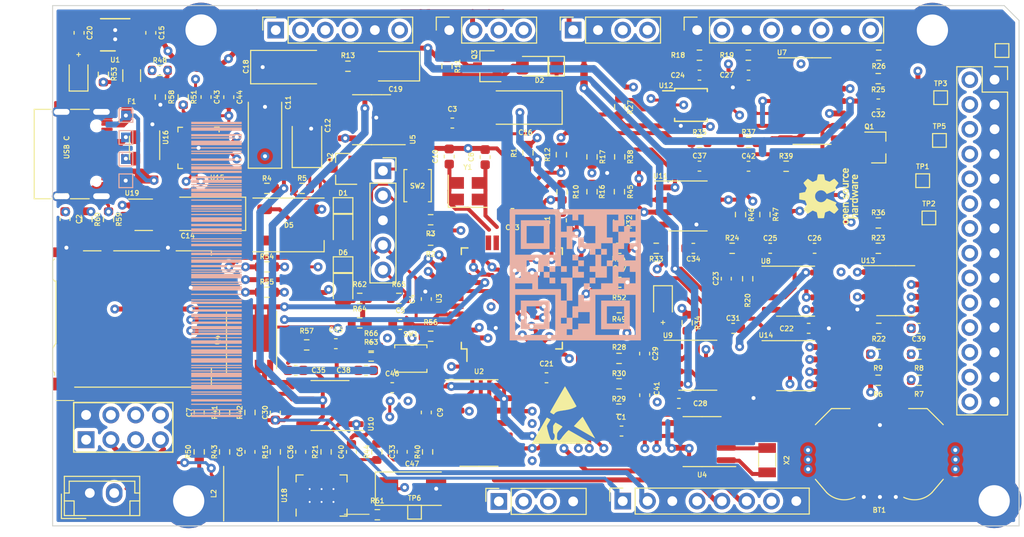
<source format=kicad_pcb>
(kicad_pcb (version 20171130) (host pcbnew 5.1.10-88a1d61d58~88~ubuntu20.04.1)
  (title_block (title PSLab) (date 2019-03-24) (rev v6.1) (company FOSSASIA))
  (layers (0 L1.Front signal) (1 L2.Signal signal) (2 L3.Power signal) (31 L4.Ground signal hide) (34 B.Paste user) (35 F.Paste user) (36 B.SilkS user) (37 F.SilkS user) (38 B.Mask user) (39 F.Mask user) (44 Edge.Cuts user))
  (net 0 "")
  (net 1 GND)
  (net 2 +5V)
  (net 3 "Net-(C14-Pad1)")
  (net 4 AVdd)
  (net 5 "Net-(C16-Pad2)")
  (net 6 SCK)
  (net 7 SCL)
  (net 8 SDA)
  (net 9 SDO)
  (net 10 "Net-(Q1-Pad1)")
  (net 11 PVS2)
  (net 12 PVS1)
  (net 13 PVS3)
  (net 14 "Net-(Q1-Pad2)")
  (net 15 PCS)
  (net 16 /MTxD)
  (net 17 /MRxD)
  (net 18 "Net-(C14-Pad2)")
  (net 19 "Net-(C16-Pad1)")
  (net 20 "Net-(C18-Pad2)")
  (net 21 VR-)
  (net 22 "Net-(C23-Pad1)")
  (net 23 "Net-(C23-Pad2)")
  (net 24 "Net-(C29-Pad1)")
  (net 25 "Net-(C29-Pad2)")
  (net 26 "Net-(R18-Pad2)")
  (net 27 "Net-(R19-Pad2)")
  (net 28 "Net-(R35-Pad2)")
  (net 29 CH1out)
  (net 30 CH2out)
  (net 31 CH3out)
  (net 32 "Net-(R46-Pad1)")
  (net 33 MIC)
  (net 34 MICout)
  (net 35 "Net-(C6-Pad2)")
  (net 36 "Net-(C7-Pad1)")
  (net 37 "Net-(C30-Pad2)")
  (net 38 "Net-(C40-Pad1)")
  (net 39 PGC2)
  (net 40 CH1)
  (net 41 ACH1)
  (net 42 CH2)
  (net 43 CH3)
  (net 44 "Net-(R22-Pad1)")
  (net 45 "Net-(R33-Pad2)")
  (net 46 "Net-(R14-Pad2)")
  (net 47 PGD2)
  (net 48 "Net-(C33-Pad2)")
  (net 49 "Net-(C36-Pad2)")
  (net 50 SINE1)
  (net 51 SINE2)
  (net 52 "Net-(C42-Pad1)")
  (net 53 "Net-(R49-Pad1)")
  (net 54 "Net-(D3-Pad2)")
  (net 55 "Net-(D4-Pad2)")
  (net 56 CH3.GAIN)
  (net 57 MCLR)
  (net 58 SQR4)
  (net 59 SQR3)
  (net 60 SQR2)
  (net 61 SQR1)
  (net 62 SDI)
  (net 63 CS.CH3)
  (net 64 "Net-(BT1-Pad1)")
  (net 65 "Net-(D1-Pad1)")
  (net 66 "Net-(D2-Pad2)")
  (net 67 RGB)
  (net 68 "Net-(R16-Pad2)")
  (net 69 "Net-(R25-Pad1)")
  (net 70 "Net-(R27-Pad2)")
  (net 71 "Net-(R28-Pad1)")
  (net 72 "Net-(D5-Pad1)")
  (net 73 "Net-(U13-Pad3)")
  (net 74 "Net-(U14-Pad3)")
  (net 75 /BATT)
  (net 76 "Net-(R61-Pad1)")
  (net 77 "Net-(R63-Pad2)")
  (net 78 /PFI)
  (net 79 /VUSBIN)
  (net 80 /VINPUT)
  (net 81 /L_SW)
  (net 82 /CC2)
  (net 83 /CC1)
  (net 84 /CLN)
  (net 85 /VBusSense)
  (net 86 /UARTReset)
  (net 87 /D+)
  (net 88 /D-)
  (net 89 /DBL)
  (net 90 /IGATE)
  (net 91 STAT)
  (net 92 /SQR1_)
  (net 93 /SQR2_)
  (net 94 /OSC_IN)
  (net 95 /OSC_OUT)
  (net 96 AVSS)
  (net 97 LA4)
  (net 98 LA3)
  (net 99 LA2)
  (net 100 LA1)
  (net 101 /LA1_)
  (net 102 /LA2_)
  (net 103 /LA3_)
  (net 104 /LA4_)
  (net 105 "Net-(C21-Pad1)")
  (net 106 SPI.CS)
  (net 107 "Net-(U4-Pad1)")
  (net 108 "Net-(U4-Pad2)")
  (net 109 "Net-(R10-Pad1)")
  (net 110 BOOT)
  (net 111 FQy)
  (net 112 "Net-(R19-Pad1)")
  (net 113 "Net-(R25-Pad2)")
  (net 114 /DAC.1)
  (net 115 /DAC.2)
  (net 116 /DAC.4)
  (net 117 CS.CH1)
  (net 118 CS.CH2)
  (net 119 +3V3)
  (net 120 SQR4_)
  (net 121 +10V)
  (net 122 VDDA)
  (net 123 -10V)
  (net 124 -6V)
  (net 125 +6V)
  (net 126 SQR3_)
  (net 127 /VOL)
  (net 128 /RES)
  (net 129 /CAP)
  (net 130 /OSC_REF)
  (net 131 "Net-(R22-Pad2)")
  (net 132 "Net-(R28-Pad2)")
  (net 133 /RxD)
  (net 134 /TxD)
  (net 135 TxD2)
  (net 136 RxD2)
  (module Fiducial:Fiducial_0.5mm_Mask1.5mm (layer L1.Front) (at 94 107.25)
    (fp_text reference FID1 hide)
    (fp_text value Fiducial hide)
    (pad "" smd circle (at 0 0) (size 0.5 0.5) (layers L1.Front F.Mask) (clearance 0.5))
  )
  (module Fiducial:Fiducial_0.5mm_Mask1.5mm (layer L1.Front) (at 188 106)
    (fp_text reference FID2 hide)
    (fp_text value Fiducial hide)
    (pad "" smd circle (at 0 0) (size 0.5 0.5) (layers L1.Front F.Mask) (clearance 0.5))
  )
  (module Fiducial:Fiducial_0.5mm_Mask1.5mm (layer L1.Front) (at 188 62.4)
    (fp_text reference FID3 hide)
    (fp_text value Fiducial hide)
    (pad "" smd circle (at 0 0) (size 0.5 0.5) (layers L1.Front F.Mask) (clearance 0.5))
  )
  (module Package_SO:SOIC-8_3.9x4.9mm_P1.27mm (layer L1.Front) (at 177.33 89.48)
    (fp_text reference U13 (at -2.84 -3.08) (layer F.SilkS) (effects (font (size 0.5 0.5) (thickness 0.1))))
    (fp_text value MCP6S21 hide)
    (pad 8 smd roundrect (at 2.475 -1.905) (size 1.95 0.6) (layers L1.Front F.Paste F.Mask) (net 122 VDDA))
    (pad 7 smd roundrect (at 2.475 -0.635) (size 1.95 0.6) (layers L1.Front F.Paste F.Mask) (net 6 SCK))
    (pad 6 smd roundrect (at 2.475 0.635) (size 1.95 0.6) (layers L1.Front F.Paste F.Mask) (net 9 SDO))
    (pad 5 smd roundrect (at 2.475 1.905) (size 1.95 0.6) (layers L1.Front F.Paste F.Mask) (net 117 CS.CH1))
    (pad 4 smd roundrect (at -2.475 1.905) (size 1.95 0.6) (layers L1.Front F.Paste F.Mask) (net 96 AVSS))
    (pad 3 smd roundrect (at -2.475 0.635) (size 1.95 0.6) (layers L1.Front F.Paste F.Mask) (net 73 "Net-(U13-Pad3)"))
    (pad 2 smd roundrect (at -2.475 -0.635) (size 1.95 0.6) (layers L1.Front F.Paste F.Mask) (net 131 "Net-(R22-Pad2)"))
    (pad 1 smd roundrect (at -2.475 -1.905) (size 1.95 0.6) (layers L1.Front F.Paste F.Mask) (net 29 CH1out))
  )
  (module Package_SO:SOIC-8_3.9x4.9mm_P1.27mm (layer L1.Front) (at 167.07 89.53)
    (fp_text reference U8 (at -3.06 -3.08) (layer F.SilkS) (effects (font (size 0.5 0.5) (thickness 0.1))))
    (fp_text value TL082 hide)
    (pad 8 smd roundrect (at 2.475 -1.905) (size 1.95 0.6) (layers L1.Front F.Paste F.Mask) (net 125 +6V))
    (pad 7 smd roundrect (at 2.475 -0.635) (size 1.95 0.6) (layers L1.Front F.Paste F.Mask) (net 73 "Net-(U13-Pad3)"))
    (pad 6 smd roundrect (at 2.475 0.635) (size 1.95 0.6) (layers L1.Front F.Paste F.Mask) (net 73 "Net-(U13-Pad3)"))
    (pad 5 smd roundrect (at 2.475 1.905) (size 1.95 0.6) (layers L1.Front F.Paste F.Mask) (net 130 /OSC_REF))
    (pad 4 smd roundrect (at -2.475 1.905) (size 1.95 0.6) (layers L1.Front F.Paste F.Mask) (net 124 -6V))
    (pad 3 smd roundrect (at -2.475 0.635) (size 1.95 0.6) (layers L1.Front F.Paste F.Mask) (net 96 AVSS))
    (pad 2 smd roundrect (at -2.475 -0.635) (size 1.95 0.6) (layers L1.Front F.Paste F.Mask) (net 23 "Net-(C23-Pad2)"))
    (pad 1 smd roundrect (at -2.475 -1.905) (size 1.95 0.6) (layers L1.Front F.Paste F.Mask) (net 22 "Net-(C23-Pad1)"))
  )
  (module Package_SO:SOIC-8_3.9x4.9mm_P1.27mm (layer L1.Front) (at 156.06 80.8)
    (fp_text reference U11 (at -2.84 -3.07) (layer F.SilkS) (effects (font (size 0.5 0.5) (thickness 0.1))))
    (fp_text value TL082 hide)
    (pad 8 smd roundrect (at 2.475 -1.905) (size 1.95 0.6) (layers L1.Front F.Paste F.Mask) (net 125 +6V))
    (pad 7 smd roundrect (at 2.475 -0.635) (size 1.95 0.6) (layers L1.Front F.Paste F.Mask) (net 46 "Net-(R14-Pad2)"))
    (pad 6 smd roundrect (at 2.475 0.635) (size 1.95 0.6) (layers L1.Front F.Paste F.Mask) (net 32 "Net-(R46-Pad1)"))
    (pad 5 smd roundrect (at 2.475 1.905) (size 1.95 0.6) (layers L1.Front F.Paste F.Mask) (net 96 AVSS))
    (pad 4 smd roundrect (at -2.475 1.905) (size 1.95 0.6) (layers L1.Front F.Paste F.Mask) (net 124 -6V))
    (pad 3 smd roundrect (at -2.475 0.635) (size 1.95 0.6) (layers L1.Front F.Paste F.Mask) (net 43 CH3))
    (pad 2 smd roundrect (at -2.475 -0.635) (size 1.95 0.6) (layers L1.Front F.Paste F.Mask) (net 56 CH3.GAIN))
    (pad 1 smd roundrect (at -2.475 -1.905) (size 1.95 0.6) (layers L1.Front F.Paste F.Mask) (net 45 "Net-(R33-Pad2)"))
  )
  (module Package_SO:SOIC-8_3.9x4.9mm_P1.27mm (layer L1.Front) (at 123.62 71.96 180)
    (fp_text reference U5 (at -4.23 -2.03 270) (layer F.SilkS) (effects (font (size 0.5 0.5) (thickness 0.1))))
    (fp_text value TC7660 hide)
    (pad 8 smd roundrect (at 2.475 -1.905 180) (size 1.95 0.6) (layers L1.Front F.Paste F.Mask) (net 89 /DBL))
    (pad 7 smd roundrect (at 2.475 -0.635 180) (size 1.95 0.6) (layers L1.Front F.Paste F.Mask))
    (pad 6 smd roundrect (at 2.475 0.635 180) (size 1.95 0.6) (layers L1.Front F.Paste F.Mask))
    (pad 5 smd roundrect (at 2.475 1.905 180) (size 1.95 0.6) (layers L1.Front F.Paste F.Mask) (net 20 "Net-(C18-Pad2)"))
    (pad 4 smd roundrect (at -2.475 1.905 180) (size 1.95 0.6) (layers L1.Front F.Paste F.Mask) (net 5 "Net-(C16-Pad2)"))
    (pad 3 smd roundrect (at -2.475 0.635 180) (size 1.95 0.6) (layers L1.Front F.Paste F.Mask) (net 96 AVSS))
    (pad 2 smd roundrect (at -2.475 -0.635 180) (size 1.95 0.6) (layers L1.Front F.Paste F.Mask) (net 19 "Net-(C16-Pad1)"))
    (pad 1 smd roundrect (at -2.475 -1.905 180) (size 1.95 0.6) (layers L1.Front F.Paste F.Mask))
  )
  (module Package_SO:SOIC-8_3.9x4.9mm_P1.27mm (layer L1.Front) (at 119.36 101.25 180)
    (fp_text reference U10 (at -4.2 -1.89 270) (layer F.SilkS) (effects (font (size 0.5 0.5) (thickness 0.1))))
    (fp_text value TL082 hide)
    (pad 8 smd roundrect (at 2.475 -1.905 180) (size 1.95 0.6) (layers L1.Front F.Paste F.Mask) (net 121 +10V))
    (pad 7 smd roundrect (at 2.475 -0.635 180) (size 1.95 0.6) (layers L1.Front F.Paste F.Mask) (net 50 SINE1))
    (pad 6 smd roundrect (at 2.475 0.635 180) (size 1.95 0.6) (layers L1.Front F.Paste F.Mask) (net 37 "Net-(C30-Pad2)"))
    (pad 5 smd roundrect (at 2.475 1.905 180) (size 1.95 0.6) (layers L1.Front F.Paste F.Mask) (net 96 AVSS))
    (pad 4 smd roundrect (at -2.475 1.905 180) (size 1.95 0.6) (layers L1.Front F.Paste F.Mask) (net 123 -10V))
    (pad 3 smd roundrect (at -2.475 0.635 180) (size 1.95 0.6) (layers L1.Front F.Paste F.Mask) (net 96 AVSS))
    (pad 2 smd roundrect (at -2.475 -0.635 180) (size 1.95 0.6) (layers L1.Front F.Paste F.Mask) (net 49 "Net-(C36-Pad2)"))
    (pad 1 smd roundrect (at -2.475 -1.905 180) (size 1.95 0.6) (layers L1.Front F.Paste F.Mask) (net 51 SINE2))
  )
  (module Package_SO:SOIC-8_3.9x4.9mm_P1.27mm (layer L1.Front) (at 157.05 97.12)
    (fp_text reference U9 (at -3.07 -3.06) (layer F.SilkS) (effects (font (size 0.5 0.5) (thickness 0.1))))
    (fp_text value TL082 hide)
    (pad 8 smd roundrect (at 2.475 -1.905) (size 1.95 0.6) (layers L1.Front F.Paste F.Mask) (net 125 +6V))
    (pad 7 smd roundrect (at 2.475 -0.635) (size 1.95 0.6) (layers L1.Front F.Paste F.Mask) (net 74 "Net-(U14-Pad3)"))
    (pad 6 smd roundrect (at 2.475 0.635) (size 1.95 0.6) (layers L1.Front F.Paste F.Mask) (net 74 "Net-(U14-Pad3)"))
    (pad 5 smd roundrect (at 2.475 1.905) (size 1.95 0.6) (layers L1.Front F.Paste F.Mask) (net 130 /OSC_REF))
    (pad 4 smd roundrect (at -2.475 1.905) (size 1.95 0.6) (layers L1.Front F.Paste F.Mask) (net 124 -6V))
    (pad 3 smd roundrect (at -2.475 0.635) (size 1.95 0.6) (layers L1.Front F.Paste F.Mask) (net 96 AVSS))
    (pad 2 smd roundrect (at -2.475 -0.635) (size 1.95 0.6) (layers L1.Front F.Paste F.Mask) (net 25 "Net-(C29-Pad2)"))
    (pad 1 smd roundrect (at -2.475 -1.905) (size 1.95 0.6) (layers L1.Front F.Paste F.Mask) (net 24 "Net-(C29-Pad1)"))
  )
  (module Package_SO:SOIC-8_3.9x4.9mm_P1.27mm (layer L1.Front) (at 167.08 97.16)
    (fp_text reference U14 (at -3.05 -3.12) (layer F.SilkS) (effects (font (size 0.5 0.5) (thickness 0.1))))
    (fp_text value MCP6S21 hide)
    (pad 8 smd roundrect (at 2.475 -1.905) (size 1.95 0.6) (layers L1.Front F.Paste F.Mask) (net 122 VDDA))
    (pad 7 smd roundrect (at 2.475 -0.635) (size 1.95 0.6) (layers L1.Front F.Paste F.Mask) (net 6 SCK))
    (pad 6 smd roundrect (at 2.475 0.635) (size 1.95 0.6) (layers L1.Front F.Paste F.Mask) (net 9 SDO))
    (pad 5 smd roundrect (at 2.475 1.905) (size 1.95 0.6) (layers L1.Front F.Paste F.Mask) (net 118 CS.CH2))
    (pad 4 smd roundrect (at -2.475 1.905) (size 1.95 0.6) (layers L1.Front F.Paste F.Mask) (net 96 AVSS))
    (pad 3 smd roundrect (at -2.475 0.635) (size 1.95 0.6) (layers L1.Front F.Paste F.Mask) (net 74 "Net-(U14-Pad3)"))
    (pad 2 smd roundrect (at -2.475 -0.635) (size 1.95 0.6) (layers L1.Front F.Paste F.Mask) (net 132 "Net-(R28-Pad2)"))
    (pad 1 smd roundrect (at -2.475 -1.905) (size 1.95 0.6) (layers L1.Front F.Paste F.Mask) (net 30 CH2out))
  )
  (module Package_SO:SOIC-8_3.9x4.9mm_P1.27mm (layer L1.Front) (at 157.488 104.944 180)
    (fp_text reference U4 (at 0 -3.4) (layer F.SilkS) (effects (font (size 0.5 0.5) (thickness 0.1))))
    (fp_text value DS1307Z+)
    (pad 8 smd roundrect (at 2.475 -1.905 180) (size 1.95 0.6) (layers L1.Front F.Paste F.Mask) (net 2 +5V))
    (pad 7 smd roundrect (at 2.475 -0.635 180) (size 1.95 0.6) (layers L1.Front F.Paste F.Mask))
    (pad 6 smd roundrect (at 2.475 0.635 180) (size 1.95 0.6) (layers L1.Front F.Paste F.Mask) (net 7 SCL))
    (pad 5 smd roundrect (at 2.475 1.905 180) (size 1.95 0.6) (layers L1.Front F.Paste F.Mask) (net 8 SDA))
    (pad 4 smd roundrect (at -2.475 1.905 180) (size 1.95 0.6) (layers L1.Front F.Paste F.Mask) (net 96 AVSS))
    (pad 3 smd roundrect (at -2.475 0.635 180) (size 1.95 0.6) (layers L1.Front F.Paste F.Mask) (net 64 "Net-(BT1-Pad1)"))
    (pad 2 smd roundrect (at -2.475 -0.635 180) (size 1.95 0.6) (layers L1.Front F.Paste F.Mask) (net 108 "Net-(U4-Pad2)"))
    (pad 1 smd roundrect (at -2.475 -1.905 180) (size 1.95 0.6) (layers L1.Front F.Paste F.Mask) (net 107 "Net-(U4-Pad1)"))
  )
  (module Package_TO_SOT_SMD:SOT-23 (layer L1.Front) (at 120.7 77 180)
    (fp_text reference Q2 (at 1.33 1.17 270) (layer F.SilkS) (effects (font (size 0.5 0.5) (thickness 0.1))))
    (fp_text value MMBT3904 hide)
    (pad 3 smd rect (at 1 0 180) (size 0.9 0.8) (layers L1.Front F.Paste F.Mask) (net 121 +10V))
    (pad 2 smd rect (at -1 0.95 180) (size 0.9 0.8) (layers L1.Front F.Paste F.Mask) (net 125 +6V))
    (pad 1 smd rect (at -1 -0.95 180) (size 0.9 0.8) (layers L1.Front F.Paste F.Mask) (net 65 "Net-(D1-Pad1)"))
  )
  (module Package_TO_SOT_SMD:SOT-23 (layer L1.Front) (at 135.48 66.48 180)
    (fp_text reference Q3 (at 1.31 1.2 90) (layer F.SilkS) (effects (font (size 0.5 0.5) (thickness 0.1))))
    (fp_text value MMBT3906 hide)
    (pad 3 smd rect (at 1 0 180) (size 0.9 0.8) (layers L1.Front F.Paste F.Mask) (net 123 -10V))
    (pad 2 smd rect (at -1 0.95 180) (size 0.9 0.8) (layers L1.Front F.Paste F.Mask) (net 124 -6V))
    (pad 1 smd rect (at -1 -0.95 180) (size 0.9 0.8) (layers L1.Front F.Paste F.Mask) (net 66 "Net-(D2-Pad2)"))
  )
  (module Package_TO_SOT_SMD:SOT-23 (layer L1.Front) (at 175.56 74.81)
    (fp_text reference Q1 (at -0.94 -2.14 180) (layer F.SilkS) (effects (font (size 0.5 0.5) (thickness 0.1))))
    (fp_text value MMBT3906)
    (pad 3 smd rect (at 1 0) (size 0.9 0.8) (layers L1.Front F.Paste F.Mask) (net 15 PCS))
    (pad 2 smd rect (at -1 0.95) (size 0.9 0.8) (layers L1.Front F.Paste F.Mask) (net 14 "Net-(Q1-Pad2)"))
    (pad 1 smd rect (at -1 -0.95) (size 0.9 0.8) (layers L1.Front F.Paste F.Mask) (net 10 "Net-(Q1-Pad1)"))
  )
  (module Capacitor_SMD:C_0603_1608Metric (layer L1.Front) (at 111.16 106 270)
    (fp_text reference C6 (at 0 1.0414 90) (layer F.SilkS) (effects (font (size 0.5 0.5) (thickness 0.1))))
    (fp_text value 10uF hide)
    (pad 2 smd roundrect (at 0.775 0 270) (size 0.9 0.95) (layers L1.Front F.Paste F.Mask) (net 35 "Net-(C6-Pad2)"))
    (pad 1 smd roundrect (at -0.775 0 270) (size 0.9 0.95) (layers L1.Front F.Paste F.Mask) (net 120 SQR4_))
  )
  (module Capacitor_SMD:C_0603_1608Metric (layer L1.Front) (at 105.96 101.96 90)
    (fp_text reference C7 (at 0 -1.016 90) (layer F.SilkS) (effects (font (size 0.5 0.5) (thickness 0.1))))
    (fp_text value 10nF hide)
    (pad 2 smd roundrect (at 0.775 0 90) (size 0.9 0.95) (layers L1.Front F.Paste F.Mask) (net 96 AVSS))
    (pad 1 smd roundrect (at -0.775 0 90) (size 0.9 0.95) (layers L1.Front F.Paste F.Mask) (net 36 "Net-(C7-Pad1)"))
  )
  (module Capacitor_SMD:C_0603_1608Metric (layer L1.Front) (at 101 63.06 270)
    (fp_text reference C15 (at 0 -1.1102 90) (layer F.SilkS) (effects (font (size 0.5 0.5) (thickness 0.1))))
    (fp_text value 10uF hide)
    (pad 2 smd roundrect (at 0.775 0 270) (size 0.9 0.95) (layers L1.Front F.Paste F.Mask) (net 119 +3V3))
    (pad 1 smd roundrect (at -0.775 0 270) (size 0.9 0.95) (layers L1.Front F.Paste F.Mask) (net 96 AVSS))
  )
  (module Capacitor_SMD:C_0603_1608Metric (layer L1.Front) (at 93.65 63.06 270)
    (fp_text reference C20 (at 0 -1.0942 90) (layer F.SilkS) (effects (font (size 0.5 0.5) (thickness 0.1))))
    (fp_text value 1uF hide)
    (pad 2 smd roundrect (at 0.775 0 270) (size 0.9 0.95) (layers L1.Front F.Paste F.Mask) (net 2 +5V))
    (pad 1 smd roundrect (at -0.775 0 270) (size 0.9 0.95) (layers L1.Front F.Paste F.Mask) (net 96 AVSS))
  )
  (module Capacitor_SMD:C_0603_1608Metric (layer L1.Front) (at 168.41 93.34 180)
    (fp_text reference C22 (at 2.26 -0.03) (layer F.SilkS) (effects (font (size 0.5 0.5) (thickness 0.1))))
    (fp_text value 0.1uF hide)
    (pad 2 smd roundrect (at 0.775 0 180) (size 0.9 0.95) (layers L1.Front F.Paste F.Mask) (net 96 AVSS))
    (pad 1 smd roundrect (at -0.775 0 180) (size 0.9 0.95) (layers L1.Front F.Paste F.Mask) (net 124 -6V))
  )
  (module Capacitor_SMD:C_0603_1608Metric (layer L1.Front) (at 159.97 88.25 270)
    (fp_text reference C23 (at -0.0106 1.0654 90) (layer F.SilkS) (effects (font (size 0.5 0.5) (thickness 0.1))))
    (fp_text value 0.5pF hide)
    (pad 2 smd roundrect (at 0.775 0 270) (size 0.9 0.95) (layers L1.Front F.Paste F.Mask) (net 23 "Net-(C23-Pad2)"))
    (pad 1 smd roundrect (at -0.775 0 270) (size 0.9 0.95) (layers L1.Front F.Paste F.Mask) (net 22 "Net-(C23-Pad1)"))
  )
  (module Capacitor_SMD:C_0603_1608Metric (layer L1.Front) (at 157.22 67.4 180)
    (fp_text reference C24 (at 2.227 -0.0114) (layer F.SilkS) (effects (font (size 0.5 0.5) (thickness 0.1))))
    (fp_text value 0.1uF hide)
    (pad 2 smd roundrect (at 0.775 0 180) (size 0.9 0.95) (layers L1.Front F.Paste F.Mask) (net 122 VDDA))
    (pad 1 smd roundrect (at -0.775 0 180) (size 0.9 0.95) (layers L1.Front F.Paste F.Mask) (net 96 AVSS))
  )
  (module Capacitor_SMD:C_0603_1608Metric (layer L1.Front) (at 164.47 85.14)
    (fp_text reference C25 (at 0 -1.0408) (layer F.SilkS) (effects (font (size 0.5 0.5) (thickness 0.1))))
    (fp_text value 0.1uF hide)
    (pad 2 smd roundrect (at 0.775 0) (size 0.9 0.95) (layers L1.Front F.Paste F.Mask) (net 41 ACH1))
    (pad 1 smd roundrect (at -0.775 0) (size 0.9 0.95) (layers L1.Front F.Paste F.Mask) (net 40 CH1))
  )
  (module Capacitor_SMD:C_0603_1608Metric (layer L1.Front) (at 169.02 85.14)
    (fp_text reference C26 (at -0.0062 -1.0408) (layer F.SilkS) (effects (font (size 0.5 0.5) (thickness 0.1))))
    (fp_text value 0.1uF hide)
    (pad 2 smd roundrect (at 0.775 0) (size 0.9 0.95) (layers L1.Front F.Paste F.Mask) (net 96 AVSS))
    (pad 1 smd roundrect (at -0.775 0) (size 0.9 0.95) (layers L1.Front F.Paste F.Mask) (net 125 +6V))
  )
  (module Capacitor_SMD:C_0603_1608Metric (layer L1.Front) (at 162.25 67.4)
    (fp_text reference C27 (at -2.2278 -0.014) (layer F.SilkS) (effects (font (size 0.5 0.5) (thickness 0.1))))
    (fp_text value 0.1uF hide)
    (pad 2 smd roundrect (at 0.775 0) (size 0.9 0.95) (layers L1.Front F.Paste F.Mask) (net 96 AVSS))
    (pad 1 smd roundrect (at -0.775 0) (size 0.9 0.95) (layers L1.Front F.Paste F.Mask) (net 121 +10V))
  )
  (module Capacitor_SMD:C_0603_1608Metric (layer L1.Front) (at 155.11 101.03 180)
    (fp_text reference C28 (at -2.1944 -0.011) (layer F.SilkS) (effects (font (size 0.5 0.5) (thickness 0.1))))
    (fp_text value 0.1uF hide)
    (pad 2 smd roundrect (at 0.775 0 180) (size 0.9 0.95) (layers L1.Front F.Paste F.Mask) (net 96 AVSS))
    (pad 1 smd roundrect (at -0.775 0 180) (size 0.9 0.95) (layers L1.Front F.Paste F.Mask) (net 124 -6V))
  )
  (module Capacitor_SMD:C_0603_1608Metric (layer L1.Front) (at 151.6 95.93 270)
    (fp_text reference C29 (at 0 -1.107 90) (layer F.SilkS) (effects (font (size 0.5 0.5) (thickness 0.1))))
    (fp_text value 0.5pF hide)
    (pad 2 smd roundrect (at 0.775 0 270) (size 0.9 0.95) (layers L1.Front F.Paste F.Mask) (net 25 "Net-(C29-Pad2)"))
    (pad 1 smd roundrect (at -0.775 0 270) (size 0.9 0.95) (layers L1.Front F.Paste F.Mask) (net 24 "Net-(C29-Pad1)"))
  )
  (module Capacitor_SMD:C_0603_1608Metric (layer L1.Front) (at 113.76 101.96 90)
    (fp_text reference C30 (at 0 -1.0414 90) (layer F.SilkS) (effects (font (size 0.5 0.5) (thickness 0.1))))
    (fp_text value 1nF hide)
    (pad 2 smd roundrect (at 0.775 0 90) (size 0.9 0.95) (layers L1.Front F.Paste F.Mask) (net 37 "Net-(C30-Pad2)"))
    (pad 1 smd roundrect (at -0.775 0 90) (size 0.9 0.95) (layers L1.Front F.Paste F.Mask) (net 50 SINE1))
  )
  (module Capacitor_SMD:C_0603_1608Metric (layer L1.Front) (at 160.67 93.34)
    (fp_text reference C31 (at 0 -1.0366) (layer F.SilkS) (effects (font (size 0.5 0.5) (thickness 0.1))))
    (fp_text value 0.1uF hide)
    (pad 2 smd roundrect (at 0.775 0) (size 0.9 0.95) (layers L1.Front F.Paste F.Mask) (net 96 AVSS))
    (pad 1 smd roundrect (at -0.775 0) (size 0.9 0.95) (layers L1.Front F.Paste F.Mask) (net 125 +6V))
  )
  (module Capacitor_SMD:C_0603_1608Metric (layer L1.Front) (at 175.55 70.35)
    (fp_text reference C32 (at -0.0084 1.0746) (layer F.SilkS) (effects (font (size 0.5 0.5) (thickness 0.1))))
    (fp_text value 0.1uF hide)
    (pad 2 smd roundrect (at 0.775 0) (size 0.9 0.95) (layers L1.Front F.Paste F.Mask) (net 96 AVSS))
    (pad 1 smd roundrect (at -0.775 0) (size 0.9 0.95) (layers L1.Front F.Paste F.Mask) (net 123 -10V))
  )
  (module Capacitor_SMD:C_0603_1608Metric (layer L1.Front) (at 126.76 105.994 270)
    (fp_text reference C33 (at 0 1.016 90) (layer F.SilkS) (effects (font (size 0.5 0.5) (thickness 0.1))))
    (fp_text value 10uF hide)
    (pad 2 smd roundrect (at 0.775 0 270) (size 0.9 0.95) (layers L1.Front F.Paste F.Mask) (net 48 "Net-(C33-Pad2)"))
    (pad 1 smd roundrect (at -0.775 0 270) (size 0.9 0.95) (layers L1.Front F.Paste F.Mask) (net 126 SQR3_))
  )
  (module Capacitor_SMD:C_0603_1608Metric (layer L1.Front) (at 156.59 85.14 180)
    (fp_text reference C34 (at -0.0032 -1.0928) (layer F.SilkS) (effects (font (size 0.5 0.5) (thickness 0.1))))
    (fp_text value 0.1uF hide)
    (pad 2 smd roundrect (at 0.775 0 180) (size 0.9 0.95) (layers L1.Front F.Paste F.Mask) (net 96 AVSS))
    (pad 1 smd roundrect (at -0.775 0 180) (size 0.9 0.95) (layers L1.Front F.Paste F.Mask) (net 124 -6V))
  )
  (module Capacitor_SMD:C_0603_1608Metric (layer L1.Front) (at 115.85 97.65)
    (fp_text reference C35 (at 2.3384 -0.0126 180) (layer F.SilkS) (effects (font (size 0.5 0.5) (thickness 0.1))))
    (fp_text value 0.1uF hide)
    (pad 2 smd roundrect (at 0.775 0) (size 0.9 0.95) (layers L1.Front F.Paste F.Mask) (net 96 AVSS))
    (pad 1 smd roundrect (at -0.775 0) (size 0.9 0.95) (layers L1.Front F.Paste F.Mask) (net 121 +10V))
  )
  (module Capacitor_SMD:C_0603_1608Metric (layer L1.Front) (at 116.36 106 90)
    (fp_text reference C36 (at 0 -1.0414 90) (layer F.SilkS) (effects (font (size 0.5 0.5) (thickness 0.1))))
    (fp_text value 1nF hide)
    (pad 2 smd roundrect (at 0.775 0 90) (size 0.9 0.95) (layers L1.Front F.Paste F.Mask) (net 49 "Net-(C36-Pad2)"))
    (pad 1 smd roundrect (at -0.775 0 90) (size 0.9 0.95) (layers L1.Front F.Paste F.Mask) (net 51 SINE2))
  )
  (module Capacitor_SMD:C_0603_1608Metric (layer L1.Front) (at 157.22 76.72)
    (fp_text reference C37 (at 0.0082 -1.0536) (layer F.SilkS) (effects (font (size 0.5 0.5) (thickness 0.1))))
    (fp_text value 0.1uF hide)
    (pad 2 smd roundrect (at 0.775 0) (size 0.9 0.95) (layers L1.Front F.Paste F.Mask) (net 96 AVSS))
    (pad 1 smd roundrect (at -0.775 0) (size 0.9 0.95) (layers L1.Front F.Paste F.Mask) (net 125 +6V))
  )
  (module Capacitor_SMD:C_0603_1608Metric (layer L1.Front) (at 123.05 97.65)
    (fp_text reference C38 (at -2.2962 -0.0126) (layer F.SilkS) (effects (font (size 0.5 0.5) (thickness 0.1))))
    (fp_text value 0.1uF hide)
    (pad 2 smd roundrect (at 0.775 0) (size 0.9 0.95) (layers L1.Front F.Paste F.Mask) (net 96 AVSS))
    (pad 1 smd roundrect (at -0.775 0) (size 0.9 0.95) (layers L1.Front F.Paste F.Mask) (net 123 -10V))
  )
  (module Capacitor_SMD:C_0603_1608Metric (layer L1.Front) (at 179.7 93.34)
    (fp_text reference C39 (at 0 1.0922) (layer F.SilkS) (effects (font (size 0.5 0.5) (thickness 0.1))))
    (fp_text value 0.1uF hide)
    (pad 2 smd roundrect (at 0.775 0) (size 0.9 0.95) (layers L1.Front F.Paste F.Mask) (net 96 AVSS))
    (pad 1 smd roundrect (at -0.775 0) (size 0.9 0.95) (layers L1.Front F.Paste F.Mask) (net 122 VDDA))
  )
  (module Capacitor_SMD:C_0603_1608Metric (layer L1.Front) (at 121.56 106 90)
    (fp_text reference C40 (at 0 -1.0414 90) (layer F.SilkS) (effects (font (size 0.5 0.5) (thickness 0.1))))
    (fp_text value 10nF hide)
    (pad 2 smd roundrect (at 0.775 0 90) (size 0.9 0.95) (layers L1.Front F.Paste F.Mask) (net 96 AVSS))
    (pad 1 smd roundrect (at -0.775 0 90) (size 0.9 0.95) (layers L1.Front F.Paste F.Mask) (net 38 "Net-(C40-Pad1)"))
  )
  (module Capacitor_SMD:C_0603_1608Metric (layer L1.Front) (at 151.61 100.19 270)
    (fp_text reference C41 (at -0.68 -1.24 90) (layer F.SilkS) (effects (font (size 0.5 0.5) (thickness 0.1))))
    (fp_text value 0.1uF hide)
    (pad 2 smd roundrect (at 0.775 0 270) (size 0.9 0.95) (layers L1.Front F.Paste F.Mask) (net 96 AVSS))
    (pad 1 smd roundrect (at -0.775 0 270) (size 0.9 0.95) (layers L1.Front F.Paste F.Mask) (net 122 VDDA))
  )
  (module Capacitor_SMD:C_0603_1608Metric (layer L1.Front) (at 162.25 76.73)
    (fp_text reference C42 (at 0 -1.0382) (layer F.SilkS) (effects (font (size 0.5 0.5) (thickness 0.1))))
    (fp_text value 1uF hide)
    (pad 2 smd roundrect (at 0.775 0) (size 0.9 0.95) (layers L1.Front F.Paste F.Mask) (net 33 MIC))
    (pad 1 smd roundrect (at -0.775 0) (size 0.9 0.95) (layers L1.Front F.Paste F.Mask) (net 52 "Net-(C42-Pad1)"))
  )
  (module Capacitor_SMD:C_0603_1608Metric (layer L1.Front) (at 108.99 69.65 90)
    (fp_text reference C44 (at 0 1.1176 90) (layer F.SilkS) (effects (font (size 0.5 0.5) (thickness 0.1))))
    (fp_text value 10uF hide)
    (pad 2 smd roundrect (at 0.775 0 90) (size 0.9 0.95) (layers L1.Front F.Paste F.Mask) (net 96 AVSS))
    (pad 1 smd roundrect (at -0.775 0 90) (size 0.9 0.95) (layers L1.Front F.Paste F.Mask) (net 119 +3V3))
  )
  (module Capacitor_SMD:C_0603_1608Metric (layer L1.Front) (at 106.66 69.64 90)
    (fp_text reference C43 (at 0 1.1176 90) (layer F.SilkS) (effects (font (size 0.5 0.5) (thickness 0.1))))
    (fp_text value 0.1uF hide)
    (pad 2 smd roundrect (at 0.775 0 90) (size 0.9 0.95) (layers L1.Front F.Paste F.Mask) (net 96 AVSS))
    (pad 1 smd roundrect (at -0.775 0 90) (size 0.9 0.95) (layers L1.Front F.Paste F.Mask) (net 119 +3V3))
  )
  (module Capacitor_SMD:C_0603_1608Metric (layer L1.Front) (at 119.9595 94.911)
    (fp_text reference C45 (at 0 -1.43) (layer F.SilkS) (effects (font (size 0.5 0.5) (thickness 0.1))))
    (fp_text value 2.2uF)
    (pad 2 smd roundrect (at 0.775 0) (size 0.9 0.95) (layers L1.Front F.Paste F.Mask) (net 96 AVSS))
    (pad 1 smd roundrect (at -0.775 0) (size 0.9 0.95) (layers L1.Front F.Paste F.Mask) (net 80 /VINPUT))
  )
  (module Capacitor_SMD:C_0603_1608Metric (layer L1.Front) (at 125.738 99.4195)
    (fp_text reference C46 (at 0 -1.43) (layer F.SilkS) (effects (font (size 0.5 0.5) (thickness 0.1))))
    (fp_text value 10uF)
    (pad 2 smd roundrect (at 0.775 0) (size 0.9 0.95) (layers L1.Front F.Paste F.Mask) (net 81 /L_SW))
    (pad 1 smd roundrect (at -0.775 0) (size 0.9 0.95) (layers L1.Front F.Paste F.Mask) (net 96 AVSS))
  )
  (module Capacitor_SMD:C_0603_1608Metric (layer L1.Front) (at 129.2305 101.9595 270)
    (fp_text reference C9 (at 0 -1.43 90) (layer F.SilkS) (effects (font (size 0.5 0.5) (thickness 0.1))))
    (fp_text value 0.1uF)
    (pad 2 smd roundrect (at 0.775 0 270) (size 0.9 0.95) (layers L1.Front F.Paste F.Mask) (net 96 AVSS))
    (pad 1 smd roundrect (at -0.775 0 270) (size 0.9 0.95) (layers L1.Front F.Paste F.Mask) (net 2 +5V))
  )
  (module Capacitor_SMD:C_0603_1608Metric (layer L1.Front) (at 149.233 103.8645)
    (fp_text reference C1 (at 0 -1.43) (layer F.SilkS) (effects (font (size 0.5 0.5) (thickness 0.1))))
    (fp_text value 0.1uF)
    (pad 2 smd roundrect (at 0.775 0) (size 0.9 0.95) (layers L1.Front F.Paste F.Mask) (net 96 AVSS))
    (pad 1 smd roundrect (at -0.775 0) (size 0.9 0.95) (layers L1.Front F.Paste F.Mask) (net 2 +5V))
  )
  (module Capacitor_SMD:C_0603_1608Metric (layer L1.Front) (at 129.2305 90.339 90)
    (fp_text reference C4 (at 0 -1.43 90) (layer F.SilkS) (effects (font (size 0.5 0.5) (thickness 0.1))))
    (fp_text value 0.1uF)
    (pad 2 smd roundrect (at 0.775 0 90) (size 0.9 0.95) (layers L1.Front F.Paste F.Mask) (net 96 AVSS))
    (pad 1 smd roundrect (at -0.775 0 90) (size 0.9 0.95) (layers L1.Front F.Paste F.Mask) (net 119 +3V3))
  )
  (module Capacitor_SMD:C_0603_1608Metric (layer L1.Front) (at 135.263 75.7975 90)
    (fp_text reference C8 (at 0 -1.43 90) (layer F.SilkS) (effects (font (size 0.5 0.5) (thickness 0.1))))
    (fp_text value 33pF)
    (pad 2 smd roundrect (at 0.775 0 90) (size 0.9 0.95) (layers L1.Front F.Paste F.Mask) (net 96 AVSS))
    (pad 1 smd roundrect (at -0.775 0 90) (size 0.9 0.95) (layers L1.Front F.Paste F.Mask) (net 95 /OSC_OUT))
  )
  (module Capacitor_SMD:C_0603_1608Metric (layer L1.Front) (at 131.58 75.734 90)
    (fp_text reference C10 (at 0 -1.43 90) (layer F.SilkS) (effects (font (size 0.5 0.5) (thickness 0.1))))
    (fp_text value 33pF)
    (pad 2 smd roundrect (at 0.775 0 90) (size 0.9 0.95) (layers L1.Front F.Paste F.Mask) (net 96 AVSS))
    (pad 1 smd roundrect (at -0.775 0 90) (size 0.9 0.95) (layers L1.Front F.Paste F.Mask) (net 94 /OSC_IN))
  )
  (module Capacitor_SMD:C_0603_1608Metric (layer L1.Front) (at 138.057 81.576 180)
    (fp_text reference C13 (at 0 -1.43) (layer F.SilkS) (effects (font (size 0.5 0.5) (thickness 0.1))))
    (fp_text value 0.1uF)
    (pad 2 smd roundrect (at 0.775 0 180) (size 0.9 0.95) (layers L1.Front F.Paste F.Mask) (net 96 AVSS))
    (pad 1 smd roundrect (at -0.775 0 180) (size 0.9 0.95) (layers L1.Front F.Paste F.Mask) (net 119 +3V3))
  )
  (module Capacitor_SMD:C_0603_1608Metric (layer L1.Front) (at 149.0425 88.6245)
    (fp_text reference C17 (at 0 -1.43) (layer F.SilkS) (effects (font (size 0.5 0.5) (thickness 0.1))))
    (fp_text value 0.1uF)
    (pad 2 smd roundrect (at 0.775 0) (size 0.9 0.95) (layers L1.Front F.Paste F.Mask) (net 96 AVSS))
    (pad 1 smd roundrect (at -0.775 0) (size 0.9 0.95) (layers L1.Front F.Paste F.Mask) (net 122 VDDA))
  )
  (module Capacitor_SMD:C_0603_1608Metric (layer L1.Front) (at 141.5495 98.4035)
    (fp_text reference C21 (at 0 -1.43) (layer F.SilkS) (effects (font (size 0.5 0.5) (thickness 0.1))))
    (fp_text value 10uF)
    (pad 2 smd roundrect (at 0.775 0) (size 0.9 0.95) (layers L1.Front F.Paste F.Mask) (net 96 AVSS))
    (pad 1 smd roundrect (at -0.775 0) (size 0.9 0.95) (layers L1.Front F.Paste F.Mask) (net 105 "Net-(C21-Pad1)"))
  )
  (module Capacitor_SMD:C_0603_1608Metric (layer L1.Front) (at 92.21 82.1475 270)
    (fp_text reference C2 (at 0 -1.43 90) (layer F.SilkS) (effects (font (size 0.5 0.5) (thickness 0.1))))
    (fp_text value 0.1uF)
    (pad 2 smd roundrect (at 0.775 0 270) (size 0.9 0.95) (layers L1.Front F.Paste F.Mask) (net 96 AVSS))
    (pad 1 smd roundrect (at -0.775 0 270) (size 0.9 0.95) (layers L1.Front F.Paste F.Mask) (net 119 +3V3))
  )
  (module Capacitor_SMD:C_0603_1608Metric (layer L1.Front) (at 131.8975 72.305)
    (fp_text reference C3 (at 0 -1.43) (layer F.SilkS) (effects (font (size 0.5 0.5) (thickness 0.1))))
    (fp_text value 0.1uF)
    (pad 2 smd roundrect (at 0.775 0) (size 0.9 0.95) (layers L1.Front F.Paste F.Mask) (net 57 MCLR))
    (pad 1 smd roundrect (at -0.775 0) (size 0.9 0.95) (layers L1.Front F.Paste F.Mask) (net 96 AVSS))
  )
  (module Capacitor_SMD:C_0603_1608Metric (layer L1.Front) (at 126.5635 92.9425)
    (fp_text reference C5 (at 0 -1.43) (layer F.SilkS) (effects (font (size 0.5 0.5) (thickness 0.1))))
    (fp_text value 0.1uF)
    (pad 2 smd roundrect (at 0.775 0) (size 0.9 0.95) (layers L1.Front F.Paste F.Mask) (net 110 BOOT))
    (pad 1 smd roundrect (at -0.775 0) (size 0.9 0.95) (layers L1.Front F.Paste F.Mask) (net 96 AVSS))
  )
  (module Capacitor_Tantalum_SMD:CP_EIA-6032-28_Kemet-C (layer L1.Front) (at 127.77 109.77)
    (fp_text reference C47 (at 0 -2.55) (layer F.SilkS) (effects (font (size 0.5 0.5) (thickness 0.1))))
    (fp_text value 100uF)
    (pad 2 smd roundrect (at 2.4625 0) (size 2.075 2.35) (layers L1.Front F.Paste F.Mask) (roundrect_rratio 0.120482) (net 96 AVSS))
    (pad 1 smd roundrect (at -2.4625 0) (size 2.075 2.35) (layers L1.Front F.Paste F.Mask) (roundrect_rratio 0.120482) (net 2 +5V))
  )
  (module Capacitor_Tantalum_SMD:CP_EIA-6032-28_Kemet-C (layer L1.Front) (at 112.7 73.17 90)
    (fp_text reference C11 (at 2.9605 2.37 90) (layer F.SilkS) (effects (font (size 0.5 0.5) (thickness 0.1))))
    (fp_text value 100uF)
    (pad 2 smd roundrect (at 2.4625 0 90) (size 2.075 2.35) (layers L1.Front F.Paste F.Mask) (roundrect_rratio 0.120482) (net 96 AVSS))
    (pad 1 smd roundrect (at -2.4625 0 90) (size 2.075 2.35) (layers L1.Front F.Paste F.Mask) (roundrect_rratio 0.120482) (net 89 /DBL))
  )
  (module Capacitor_Tantalum_SMD:CP_EIA-6032-28_Kemet-C (layer L1.Front) (at 106.96 81.61 180)
    (fp_text reference C14 (at 2.177 -2.252) (layer F.SilkS) (effects (font (size 0.5 0.5) (thickness 0.1))))
    (fp_text value 100uF)
    (pad 2 smd roundrect (at 2.4625 0 180) (size 2.075 2.35) (layers L1.Front F.Paste F.Mask) (roundrect_rratio 0.120482) (net 18 "Net-(C14-Pad2)"))
    (pad 1 smd roundrect (at -2.4625 0 180) (size 2.075 2.35) (layers L1.Front F.Paste F.Mask) (roundrect_rratio 0.120482) (net 3 "Net-(C14-Pad1)"))
  )
  (module Capacitor_Tantalum_SMD:CP_EIA-6032-28_Kemet-C (layer L1.Front) (at 139.3905 70.7175 180)
    (fp_text reference C16 (at 0 -2.55) (layer F.SilkS) (effects (font (size 0.5 0.5) (thickness 0.1))))
    (fp_text value 100uF)
    (pad 2 smd roundrect (at 2.4625 0 180) (size 2.075 2.35) (layers L1.Front F.Paste F.Mask) (roundrect_rratio 0.120482) (net 5 "Net-(C16-Pad2)"))
    (pad 1 smd roundrect (at -2.4625 0 180) (size 2.075 2.35) (layers L1.Front F.Paste F.Mask) (roundrect_rratio 0.120482) (net 19 "Net-(C16-Pad1)"))
  )
  (module Capacitor_Tantalum_SMD:CP_EIA-6032-28_Kemet-C (layer L1.Front) (at 114.99 66.57)
    (fp_text reference C18 (at -4.238 -0.0435 90) (layer F.SilkS) (effects (font (size 0.5 0.5) (thickness 0.1))))
    (fp_text value 100uF)
    (pad 2 smd roundrect (at 2.4625 0) (size 2.075 2.35) (layers L1.Front F.Paste F.Mask) (roundrect_rratio 0.120482) (net 20 "Net-(C18-Pad2)"))
    (pad 1 smd roundrect (at -2.4625 0) (size 2.075 2.35) (layers L1.Front F.Paste F.Mask) (roundrect_rratio 0.120482) (net 96 AVSS))
  )
  (module Resistor_SMD:R_0603_1608Metric (layer L1.Front) (at 149.01 91.22)
    (fp_text reference R52 (at -0.014 -1.04 180) (layer F.SilkS) (effects (font (size 0.5 0.5) (thickness 0.1))))
    (fp_text value 5K1)
    (pad 2 smd roundrect (at 0.825 0) (size 0.8 0.95) (layers L1.Front F.Paste F.Mask) (net 54 "Net-(D3-Pad2)"))
    (pad 1 smd roundrect (at -0.825 0) (size 0.8 0.95) (layers L1.Front F.Paste F.Mask) (net 91 STAT))
  )
  (module Resistor_SMD:R_0603_1608Metric (layer L1.Front) (at 111.16 101.96 90)
    (fp_text reference R42 (at 0 -1.0414 90) (layer F.SilkS) (effects (font (size 0.5 0.5) (thickness 0.1))))
    (fp_text value 10K)
    (pad 2 smd roundrect (at 0.825 0 90) (size 0.8 0.95) (layers L1.Front F.Paste F.Mask) (net 50 SINE1))
    (pad 1 smd roundrect (at -0.825 0 90) (size 0.8 0.95) (layers L1.Front F.Paste F.Mask) (net 36 "Net-(C7-Pad1)"))
  )
  (module Resistor_SMD:R_0603_1608Metric (layer L1.Front) (at 118.96 106 90)
    (fp_text reference R21 (at 0.02 -1.12 270) (layer F.SilkS) (effects (font (size 0.5 0.5) (thickness 0.1))))
    (fp_text value 10K)
    (pad 2 smd roundrect (at 0.825 0 90) (size 0.8 0.95) (layers L1.Front F.Paste F.Mask) (net 51 SINE2))
    (pad 1 smd roundrect (at -0.825 0 90) (size 0.8 0.95) (layers L1.Front F.Paste F.Mask) (net 38 "Net-(C40-Pad1)"))
  )
  (module Resistor_SMD:R_0603_1608Metric (layer L1.Front) (at 112.9 79)
    (fp_text reference R4 (at -0.0052 -1.02 180) (layer F.SilkS) (effects (font (size 0.5 0.5) (thickness 0.1))))
    (fp_text value 18)
    (pad 2 smd roundrect (at 0.825 0) (size 0.8 0.95) (layers L1.Front F.Paste F.Mask) (net 121 +10V))
    (pad 1 smd roundrect (at -0.825 0) (size 0.8 0.95) (layers L1.Front F.Paste F.Mask) (net 89 /DBL))
  )
  (module Resistor_SMD:R_0603_1608Metric (layer L1.Front) (at 116.5 79)
    (fp_text reference R5 (at 0 -1.039) (layer F.SilkS) (effects (font (size 0.5 0.5) (thickness 0.1))))
    (fp_text value 1K)
    (pad 2 smd roundrect (at 0.825 0) (size 0.8 0.95) (layers L1.Front F.Paste F.Mask) (net 121 +10V))
    (pad 1 smd roundrect (at -0.825 0) (size 0.8 0.95) (layers L1.Front F.Paste F.Mask) (net 65 "Net-(D1-Pad1)"))
  )
  (module Resistor_SMD:R_0603_1608Metric (layer L1.Front) (at 131.35 66.48 90)
    (fp_text reference R11 (at 0 1.0878 90) (layer F.SilkS) (effects (font (size 0.5 0.5) (thickness 0.1))))
    (fp_text value 1K)
    (pad 2 smd roundrect (at 0.825 0 90) (size 0.8 0.95) (layers L1.Front F.Paste F.Mask) (net 123 -10V))
    (pad 1 smd roundrect (at -0.825 0 90) (size 0.8 0.95) (layers L1.Front F.Paste F.Mask) (net 66 "Net-(D2-Pad2)"))
  )
  (module Resistor_SMD:R_0603_1608Metric (layer L1.Front) (at 121.2 66.48)
    (fp_text reference R13 (at 0 -1.1 180) (layer F.SilkS) (effects (font (size 0.5 0.5) (thickness 0.1))))
    (fp_text value 18)
    (pad 2 smd roundrect (at 0.825 0) (size 0.8 0.95) (layers L1.Front F.Paste F.Mask) (net 123 -10V))
    (pad 1 smd roundrect (at -0.825 0) (size 0.8 0.95) (layers L1.Front F.Paste F.Mask) (net 20 "Net-(C18-Pad2)"))
  )
  (module Resistor_SMD:R_0603_1608Metric (layer L1.Front) (at 148.95 85.14)
    (fp_text reference R14 (at -0.0022 1.0928) (layer F.SilkS) (effects (font (size 0.5 0.5) (thickness 0.1))))
    (fp_text value 10K)
    (pad 2 smd roundrect (at 0.825 0) (size 0.8 0.95) (layers L1.Front F.Paste F.Mask) (net 46 "Net-(R14-Pad2)"))
    (pad 1 smd roundrect (at -0.825 0) (size 0.8 0.95) (layers L1.Front F.Paste F.Mask) (net 34 MICout))
  )
  (module Resistor_SMD:R_0603_1608Metric (layer L1.Front) (at 113.76 106 90)
    (fp_text reference R15 (at 0 -1.02 270) (layer F.SilkS) (effects (font (size 0.5 0.5) (thickness 0.1))))
    (fp_text value 5K1)
    (pad 2 smd roundrect (at 0.825 0 90) (size 0.8 0.95) (layers L1.Front F.Paste F.Mask) (net 49 "Net-(C36-Pad2)"))
    (pad 1 smd roundrect (at -0.825 0 90) (size 0.8 0.95) (layers L1.Front F.Paste F.Mask) (net 38 "Net-(C40-Pad1)"))
  )
  (module Resistor_SMD:R_0603_1608Metric (layer L1.Front) (at 146.21 79.34 90)
    (fp_text reference R16 (at 0 1.03 270) (layer F.SilkS) (effects (font (size 0.5 0.5) (thickness 0.1))))
    (fp_text value 10K)
    (pad 2 smd roundrect (at 0.825 0 90) (size 0.8 0.95) (layers L1.Front F.Paste F.Mask) (net 122 VDDA))
    (pad 1 smd roundrect (at -0.825 0 90) (size 0.8 0.95) (layers L1.Front F.Paste F.Mask) (net 130 /OSC_REF))
  )
  (module Resistor_SMD:R_0603_1608Metric (layer L1.Front) (at 146.21 75.77 90)
    (fp_text reference R17 (at 0.002 1.0868 90) (layer F.SilkS) (effects (font (size 0.5 0.5) (thickness 0.1))))
    (fp_text value 10K)
    (pad 2 smd roundrect (at 0.825 0 90) (size 0.8 0.95) (layers L1.Front F.Paste F.Mask) (net 96 AVSS))
    (pad 1 smd roundrect (at -0.825 0 90) (size 0.8 0.95) (layers L1.Front F.Paste F.Mask) (net 130 /OSC_REF))
  )
  (module Resistor_SMD:R_0603_1608Metric (layer L1.Front) (at 157.22 65.35)
    (fp_text reference R18 (at -2.2016 0) (layer F.SilkS) (effects (font (size 0.5 0.5) (thickness 0.1))))
    (fp_text value 10K)
    (pad 2 smd roundrect (at 0.825 0) (size 0.8 0.95) (layers L1.Front F.Paste F.Mask) (net 26 "Net-(R18-Pad2)"))
    (pad 1 smd roundrect (at -0.825 0) (size 0.8 0.95) (layers L1.Front F.Paste F.Mask) (net 122 VDDA))
  )
  (module Resistor_SMD:R_0603_1608Metric (layer L1.Front) (at 162.23 65.35)
    (fp_text reference R19 (at -2.2078 0) (layer F.SilkS) (effects (font (size 0.5 0.5) (thickness 0.1))))
    (fp_text value 10K)
    (pad 2 smd roundrect (at 0.825 0) (size 0.8 0.95) (layers L1.Front F.Paste F.Mask) (net 26 "Net-(R18-Pad2)"))
    (pad 1 smd roundrect (at -0.825 0) (size 0.8 0.95) (layers L1.Front F.Paste F.Mask) (net 112 "Net-(R19-Pad1)"))
  )
  (module Resistor_SMD:R_0603_1608Metric (layer L1.Front) (at 162.16 88.26 90)
    (fp_text reference R20 (at -2.22 0.0042 270) (layer F.SilkS) (effects (font (size 0.5 0.5) (thickness 0.1))))
    (fp_text value 200K)
    (pad 2 smd roundrect (at 0.825 0 90) (size 0.8 0.95) (layers L1.Front F.Paste F.Mask) (net 22 "Net-(C23-Pad1)"))
    (pad 1 smd roundrect (at -0.825 0 90) (size 0.8 0.95) (layers L1.Front F.Paste F.Mask) (net 23 "Net-(C23-Pad2)"))
  )
  (module Resistor_SMD:R_0603_1608Metric (layer L1.Front) (at 175.59 93.34)
    (fp_text reference R22 (at 0 1.0922 180) (layer F.SilkS) (effects (font (size 0.5 0.5) (thickness 0.1))))
    (fp_text value 10K)
    (pad 2 smd roundrect (at 0.825 0) (size 0.8 0.95) (layers L1.Front F.Paste F.Mask) (net 131 "Net-(R22-Pad2)"))
    (pad 1 smd roundrect (at -0.825 0) (size 0.8 0.95) (layers L1.Front F.Paste F.Mask) (net 122 VDDA))
  )
  (module Resistor_SMD:R_0603_1608Metric (layer L1.Front) (at 175.55 85.14)
    (fp_text reference R23 (at -0.01 -1.06 180) (layer F.SilkS) (effects (font (size 0.5 0.5) (thickness 0.1))))
    (fp_text value 10K)
    (pad 2 smd roundrect (at 0.825 0) (size 0.8 0.95) (layers L1.Front F.Paste F.Mask) (net 131 "Net-(R22-Pad2)"))
    (pad 1 smd roundrect (at -0.825 0) (size 0.8 0.95) (layers L1.Front F.Paste F.Mask) (net 22 "Net-(C23-Pad1)"))
  )
  (module Resistor_SMD:R_0603_1608Metric (layer L1.Front) (at 160.57 85.14)
    (fp_text reference R24 (at 0 -1.06 180) (layer F.SilkS) (effects (font (size 0.5 0.5) (thickness 0.1))))
    (fp_text value 1M)
    (pad 2 smd roundrect (at 0.825 0) (size 0.8 0.95) (layers L1.Front F.Paste F.Mask) (net 40 CH1))
    (pad 1 smd roundrect (at -0.825 0) (size 0.8 0.95) (layers L1.Front F.Paste F.Mask) (net 23 "Net-(C23-Pad2)"))
  )
  (module Resistor_SMD:R_0603_1608Metric (layer L1.Front) (at 175.54 67.75)
    (fp_text reference R25 (at 0 1.13 180) (layer F.SilkS) (effects (font (size 0.5 0.5) (thickness 0.1))))
    (fp_text value 10K)
    (pad 2 smd roundrect (at 0.825 0) (size 0.8 0.95) (layers L1.Front F.Paste F.Mask) (net 113 "Net-(R25-Pad2)"))
    (pad 1 smd roundrect (at -0.825 0) (size 0.8 0.95) (layers L1.Front F.Paste F.Mask) (net 96 AVSS))
  )
  (module Resistor_SMD:R_0603_1608Metric (layer L1.Front) (at 175.59 65.35)
    (fp_text reference R26 (at 0 1.13 180) (layer F.SilkS) (effects (font (size 0.5 0.5) (thickness 0.1))))
    (fp_text value 5K1)
    (pad 2 smd roundrect (at 0.825 0) (size 0.8 0.95) (layers L1.Front F.Paste F.Mask) (net 113 "Net-(R25-Pad2)"))
    (pad 1 smd roundrect (at -0.825 0) (size 0.8 0.95) (layers L1.Front F.Paste F.Mask) (net 12 PVS1))
  )
  (module Resistor_SMD:R_0603_1608Metric (layer L1.Front) (at 149.05 70.64 90)
    (fp_text reference R27 (at -0.04 1.09 270) (layer F.SilkS) (effects (font (size 0.5 0.5) (thickness 0.1))))
    (fp_text value 1K)
    (pad 2 smd roundrect (at 0.825 0 90) (size 0.8 0.95) (layers L1.Front F.Paste F.Mask) (net 70 "Net-(R27-Pad2)"))
    (pad 1 smd roundrect (at -0.825 0 90) (size 0.8 0.95) (layers L1.Front F.Paste F.Mask) (net 96 AVSS))
  )
  (module Resistor_SMD:R_0603_1608Metric (layer L1.Front) (at 148.98 96.42)
    (fp_text reference R28 (at 0.0068 -1.14 180) (layer F.SilkS) (effects (font (size 0.5 0.5) (thickness 0.1))))
    (fp_text value 10K)
    (pad 2 smd roundrect (at 0.825 0) (size 0.8 0.95) (layers L1.Front F.Paste F.Mask) (net 132 "Net-(R28-Pad2)"))
    (pad 1 smd roundrect (at -0.825 0) (size 0.8 0.95) (layers L1.Front F.Paste F.Mask) (net 24 "Net-(C29-Pad1)"))
  )
  (module Resistor_SMD:R_0603_1608Metric (layer L1.Front) (at 148.96 101.62)
    (fp_text reference R29 (at 0 -1.04 180) (layer F.SilkS) (effects (font (size 0.5 0.5) (thickness 0.1))))
    (fp_text value 10K)
    (pad 2 smd roundrect (at 0.825 0) (size 0.8 0.95) (layers L1.Front F.Paste F.Mask) (net 132 "Net-(R28-Pad2)"))
    (pad 1 smd roundrect (at -0.825 0) (size 0.8 0.95) (layers L1.Front F.Paste F.Mask) (net 122 VDDA))
  )
  (module Resistor_SMD:R_0603_1608Metric (layer L1.Front) (at 148.98 99.02)
    (fp_text reference R30 (at 0 -1.0524) (layer F.SilkS) (effects (font (size 0.5 0.5) (thickness 0.1))))
    (fp_text value 200K)
    (pad 2 smd roundrect (at 0.825 0) (size 0.8 0.95) (layers L1.Front F.Paste F.Mask) (net 25 "Net-(C29-Pad2)"))
    (pad 1 smd roundrect (at -0.825 0) (size 0.8 0.95) (layers L1.Front F.Paste F.Mask) (net 24 "Net-(C29-Pad1)"))
  )
  (module Resistor_SMD:R_0603_1608Metric (layer L1.Front) (at 146.2 82.46 90)
    (fp_text reference R31 (at 0 1.0714 90) (layer F.SilkS) (effects (font (size 0.5 0.5) (thickness 0.1))))
    (fp_text value 10K)
    (pad 2 smd roundrect (at 0.825 0 90) (size 0.8 0.95) (layers L1.Front F.Paste F.Mask) (net 34 MICout))
    (pad 1 smd roundrect (at -0.825 0 90) (size 0.8 0.95) (layers L1.Front F.Paste F.Mask) (net 122 VDDA))
  )
  (module Resistor_SMD:R_0603_1608Metric (layer L1.Front) (at 148.95 82.46 90)
    (fp_text reference R32 (at 0 1.09 90) (layer F.SilkS) (effects (font (size 0.5 0.5) (thickness 0.1))))
    (fp_text value 10K)
    (pad 2 smd roundrect (at 0.825 0 90) (size 0.8 0.95) (layers L1.Front F.Paste F.Mask) (net 122 VDDA))
    (pad 1 smd roundrect (at -0.825 0 90) (size 0.8 0.95) (layers L1.Front F.Paste F.Mask) (net 31 CH3out))
  )
  (module Resistor_SMD:R_0603_1608Metric (layer L1.Front) (at 152.79 85.14)
    (fp_text reference R33 (at 0 1.0928) (layer F.SilkS) (effects (font (size 0.5 0.5) (thickness 0.1))))
    (fp_text value 10K)
    (pad 2 smd roundrect (at 0.825 0) (size 0.8 0.95) (layers L1.Front F.Paste F.Mask) (net 45 "Net-(R33-Pad2)"))
    (pad 1 smd roundrect (at -0.825 0) (size 0.8 0.95) (layers L1.Front F.Paste F.Mask) (net 31 CH3out))
  )
  (module Resistor_SMD:R_0603_1608Metric (layer L1.Front) (at 155.96 92.77 90)
    (fp_text reference R34 (at 0 1.08 270) (layer F.SilkS) (effects (font (size 0.5 0.5) (thickness 0.1))))
    (fp_text value 1M)
    (pad 2 smd roundrect (at 0.825 0 90) (size 0.8 0.95) (layers L1.Front F.Paste F.Mask) (net 42 CH2))
    (pad 1 smd roundrect (at -0.825 0 90) (size 0.8 0.95) (layers L1.Front F.Paste F.Mask) (net 25 "Net-(C29-Pad2)"))
  )
  (module Resistor_SMD:R_0603_1608Metric (layer L1.Front) (at 157.22 74.29)
    (fp_text reference R35 (at 0.0082 -1.0366) (layer F.SilkS) (effects (font (size 0.5 0.5) (thickness 0.1))))
    (fp_text value 10K)
    (pad 2 smd roundrect (at 0.825 0) (size 0.8 0.95) (layers L1.Front F.Paste F.Mask) (net 28 "Net-(R35-Pad2)"))
    (pad 1 smd roundrect (at -0.825 0) (size 0.8 0.95) (layers L1.Front F.Paste F.Mask) (net 122 VDDA))
  )
  (module Resistor_SMD:R_0603_1608Metric (layer L1.Front) (at 175.55 82.54)
    (fp_text reference R36 (at 0 -1.06 180) (layer F.SilkS) (effects (font (size 0.5 0.5) (thickness 0.1))))
    (fp_text value 1K)
    (pad 2 smd roundrect (at 0.825 0) (size 0.8 0.95) (layers L1.Front F.Paste F.Mask) (net 122 VDDA))
    (pad 1 smd roundrect (at -0.825 0) (size 0.8 0.95) (layers L1.Front F.Paste F.Mask) (net 14 "Net-(Q1-Pad2)"))
  )
  (module Resistor_SMD:R_0603_1608Metric (layer L1.Front) (at 162.25 74.29)
    (fp_text reference R37 (at 0.0074 -1.062) (layer F.SilkS) (effects (font (size 0.5 0.5) (thickness 0.1))))
    (fp_text value 10K)
    (pad 2 smd roundrect (at 0.825 0) (size 0.8 0.95) (layers L1.Front F.Paste F.Mask) (net 11 PVS2))
    (pad 1 smd roundrect (at -0.825 0) (size 0.8 0.95) (layers L1.Front F.Paste F.Mask) (net 28 "Net-(R35-Pad2)"))
  )
  (module Resistor_SMD:R_0603_1608Metric (layer L1.Front) (at 149.05 75.77 90)
    (fp_text reference R38 (at 0.002 1.0916 90) (layer F.SilkS) (effects (font (size 0.5 0.5) (thickness 0.1))))
    (fp_text value 10K)
    (pad 2 smd roundrect (at 0.825 0 90) (size 0.8 0.95) (layers L1.Front F.Paste F.Mask) (net 45 "Net-(R33-Pad2)"))
    (pad 1 smd roundrect (at -0.825 0 90) (size 0.8 0.95) (layers L1.Front F.Paste F.Mask) (net 56 CH3.GAIN))
  )
  (module Resistor_SMD:R_0603_1608Metric (layer L1.Front) (at 166.1 76.73)
    (fp_text reference R39 (at -0.0072 -1.0382) (layer F.SilkS) (effects (font (size 0.5 0.5) (thickness 0.1))))
    (fp_text value 10K)
    (pad 2 smd roundrect (at 0.825 0) (size 0.8 0.95) (layers L1.Front F.Paste F.Mask) (net 122 VDDA))
    (pad 1 smd roundrect (at -0.825 0) (size 0.8 0.95) (layers L1.Front F.Paste F.Mask) (net 33 MIC))
  )
  (module Resistor_SMD:R_0603_1608Metric (layer L1.Front) (at 129.36 106 90)
    (fp_text reference R40 (at 0 -1.02 270) (layer F.SilkS) (effects (font (size 0.5 0.5) (thickness 0.1))))
    (fp_text value 200K)
    (pad 2 smd roundrect (at 0.825 0 90) (size 0.8 0.95) (layers L1.Front F.Paste F.Mask) (net 48 "Net-(C33-Pad2)"))
    (pad 1 smd roundrect (at -0.825 0 90) (size 0.8 0.95) (layers L1.Front F.Paste F.Mask) (net 96 AVSS))
  )
  (module Resistor_SMD:R_0603_1608Metric (layer L1.Front) (at 108.56 101.96 90)
    (fp_text reference R41 (at 0 -1.02 270) (layer F.SilkS) (effects (font (size 0.5 0.5) (thickness 0.1))))
    (fp_text value 5K1)
    (pad 2 smd roundrect (at 0.825 0 90) (size 0.8 0.95) (layers L1.Front F.Paste F.Mask) (net 37 "Net-(C30-Pad2)"))
    (pad 1 smd roundrect (at -0.825 0 90) (size 0.8 0.95) (layers L1.Front F.Paste F.Mask) (net 36 "Net-(C7-Pad1)"))
  )
  (module Resistor_SMD:R_0603_1608Metric (layer L1.Front) (at 108.56 106 90)
    (fp_text reference R43 (at 0 -1.0414 90) (layer F.SilkS) (effects (font (size 0.5 0.5) (thickness 0.1))))
    (fp_text value 5K1)
    (pad 2 smd roundrect (at 0.825 0 90) (size 0.8 0.95) (layers L1.Front F.Paste F.Mask) (net 36 "Net-(C7-Pad1)"))
    (pad 1 smd roundrect (at -0.825 0 90) (size 0.8 0.95) (layers L1.Front F.Paste F.Mask) (net 35 "Net-(C6-Pad2)"))
  )
  (module Resistor_SMD:R_0603_1608Metric (layer L1.Front) (at 124.16 106 90)
    (fp_text reference R44 (at 0.02 -1.02 270) (layer F.SilkS) (effects (font (size 0.5 0.5) (thickness 0.1))))
    (fp_text value 5K1)
    (pad 2 smd roundrect (at 0.825 0 90) (size 0.8 0.95) (layers L1.Front F.Paste F.Mask) (net 48 "Net-(C33-Pad2)"))
    (pad 1 smd roundrect (at -0.825 0 90) (size 0.8 0.95) (layers L1.Front F.Paste F.Mask) (net 38 "Net-(C40-Pad1)"))
  )
  (module Resistor_SMD:R_0603_1608Metric (layer L1.Front) (at 149.02 79.34 90)
    (fp_text reference R45 (at 0 1.12 270) (layer F.SilkS) (effects (font (size 0.5 0.5) (thickness 0.1))))
    (fp_text value 1M)
    (pad 2 smd roundrect (at 0.825 0 90) (size 0.8 0.95) (layers L1.Front F.Paste F.Mask) (net 43 CH3))
    (pad 1 smd roundrect (at -0.825 0 90) (size 0.8 0.95) (layers L1.Front F.Paste F.Mask) (net 96 AVSS))
  )
  (module Resistor_SMD:R_0603_1608Metric (layer L1.Front) (at 161.43 81.68 90)
    (fp_text reference R46 (at -0.0112 1.1118 90) (layer F.SilkS) (effects (font (size 0.5 0.5) (thickness 0.1))))
    (fp_text value 200K)
    (pad 2 smd roundrect (at 0.825 0 90) (size 0.8 0.95) (layers L1.Front F.Paste F.Mask) (net 46 "Net-(R14-Pad2)"))
    (pad 1 smd roundrect (at -0.825 0 90) (size 0.8 0.95) (layers L1.Front F.Paste F.Mask) (net 32 "Net-(R46-Pad1)"))
  )
  (module Resistor_SMD:R_0603_1608Metric (layer L1.Front) (at 163.93 81.68 90)
    (fp_text reference R47 (at 0.0142 1.1176 90) (layer F.SilkS) (effects (font (size 0.5 0.5) (thickness 0.1))))
    (fp_text value 1K)
    (pad 2 smd roundrect (at 0.825 0 90) (size 0.8 0.95) (layers L1.Front F.Paste F.Mask) (net 32 "Net-(R46-Pad1)"))
    (pad 1 smd roundrect (at -0.825 0 90) (size 0.8 0.95) (layers L1.Front F.Paste F.Mask) (net 52 "Net-(C42-Pad1)"))
  )
  (module Resistor_SMD:R_0603_1608Metric (layer L1.Front) (at 96.14 67.32 90)
    (fp_text reference R53 (at 0.04 1.1 270) (layer F.SilkS) (effects (font (size 0.5 0.5) (thickness 0.1))))
    (fp_text value 5K1 hide)
    (pad 2 smd roundrect (at 0.825 0 90) (size 0.8 0.95) (layers L1.Front F.Paste F.Mask) (net 55 "Net-(D4-Pad2)"))
    (pad 1 smd roundrect (at -0.825 0 90) (size 0.8 0.95) (layers L1.Front F.Paste F.Mask) (net 2 +5V))
  )
  (module Resistor_SMD:R_0603_1608Metric (layer L1.Front) (at 112.9 87.04)
    (fp_text reference R54 (at 0 -1.06) (layer F.SilkS) (effects (font (size 0.5 0.5) (thickness 0.1))))
    (fp_text value 18)
    (pad 2 smd roundrect (at 0.825 0) (size 0.8 0.95) (layers L1.Front F.Paste F.Mask) (net 133 /RxD))
    (pad 1 smd roundrect (at -0.825 0) (size 0.8 0.95) (layers L1.Front F.Paste F.Mask) (net 17 /MRxD))
  )
  (module Resistor_SMD:R_0603_1608Metric (layer L1.Front) (at 112.9 89.64)
    (fp_text reference R55 (at 0 -1.06) (layer F.SilkS) (effects (font (size 0.5 0.5) (thickness 0.1))))
    (fp_text value 18)
    (pad 2 smd roundrect (at 0.825 0) (size 0.8 0.95) (layers L1.Front F.Paste F.Mask) (net 134 /TxD))
    (pad 1 smd roundrect (at -0.825 0) (size 0.8 0.95) (layers L1.Front F.Paste F.Mask) (net 16 /MTxD))
  )
  (module Resistor_SMD:R_0603_1608Metric (layer L1.Front) (at 105.96 106 90)
    (fp_text reference R50 (at 0.02 -1.12 270) (layer F.SilkS) (effects (font (size 0.5 0.5) (thickness 0.1))))
    (fp_text value 200K)
    (pad 2 smd roundrect (at 0.825 0 90) (size 0.8 0.95) (layers L1.Front F.Paste F.Mask) (net 35 "Net-(C6-Pad2)"))
    (pad 1 smd roundrect (at -0.825 0 90) (size 0.8 0.95) (layers L1.Front F.Paste F.Mask) (net 96 AVSS))
  )
  (module Resistor_SMD:R_0603_1608Metric (layer L1.Front) (at 104.32 69.64 90)
    (fp_text reference R51 (at 0 1.0922 90) (layer F.SilkS) (effects (font (size 0.5 0.5) (thickness 0.1))))
    (fp_text value 1K)
    (pad 2 smd roundrect (at 0.825 0 90) (size 0.8 0.95) (layers L1.Front F.Paste F.Mask) (net 119 +3V3))
    (pad 1 smd roundrect (at -0.825 0 90) (size 0.8 0.95) (layers L1.Front F.Paste F.Mask) (net 86 /UARTReset))
  )
  (module Resistor_SMD:R_0603_1608Metric (layer L1.Front) (at 96.67 82.17 90)
    (fp_text reference R59 (at -0.01 1.07 90) (layer F.SilkS) (effects (font (size 0.5 0.5) (thickness 0.1))))
    (fp_text value 5K1)
    (pad 2 smd roundrect (at 0.825 0 90) (size 0.8 0.95) (layers L1.Front F.Paste F.Mask) (net 82 /CC2))
    (pad 1 smd roundrect (at -0.825 0 90) (size 0.8 0.95) (layers L1.Front F.Paste F.Mask) (net 96 AVSS))
  )
  (module Resistor_SMD:R_0603_1608Metric (layer L1.Front) (at 94.46 82.17 90)
    (fp_text reference R60 (at -0.01 1.08 90) (layer F.SilkS) (effects (font (size 0.5 0.5) (thickness 0.1))))
    (fp_text value 5K1)
    (pad 2 smd roundrect (at 0.825 0 90) (size 0.8 0.95) (layers L1.Front F.Paste F.Mask) (net 83 /CC1))
    (pad 1 smd roundrect (at -0.825 0 90) (size 0.8 0.95) (layers L1.Front F.Paste F.Mask) (net 96 AVSS))
  )
  (module Resistor_SMD:R_0603_1608Metric (layer L1.Front) (at 101.9255 66.9075)
    (fp_text reference R48 (at 0 -1.0275) (layer F.SilkS) (effects (font (size 0.5 0.5) (thickness 0.1))))
    (fp_text value 5K1 hide)
    (pad 2 smd roundrect (at 0.825 0) (size 0.8 0.95) (layers L1.Front F.Paste F.Mask) (net 85 /VBusSense))
    (pad 1 smd roundrect (at -0.825 0) (size 0.8 0.95) (layers L1.Front F.Paste F.Mask) (net 2 +5V))
  )
  (module Resistor_SMD:R_0603_1608Metric (layer L1.Front) (at 101.98 69.64 90)
    (fp_text reference R58 (at 0 1.1393 90) (layer F.SilkS) (effects (font (size 0.5 0.5) (thickness 0.1))))
    (fp_text value 10K hide)
    (pad 2 smd roundrect (at 0.825 0 90) (size 0.8 0.95) (layers L1.Front F.Paste F.Mask) (net 85 /VBusSense))
    (pad 1 smd roundrect (at -0.825 0 90) (size 0.8 0.95) (layers L1.Front F.Paste F.Mask) (net 96 AVSS))
  )
  (module Resistor_SMD:R_0603_1608Metric (layer L1.Front) (at 124.214 112.437)
    (fp_text reference R61 (at 0 -1.43) (layer F.SilkS) (effects (font (size 0.5 0.5) (thickness 0.1))))
    (fp_text value 2K)
    (pad 2 smd roundrect (at 0.825 0) (size 0.8 0.95) (layers L1.Front F.Paste F.Mask) (net 96 AVSS))
    (pad 1 smd roundrect (at -0.825 0) (size 0.8 0.95) (layers L1.Front F.Paste F.Mask) (net 76 "Net-(R61-Pad1)"))
  )
  (module Resistor_SMD:R_0603_1608Metric (layer L1.Front) (at 122.409001 90.268501)
    (fp_text reference R62 (at 0 -1.43) (layer F.SilkS) (effects (font (size 0.5 0.5) (thickness 0.1))))
    (fp_text value 6m)
    (pad 2 smd roundrect (at 0.825 0) (size 0.8 0.95) (layers L1.Front F.Paste F.Mask) (net 84 /CLN))
    (pad 1 smd roundrect (at -0.825 0) (size 0.8 0.95) (layers L1.Front F.Paste F.Mask) (net 80 /VINPUT))
  )
  (module Resistor_SMD:R_0603_1608Metric (layer L1.Front) (at 123.579 96.181)
    (fp_text reference R63 (at 0 -1.43) (layer F.SilkS) (effects (font (size 0.5 0.5) (thickness 0.1))))
    (fp_text value 1690K)
    (pad 2 smd roundrect (at 0.825 0) (size 0.8 0.95) (layers L1.Front F.Paste F.Mask) (net 77 "Net-(R63-Pad2)"))
    (pad 1 smd roundrect (at -0.825 0) (size 0.8 0.95) (layers L1.Front F.Paste F.Mask) (net 2 +5V))
  )
  (module Resistor_SMD:R_0603_1608Metric (layer L1.Front) (at 122.409001 92.778501)
    (fp_text reference R64 (at 0 -1.43) (layer F.SilkS) (effects (font (size 0.5 0.5) (thickness 0.1))))
    (fp_text value 324K)
    (pad 2 smd roundrect (at 0.825 0) (size 0.8 0.95) (layers L1.Front F.Paste F.Mask) (net 77 "Net-(R63-Pad2)"))
    (pad 1 smd roundrect (at -0.825 0) (size 0.8 0.95) (layers L1.Front F.Paste F.Mask) (net 96 AVSS))
  )
  (module Resistor_SMD:R_0603_1608Metric (layer L1.Front) (at 126.419001 90.268501)
    (fp_text reference R65 (at 0 -1.43) (layer F.SilkS) (effects (font (size 0.5 0.5) (thickness 0.1))))
    (fp_text value 178K)
    (pad 2 smd roundrect (at 0.825 0) (size 0.8 0.95) (layers L1.Front F.Paste F.Mask) (net 78 /PFI))
    (pad 1 smd roundrect (at -0.825 0) (size 0.8 0.95) (layers L1.Front F.Paste F.Mask) (net 80 /VINPUT))
  )
  (module Resistor_SMD:R_0603_1608Metric (layer L1.Front) (at 123.579001 95.288501)
    (fp_text reference R66 (at 0 -1.43) (layer F.SilkS) (effects (font (size 0.5 0.5) (thickness 0.1))))
    (fp_text value 60.4K)
    (pad 2 smd roundrect (at 0.825 0) (size 0.8 0.95) (layers L1.Front F.Paste F.Mask) (net 78 /PFI))
    (pad 1 smd roundrect (at -0.825 0) (size 0.8 0.95) (layers L1.Front F.Paste F.Mask) (net 96 AVSS))
  )
  (module Resistor_SMD:R_0603_1608Metric (layer L1.Front) (at 175.522 98.6575 180)
    (fp_text reference R6 (at 0 -1.43) (layer F.SilkS) (effects (font (size 0.5 0.5) (thickness 0.1))))
    (fp_text value 200)
    (pad 2 smd roundrect (at 0.825 0 180) (size 0.8 0.95) (layers L1.Front F.Paste F.Mask) (net 101 /LA1_))
    (pad 1 smd roundrect (at -0.825 0 180) (size 0.8 0.95) (layers L1.Front F.Paste F.Mask) (net 100 LA1))
  )
  (module Resistor_SMD:R_0603_1608Metric (layer L1.Front) (at 179.713 98.6575 180)
    (fp_text reference R7 (at 0 -1.43) (layer F.SilkS) (effects (font (size 0.5 0.5) (thickness 0.1))))
    (fp_text value 200)
    (pad 2 smd roundrect (at 0.825 0 180) (size 0.8 0.95) (layers L1.Front F.Paste F.Mask) (net 102 /LA2_))
    (pad 1 smd roundrect (at -0.825 0 180) (size 0.8 0.95) (layers L1.Front F.Paste F.Mask) (net 99 LA2))
  )
  (module Resistor_SMD:R_0603_1608Metric (layer L1.Front) (at 179.713 95.9905 180)
    (fp_text reference R8 (at 0 -1.43) (layer F.SilkS) (effects (font (size 0.5 0.5) (thickness 0.1))))
    (fp_text value 200)
    (pad 2 smd roundrect (at 0.825 0 180) (size 0.8 0.95) (layers L1.Front F.Paste F.Mask) (net 103 /LA3_))
    (pad 1 smd roundrect (at -0.825 0 180) (size 0.8 0.95) (layers L1.Front F.Paste F.Mask) (net 98 LA3))
  )
  (module Resistor_SMD:R_0603_1608Metric (layer L1.Front) (at 175.522 95.9905 180)
    (fp_text reference R9 (at 0 -1.43) (layer F.SilkS) (effects (font (size 0.5 0.5) (thickness 0.1))))
    (fp_text value 200)
    (pad 2 smd roundrect (at 0.825 0 180) (size 0.8 0.95) (layers L1.Front F.Paste F.Mask) (net 104 /LA4_))
    (pad 1 smd roundrect (at -0.825 0 180) (size 0.8 0.95) (layers L1.Front F.Paste F.Mask) (net 97 LA4))
  )
  (module Resistor_SMD:R_0603_1608Metric (layer L1.Front) (at 148.979 93.8315)
    (fp_text reference R49 (at 0 -1.43) (layer F.SilkS) (effects (font (size 0.5 0.5) (thickness 0.1))))
    (fp_text value 200)
    (pad 2 smd roundrect (at 0.825 0) (size 0.8 0.95) (layers L1.Front F.Paste F.Mask) (net 111 FQy))
    (pad 1 smd roundrect (at -0.825 0) (size 0.8 0.95) (layers L1.Front F.Paste F.Mask) (net 53 "Net-(R49-Pad1)"))
  )
  (module Resistor_SMD:R_0603_1608Metric (layer L1.Front) (at 139.6445 75.353 90)
    (fp_text reference R1 (at 0 -1.43 90) (layer F.SilkS) (effects (font (size 0.5 0.5) (thickness 0.1))))
    (fp_text value 10K)
    (pad 2 smd roundrect (at 0.825 0 90) (size 0.8 0.95) (layers L1.Front F.Paste F.Mask) (net 57 MCLR))
    (pad 1 smd roundrect (at -0.825 0 90) (size 0.8 0.95) (layers L1.Front F.Paste F.Mask) (net 119 +3V3))
  )
  (module Resistor_SMD:R_0603_1608Metric (layer L1.Front) (at 129.675 84.3065 180)
    (fp_text reference R2 (at 0 -1.43) (layer F.SilkS) (effects (font (size 0.5 0.5) (thickness 0.1))))
    (fp_text value 5K1)
    (pad 2 smd roundrect (at 0.825 0 180) (size 0.8 0.95) (layers L1.Front F.Paste F.Mask) (net 119 +3V3))
    (pad 1 smd roundrect (at -0.825 0 180) (size 0.8 0.95) (layers L1.Front F.Paste F.Mask) (net 7 SCL))
  )
  (module Resistor_SMD:R_0603_1608Metric (layer L1.Front) (at 129.675 82.211 180)
    (fp_text reference R3 (at 0 -1.43) (layer F.SilkS) (effects (font (size 0.5 0.5) (thickness 0.1))))
    (fp_text value 5K1)
    (pad 2 smd roundrect (at 0.825 0 180) (size 0.8 0.95) (layers L1.Front F.Paste F.Mask) (net 119 +3V3))
    (pad 1 smd roundrect (at -0.825 0 180) (size 0.8 0.95) (layers L1.Front F.Paste F.Mask) (net 8 SDA))
  )
  (module Resistor_SMD:R_0603_1608Metric (layer L1.Front) (at 143.137 79.3535 270)
    (fp_text reference R10 (at 0 -1.43 90) (layer F.SilkS) (effects (font (size 0.5 0.5) (thickness 0.1))))
    (fp_text value 10K)
    (pad 2 smd roundrect (at 0.825 0 270) (size 0.8 0.95) (layers L1.Front F.Paste F.Mask) (net 129 /CAP))
    (pad 1 smd roundrect (at -0.825 0 270) (size 0.8 0.95) (layers L1.Front F.Paste F.Mask) (net 109 "Net-(R10-Pad1)"))
  )
  (module Resistor_SMD:R_0603_1608Metric (layer L1.Front) (at 143.0735 75.5435 90)
    (fp_text reference R12 (at 0 -1.43 90) (layer F.SilkS) (effects (font (size 0.5 0.5) (thickness 0.1))))
    (fp_text value 5K1)
    (pad 2 smd roundrect (at 0.825 0 90) (size 0.8 0.95) (layers L1.Front F.Paste F.Mask) (net 122 VDDA))
    (pad 1 smd roundrect (at -0.825 0 90) (size 0.8 0.95) (layers L1.Front F.Paste F.Mask) (net 128 /RES))
  )
  (module Resistor_SMD:R_0603_1608Metric (layer L1.Front) (at 129.675 94.149)
    (fp_text reference R56 (at 0 -1.43) (layer F.SilkS) (effects (font (size 0.5 0.5) (thickness 0.1))))
    (fp_text value 18)
    (pad 2 smd roundrect (at 0.825 0) (size 0.8 0.95) (layers L1.Front F.Paste F.Mask) (net 136 RxD2))
    (pad 1 smd roundrect (at -0.825 0) (size 0.8 0.95) (layers L1.Front F.Paste F.Mask) (net 39 PGC2))
  )
  (module Resistor_SMD:R_0603_1608Metric (layer L1.Front) (at 116.975 95.038)
    (fp_text reference R57 (at 0 -1.43) (layer F.SilkS) (effects (font (size 0.5 0.5) (thickness 0.1))))
    (fp_text value 18)
    (pad 2 smd roundrect (at 0.825 0) (size 0.8 0.95) (layers L1.Front F.Paste F.Mask) (net 135 TxD2))
    (pad 1 smd roundrect (at -0.825 0) (size 0.8 0.95) (layers L1.Front F.Paste F.Mask) (net 47 PGD2))
  )
  (module TestPoint:TestPoint_Pad_1.0x1.0mm (layer L4.Ground) (at 98.45 76)
    (fp_text reference Z4 hide)
    (fp_text value D+ hide)
    (pad 1 smd rect (at 0 0) (size 1 1) (layers L4.Ground B.Mask) (net 87 /D+))
  )
  (module TestPoint:TestPoint_Pad_1.0x1.0mm (layer L4.Ground) (at 98.44 78.22)
    (fp_text reference Z2 hide)
    (fp_text value GND hide)
    (pad 1 smd rect (at 0 0) (size 1 1) (layers L4.Ground B.Mask) (net 96 AVSS))
  )
  (module TestPoint:TestPoint_Pad_1.0x1.0mm (layer L4.Ground) (at 98.4526 71.5262)
    (fp_text reference Z3 hide)
    (fp_text value VBUS hide)
    (pad 1 smd rect (at 0 0) (size 1 1) (layers L4.Ground B.Mask) (net 79 /VUSBIN))
  )
  (module TestPoint:TestPoint_Pad_1.0x1.0mm (layer L4.Ground) (at 98.45 73.78)
    (fp_text reference Z5 hide)
    (fp_text value D- hide)
    (pad 1 smd rect (at 0 0) (size 1 1) (layers L4.Ground B.Mask) (net 88 /D-))
  )
  (module TestPoint:TestPoint_Pad_1.0x1.0mm (layer L1.Front) (at 188.222 64.8755)
    (fp_text reference TP4 hide)
    (fp_text value GND hide)
    (pad 1 smd rect (at 0 0) (size 1 1) (layers L1.Front F.Mask) (net 96 AVSS))
  )
  (module TestPoint:TestPoint_Pad_1.0x1.0mm (layer L1.Front) (at 180.094 78.2105)
    (fp_text reference TP1 (at 0 -1.448) (layer F.SilkS) (effects (font (size 0.5 0.5) (thickness 0.1))))
    (fp_text value TEST)
    (pad 1 smd rect (at 0 0) (size 1 1) (layers L1.Front F.Mask) (net 122 VDDA))
  )
  (module TestPoint:TestPoint_Pad_1.0x1.0mm (layer L1.Front) (at 180.729 82.0205)
    (fp_text reference TP2 (at 0 -1.448) (layer F.SilkS) (effects (font (size 0.5 0.5) (thickness 0.1))))
    (fp_text value TEST)
    (pad 1 smd rect (at 0 0) (size 1 1) (layers L1.Front F.Mask) (net 125 +6V))
  )
  (module TestPoint:TestPoint_Pad_1.0x1.0mm (layer L1.Front) (at 181.9355 69.7015)
    (fp_text reference TP3 (at 0 -1.448) (layer F.SilkS) (effects (font (size 0.5 0.5) (thickness 0.1))))
    (fp_text value TEST)
    (pad 1 smd rect (at 0 0) (size 1 1) (layers L1.Front F.Mask) (net 124 -6V))
  )
  (module TestPoint:TestPoint_Pad_1.0x1.0mm (layer L1.Front) (at 181.8085 74.083)
    (fp_text reference TP5 (at 0 -1.448) (layer F.SilkS) (effects (font (size 0.5 0.5) (thickness 0.1))))
    (fp_text value TEST)
    (pad 1 smd rect (at 0 0) (size 1 1) (layers L1.Front F.Mask) (net 123 -10V))
  )
  (module TestPoint:TestPoint_Pad_1.0x1.0mm (layer L1.Front) (at 128.024 112.183)
    (fp_text reference TP6 (at 0 -1.448) (layer F.SilkS) (effects (font (size 0.5 0.5) (thickness 0.1))))
    (fp_text value TEST)
    (pad 1 smd rect (at 0 0) (size 1 1) (layers L1.Front F.Mask) (net 121 +10V))
  )
  (module Battery:BatteryHolder_LINX_BAT-HLD-012-SMT (layer L1.Front) (at 175.649 105.96)
    (fp_text reference BT1 (at 0 6) (layer F.SilkS) (effects (font (size 0.5 0.5) (thickness 0.1))))
    (fp_text value CR1225)
    (pad 1 smd rect (at -7.6 0) (size 2.5 5.1) (layers L1.Front F.Paste F.Mask) (net 64 "Net-(BT1-Pad1)"))
    (pad 1 smd rect (at 7.6 0) (size 2.5 5.1) (layers L1.Front F.Paste F.Mask) (net 64 "Net-(BT1-Pad1)"))
    (pad 2 smd circle (at 0 0) (size 10.2 10.2) (layers L1.Front F.Mask) (net 96 AVSS))
  )
  (module Package_SO:SOIC-14_3.9x8.7mm_P1.27mm (layer L1.Front) (at 168.75 70.05)
    (fp_text reference U7 (at -3.08 -4.97) (layer F.SilkS) (effects (font (size 0.5 0.5) (thickness 0.1))))
    (fp_text value LM324 hide)
    (pad 1 smd roundrect (at -2.7 -3.81) (size 1.55 0.6) (layers L1.Front F.Paste F.Mask) (net 112 "Net-(R19-Pad1)"))
    (pad 2 smd roundrect (at -2.7 -2.54) (size 1.55 0.6) (layers L1.Front F.Paste F.Mask) (net 26 "Net-(R18-Pad2)"))
    (pad 3 smd roundrect (at -2.7 -1.27) (size 1.55 0.6) (layers L1.Front F.Paste F.Mask) (net 114 /DAC.1))
    (pad 4 smd roundrect (at -2.7 0) (size 1.55 0.6) (layers L1.Front F.Paste F.Mask) (net 121 +10V))
    (pad 5 smd roundrect (at -2.7 1.27) (size 1.55 0.6) (layers L1.Front F.Paste F.Mask) (net 115 /DAC.2))
    (pad 6 smd roundrect (at -2.7 2.54) (size 1.55 0.6) (layers L1.Front F.Paste F.Mask) (net 28 "Net-(R35-Pad2)"))
    (pad 7 smd roundrect (at -2.7 3.81) (size 1.55 0.6) (layers L1.Front F.Paste F.Mask) (net 11 PVS2))
    (pad 8 smd roundrect (at 2.7 3.81) (size 1.55 0.6) (layers L1.Front F.Paste F.Mask) (net 10 "Net-(Q1-Pad1)"))
    (pad 9 smd roundrect (at 2.7 2.54) (size 1.55 0.6) (layers L1.Front F.Paste F.Mask) (net 14 "Net-(Q1-Pad2)"))
    (pad 10 smd roundrect (at 2.7 1.27) (size 1.55 0.6) (layers L1.Front F.Paste F.Mask) (net 116 /DAC.4))
    (pad 11 smd roundrect (at 2.7 0) (size 1.55 0.6) (layers L1.Front F.Paste F.Mask) (net 123 -10V))
    (pad 12 smd roundrect (at 2.7 -1.27) (size 1.55 0.6) (layers L1.Front F.Paste F.Mask) (net 112 "Net-(R19-Pad1)"))
    (pad 13 smd roundrect (at 2.7 -2.54) (size 1.55 0.6) (layers L1.Front F.Paste F.Mask) (net 113 "Net-(R25-Pad2)"))
    (pad 14 smd roundrect (at 2.7 -3.81) (size 1.55 0.6) (layers L1.Front F.Paste F.Mask) (net 12 PVS1))
  )
  (module Package_DFN_QFN:QFN-24-1EP_4x4mm_P0.5mm_EP2.6x2.6mm (layer L1.Front) (at 105.89 74.85 180)
    (fp_text reference U15 (at -1.92 -3.05 180) (layer F.SilkS) (effects (font (size 0.5 0.5) (thickness 0.1))))
    (fp_text value CP2102N hide)
    (pad 25 smd rect (at 0 0 180) (size 2 2) (layers L1.Front F.Mask) (net 96 AVSS))
    (pad 24 smd roundrect (at -1.25 -1.9375 180) (size 0.3 0.825) (layers L1.Front F.Paste F.Mask))
    (pad 23 smd roundrect (at -0.75 -1.9375 180) (size 0.3 0.825) (layers L1.Front F.Paste F.Mask))
    (pad 22 smd roundrect (at -0.25 -1.9375 180) (size 0.3 0.825) (layers L1.Front F.Paste F.Mask))
    (pad 21 smd roundrect (at 0.25 -1.9375 180) (size 0.3 0.825) (layers L1.Front F.Paste F.Mask) (net 16 /MTxD))
    (pad 20 smd roundrect (at 0.75 -1.9375 180) (size 0.3 0.825) (layers L1.Front F.Paste F.Mask) (net 17 /MRxD))
    (pad 19 smd roundrect (at 1.25 -1.9375 180) (size 0.3 0.825) (layers L1.Front F.Paste F.Mask))
    (pad 18 smd roundrect (at 1.9375 -1.25 180) (size 0.825 0.3) (layers L1.Front F.Paste F.Mask))
    (pad 17 smd roundrect (at 1.9375 -0.75 180) (size 0.825 0.3) (layers L1.Front F.Paste F.Mask))
    (pad 16 smd roundrect (at 1.9375 -0.25 180) (size 0.825 0.3) (layers L1.Front F.Paste F.Mask))
    (pad 15 smd roundrect (at 1.9375 0.25 180) (size 0.825 0.3) (layers L1.Front F.Paste F.Mask))
    (pad 14 smd roundrect (at 1.9375 0.75 180) (size 0.825 0.3) (layers L1.Front F.Paste F.Mask))
    (pad 13 smd roundrect (at 1.9375 1.25 180) (size 0.825 0.3) (layers L1.Front F.Paste F.Mask))
    (pad 12 smd roundrect (at 1.25 1.9375 180) (size 0.3 0.825) (layers L1.Front F.Paste F.Mask))
    (pad 11 smd roundrect (at 0.75 1.9375 180) (size 0.3 0.825) (layers L1.Front F.Paste F.Mask))
    (pad 10 smd roundrect (at 0.25 1.9375 180) (size 0.3 0.825) (layers L1.Front F.Paste F.Mask))
    (pad 9 smd roundrect (at -0.25 1.9375 180) (size 0.3 0.825) (layers L1.Front F.Paste F.Mask) (net 86 /UARTReset))
    (pad 8 smd roundrect (at -0.75 1.9375 180) (size 0.3 0.825) (layers L1.Front F.Paste F.Mask) (net 85 /VBusSense))
    (pad 7 smd roundrect (at -1.25 1.9375 180) (size 0.3 0.825) (layers L1.Front F.Paste F.Mask) (net 119 +3V3))
    (pad 6 smd roundrect (at -1.9375 1.25 180) (size 0.825 0.3) (layers L1.Front F.Paste F.Mask) (net 119 +3V3))
    (pad 5 smd roundrect (at -1.9375 0.75 180) (size 0.825 0.3) (layers L1.Front F.Paste F.Mask) (net 119 +3V3))
    (pad 4 smd roundrect (at -1.9375 0.28 180) (size 0.825 0.3) (layers L1.Front F.Paste F.Mask) (net 88 /D-))
    (pad 3 smd roundrect (at -1.9375 -0.25 180) (size 0.825 0.3) (layers L1.Front F.Paste F.Mask) (net 87 /D+))
    (pad 2 smd roundrect (at -1.9375 -0.75 180) (size 0.825 0.3) (layers L1.Front F.Paste F.Mask) (net 96 AVSS))
    (pad 1 smd roundrect (at -1.9375 -1.25 180) (size 0.825 0.3) (layers L1.Front F.Paste F.Mask))
  )
  (module LED_SMD:LED_0805_2012Metric (layer L1.Front) (at 153.48 90.66 270)
    (fp_text reference D3 hide)
    (fp_text value GREEN hide)
    (pad 2 smd roundrect (at 0.9375 0 270) (size 0.975 1.4) (layers L1.Front F.Paste F.Mask) (net 54 "Net-(D3-Pad2)"))
    (pad 1 smd roundrect (at -0.9375 0 270) (size 0.975 1.4) (layers L1.Front F.Paste F.Mask) (net 96 AVSS))
  )
  (module Symbol:OSHW-Logo_5.7x6mm_SilkScreen (layer L1.Front) (at 170.4547 79.8107 90)
    (fp_text reference Z11 hide)
    (fp_text value OpenHardware hide)
  )
  (module Symbol:ESD-Logo_6.6x6mm_SilkScreen (layer L1.Front) (at 143.2836 102.2094)
    (fp_text reference Z10 hide)
    (fp_text value ESD-Logo hide)
  )
  (module PSLab:Website_QR (layer L4.Ground) (at 144.5 87.85)
    (fp_text reference Z8 hide)
    (fp_text value "QR Code" hide)
  )
  (module PSLab:Barcode (layer L4.Ground) (at 107.4754 87.3037 90)
    (fp_text reference Z7 hide)
    (fp_text value "PSLab BarCode" hide)
  )
  (module Connector_PinSocket_2.54mm:PinSocket_1x05_P2.54mm_Vertical (layer L1.Front) (at 124.7855 77.1945)
    (fp_text reference Z1 hide)
    (fp_text value Programmer hide)
    (pad 1 thru_hole rect (at 0 0) (size 1.7 1.7) (drill 1) (layers *.Cu *.Mask) (net 57 MCLR))
    (pad 2 thru_hole oval (at 0 2.54) (size 1.7 1.7) (drill 1) (layers *.Cu *.Mask) (net 119 +3V3))
    (pad 3 thru_hole oval (at 0 5.08) (size 1.7 1.7) (drill 1) (layers *.Cu *.Mask) (net 96 AVSS))
    (pad 4 thru_hole oval (at 0 7.62) (size 1.7 1.7) (drill 1) (layers *.Cu *.Mask) (net 47 PGD2))
    (pad 5 thru_hole oval (at 0 10.16) (size 1.7 1.7) (drill 1) (layers *.Cu *.Mask) (net 39 PGC2))
  )
  (module LED_SMD:LED_0805_2012Metric (layer L1.Front) (at 93.6 67.34 90)
    (fp_text reference D4 hide)
    (fp_text value BLUE hide)
    (pad 1 smd roundrect (at -0.9375 0 90) (size 0.975 1.4) (layers L1.Front F.Paste F.Mask) (net 96 AVSS))
    (pad 2 smd roundrect (at 0.9375 0 90) (size 0.975 1.4) (layers L1.Front F.Paste F.Mask) (net 55 "Net-(D4-Pad2)"))
  )
  (module PSLab:ESP-01 (layer L1.Front) (at 94.369 104.7535 90)
    (fp_text reference J6 hide)
    (fp_text value ESP01 hide)
    (pad 2 thru_hole rect (at 0 0 90) (size 1.7272 1.7272) (drill 1.016) (layers *.Cu *.Mask) (net 119 +3V3))
    (pad 1 thru_hole oval (at 2.54 0 90) (size 1.7272 1.7272) (drill 1.016) (layers *.Cu *.Mask) (net 96 AVSS))
    (pad 4 thru_hole oval (at 0 2.54 90) (size 1.7272 1.7272) (drill 1.016) (layers *.Cu *.Mask) (net 135 TxD2))
    (pad 3 thru_hole oval (at 2.54 2.54 90) (size 1.7272 1.7272) (drill 1.016) (layers *.Cu *.Mask) (net 136 RxD2))
    (pad 6 thru_hole oval (at 0 5.08 90) (size 1.7272 1.7272) (drill 1.016) (layers *.Cu *.Mask))
    (pad 5 thru_hole oval (at 2.54 5.08 90) (size 1.7272 1.7272) (drill 1.016) (layers *.Cu *.Mask))
    (pad 8 thru_hole oval (at 0 7.62 90) (size 1.7272 1.7272) (drill 1.016) (layers *.Cu *.Mask))
    (pad 7 thru_hole oval (at 2.54 7.62 90) (size 1.7272 1.7272) (drill 1.016) (layers *.Cu *.Mask) (net 119 +3V3))
  )
  (module Connector_USB:USB_C_Receptacle_XKB_U262-16XN-4BVC11 (layer L1.Front) (at 92.84 75.48 270)
    (fp_text reference SW3 (at 4.34 1 180) (layer F.SilkS) (effects (font (size 0.5 0.5) (thickness 0.1))))
    (fp_text value "USB_C - Generic" hide)
    (pad S1 thru_hole oval (at -4.32 -3.105 270) (size 1 2.1) (drill oval 0.6 1.7) (layers *.Cu *.Mask) (net 96 AVSS))
    (pad S1 thru_hole oval (at 4.32 -3.105 270) (size 1 2.1) (drill oval 0.6 1.7) (layers *.Cu *.Mask) (net 96 AVSS))
    (pad S1 thru_hole oval (at -4.32 0.975 270) (size 1 2) (drill oval 0.6 1.6) (layers *.Cu *.Mask) (net 96 AVSS))
    (pad S1 thru_hole oval (at 4.32 0.975 270) (size 1 2) (drill oval 0.6 1.6) (layers *.Cu *.Mask) (net 96 AVSS))
    (pad "" np_thru_hole circle (at 2.89 -2.605 270) (size 0.65 0.65) (drill 0.65) (layers *.Cu *.Mask))
    (pad "" np_thru_hole circle (at -2.89 -2.605 270) (size 0.65 0.65) (drill 0.65) (layers *.Cu *.Mask))
    (pad B1 smd roundrect (at 3.05 -3.67 270) (size 0.3 1.15) (layers L1.Front F.Paste F.Mask) (net 96 AVSS))
    (pad B4 smd roundrect (at 2.25 -3.67 270) (size 0.3 1.15) (layers L1.Front F.Paste F.Mask) (net 79 /VUSBIN))
    (pad B5 smd roundrect (at 1.75 -3.67 270) (size 0.3 1.15) (layers L1.Front F.Paste F.Mask) (net 82 /CC2))
    (pad A8 smd roundrect (at 1.25 -3.67 270) (size 0.3 1.15) (layers L1.Front F.Paste F.Mask))
    (pad B6 smd roundrect (at 0.75 -3.67 270) (size 0.3 1.15) (layers L1.Front F.Paste F.Mask) (net 87 /D+))
    (pad A7 smd roundrect (at 0.25 -3.67 270) (size 0.3 1.15) (layers L1.Front F.Paste F.Mask) (net 88 /D-))
    (pad A6 smd roundrect (at -0.25 -3.67 270) (size 0.3 1.15) (layers L1.Front F.Paste F.Mask) (net 87 /D+))
    (pad B7 smd roundrect (at -0.75 -3.67 270) (size 0.3 1.15) (layers L1.Front F.Paste F.Mask) (net 88 /D-))
    (pad A5 smd roundrect (at -1.25 -3.67 270) (size 0.3 1.15) (layers L1.Front F.Paste F.Mask) (net 83 /CC1))
    (pad B8 smd roundrect (at -1.75 -3.67 270) (size 0.3 1.15) (layers L1.Front F.Paste F.Mask))
    (pad A4 smd roundrect (at -2.55 -3.67 270) (size 0.3 1.15) (layers L1.Front F.Paste F.Mask) (net 79 /VUSBIN))
    (pad A1 smd roundrect (at -3.35 -3.67 270) (size 0.3 1.15) (layers L1.Front F.Paste F.Mask) (net 96 AVSS))
    (pad B12 smd roundrect (at -3.05 -3.67 270) (size 0.3 1.15) (layers L1.Front F.Paste F.Mask) (net 96 AVSS))
    (pad B9 smd roundrect (at -2.25 -3.67 270) (size 0.3 1.15) (layers L1.Front F.Paste F.Mask) (net 79 /VUSBIN))
    (pad A9 smd roundrect (at 2.55 -3.67 270) (size 0.3 1.15) (layers L1.Front F.Paste F.Mask) (net 79 /VUSBIN))
    (pad A12 smd roundrect (at 3.35 -3.67 270) (size 0.3 1.15) (layers L1.Front F.Paste F.Mask) (net 96 AVSS))
  )
  (module Diode_SMD:D_MiniMELF (layer L1.Front) (at 120.7 82.5 270)
    (fp_text reference D1 (at -3.0226 0 180) (layer F.SilkS) (effects (font (size 0.5 0.5) (thickness 0.1))))
    (fp_text value 6.8V)
    (pad 1 smd rect (at -1.75 0 270) (size 1.3 1.7) (layers L1.Front F.Paste F.Mask) (net 65 "Net-(D1-Pad1)"))
    (pad 2 smd roundrect (at 1.75 0 270) (size 1.3 1.7) (layers L1.Front F.Paste F.Mask) (net 96 AVSS))
  )
  (module Diode_SMD:D_MiniMELF (layer L1.Front) (at 140.83 66.48 180)
    (fp_text reference D2 (at 0 -1.44) (layer F.SilkS) (effects (font (size 0.5 0.5) (thickness 0.1))))
    (fp_text value 6.8V)
    (pad 2 smd roundrect (at 1.75 0 180) (size 1.3 1.7) (layers L1.Front F.Paste F.Mask) (net 66 "Net-(D2-Pad2)"))
    (pad 1 smd rect (at -1.75 0 180) (size 1.3 1.7) (layers L1.Front F.Paste F.Mask) (net 96 AVSS))
  )
  (module Fuse:Fuse_1206_3216Metric (layer L1.Front) (at 99.04 67.44 90)
    (fp_text reference F1 (at -2.6552 0.0026 180) (layer F.SilkS) (effects (font (size 0.5 0.5) (thickness 0.1))))
    (fp_text value 1A hide)
    (pad 1 smd roundrect (at -1.4 0 90) (size 1.25 1.75) (layers L1.Front F.Paste F.Mask) (roundrect_rratio 0.2) (net 79 /VUSBIN))
    (pad 2 smd roundrect (at 1.4 0 90) (size 1.25 1.75) (layers L1.Front F.Paste F.Mask) (roundrect_rratio 0.2) (net 80 /VINPUT))
  )
  (module Button_Switch_SMD:SW_SPST_B3U-1000P (layer L1.Front) (at 128.3415 78.7185 270)
    (fp_text reference SW2 (at 0.02794 0.0127 180) (layer F.SilkS) (effects (font (size 0.5 0.5) (thickness 0.1))))
    (fp_text value "MCLR Reset" hide)
    (pad 1 smd roundrect (at -1.7 0 270) (size 0.9 1.7) (layers L1.Front F.Paste F.Mask) (net 57 MCLR))
    (pad 2 smd roundrect (at 1.7 0 270) (size 0.9 1.7) (layers L1.Front F.Paste F.Mask) (net 96 AVSS))
  )
  (module LED_SMD:LED_WS2812B_PLCC4_5.0x5.0mm_P3.2mm (layer L1.Front) (at 115.11 82.74)
    (fp_text reference D5 (at 0.0381 0.0254) (layer F.SilkS) (effects (font (size 0.5 0.5) (thickness 0.1))))
    (fp_text value WS2812B hide)
    (pad 3 smd roundrect (at 2.45 1.6) (size 1.5 1) (layers L1.Front F.Paste F.Mask) (net 96 AVSS))
    (pad 4 smd roundrect (at 2.45 -1.6) (size 1.5 1) (layers L1.Front F.Paste F.Mask) (net 67 RGB))
    (pad 2 smd roundrect (at -2.45 1.6) (size 1.5 1) (layers L1.Front F.Paste F.Mask))
    (pad 1 smd roundrect (at -2.45 -1.6) (size 1.5 1) (layers L1.Front F.Paste F.Mask) (net 72 "Net-(D5-Pad1)"))
  )
  (module Diode_SMD:D_MiniMELF (layer L1.Front) (at 120.7 88.56 270)
    (fp_text reference D6 (at -2.99 0 180) (layer F.SilkS) (effects (font (size 0.5 0.5) (thickness 0.1))))
    (fp_text value LL4148)
    (pad 1 smd rect (at -1.75 0 270) (size 1.3 1.7) (layers L1.Front F.Paste F.Mask) (net 72 "Net-(D5-Pad1)"))
    (pad 2 smd roundrect (at 1.75 0 270) (size 1.3 1.7) (layers L1.Front F.Paste F.Mask) (net 2 +5V))
  )
  (module PSLab:microSD_HC_Hirose_DM3AT-SF-PEJM5 (layer L1.Front) (at 99.322 92.371 270)
    (fp_text reference P1 hide)
    (fp_text value SDCard)
    (pad 9 smd rect (at -5.875 -7.725 270) (size 0.7 1.2) (layers L1.Front F.Paste F.Mask))
    (pad 8 smd rect (at -4.925 -7.725 270) (size 0.7 1.2) (layers L1.Front F.Paste F.Mask))
    (pad 1 smd rect (at 2.775 -7.725 270) (size 0.7 1.2) (layers L1.Front F.Paste F.Mask))
    (pad 2 smd rect (at 1.675 -7.725 270) (size 0.7 1.2) (layers L1.Front F.Paste F.Mask) (net 63 CS.CH3))
    (pad 3 smd rect (at 0.575 -7.725 270) (size 0.7 1.2) (layers L1.Front F.Paste F.Mask) (net 9 SDO))
    (pad 4 smd rect (at -0.525 -7.725 270) (size 0.7 1.2) (layers L1.Front F.Paste F.Mask) (net 119 +3V3))
    (pad 5 smd rect (at -1.625 -7.725 270) (size 0.7 1.2) (layers L1.Front F.Paste F.Mask) (net 6 SCK))
    (pad 6 smd rect (at -2.725 -7.725 270) (size 0.7 1.2) (layers L1.Front F.Paste F.Mask) (net 96 AVSS))
    (pad 7 smd rect (at -3.825 -7.725 270) (size 0.7 1.2) (layers L1.Front F.Paste F.Mask) (net 62 SDI))
    (pad 11 smd rect (at 4.325 -7.725 270) (size 1 1.2) (layers L1.Front F.Paste F.Mask) (net 96 AVSS))
    (pad 11 smd rect (at -6.825 -3.425 270) (size 1 1.2) (layers L1.Front F.Paste F.Mask) (net 96 AVSS))
    (pad 10 smd rect (at -6.825 2.775 270) (size 1 0.8) (layers L1.Front F.Paste F.Mask))
    (pad 11 smd rect (at -6.825 6.925 270) (size 1 2.8) (layers L1.Front F.Paste F.Mask) (net 96 AVSS))
    (pad 11 smd rect (at 6.675 7.375 270) (size 1.3 1.9) (layers L1.Front F.Paste F.Mask) (net 96 AVSS))
  )
  (module Package_SO:MSOP-10_3x3mm_P0.5mm (layer L1.Front) (at 156.35 70.45)
    (fp_text reference U12 (at -2.56 -1.99) (layer F.SilkS) (effects (font (size 0.5 0.5) (thickness 0.1))))
    (fp_text value MCP4728 hide)
    (pad 1 smd roundrect (at -2.2 -1) (size 1.4 0.3) (layers L1.Front F.Paste F.Mask) (net 122 VDDA))
    (pad 2 smd roundrect (at -2.2 -0.5) (size 1.4 0.3) (layers L1.Front F.Paste F.Mask) (net 7 SCL))
    (pad 3 smd roundrect (at -2.2 0) (size 1.4 0.3) (layers L1.Front F.Paste F.Mask) (net 8 SDA))
    (pad 4 smd roundrect (at -2.2 0.5) (size 1.4 0.3) (layers L1.Front F.Paste F.Mask) (net 70 "Net-(R27-Pad2)"))
    (pad 5 smd roundrect (at -2.2 1) (size 1.4 0.3) (layers L1.Front F.Paste F.Mask))
    (pad 6 smd roundrect (at 2.2 1) (size 1.4 0.3) (layers L1.Front F.Paste F.Mask) (net 116 /DAC.4))
    (pad 7 smd roundrect (at 2.2 0.5) (size 1.4 0.3) (layers L1.Front F.Paste F.Mask) (net 13 PVS3))
    (pad 8 smd roundrect (at 2.2 0) (size 1.4 0.3) (layers L1.Front F.Paste F.Mask) (net 115 /DAC.2))
    (pad 9 smd roundrect (at 2.2 -0.5) (size 1.4 0.3) (layers L1.Front F.Paste F.Mask) (net 114 /DAC.1))
    (pad 10 smd roundrect (at 2.2 -1) (size 1.4 0.3) (layers L1.Front F.Paste F.Mask) (net 96 AVSS))
  )
  (module Package_TO_SOT_SMD:SOT-143 (layer L1.Front) (at 100.36 74.85 270)
    (fp_text reference U16 (at -1.0718 -2.1624 90) (layer F.SilkS) (effects (font (size 0.5 0.5) (thickness 0.1))))
    (fp_text value SP0503BAHT hide)
    (pad 1 smd roundrect (at -1.1 -0.77 180) (size 1.2 1.4) (layers L1.Front F.Paste F.Mask) (net 96 AVSS))
    (pad 2 smd roundrect (at -1.1 0.95 180) (size 1 1.4) (layers L1.Front F.Paste F.Mask) (net 88 /D-))
    (pad 3 smd roundrect (at 1.1 0.95 180) (size 1 1.4) (layers L1.Front F.Paste F.Mask) (net 87 /D+))
    (pad 4 smd roundrect (at 1.1 -0.95 180) (size 1 1.4) (layers L1.Front F.Paste F.Mask) (net 80 /VINPUT))
  )
  (module PSLab:LTC4040 (layer L1.Front) (at 118.499 110.4685 90)
    (fp_text reference U18 (at 0 -3.82 90) (layer F.SilkS) (effects (font (size 0.5 0.5) (thickness 0.1))))
    (fp_text value LTC4040)
    (pad 25 smd rect (at 0 0 90) (size 2.5 3.5) (layers L4.Ground) (net 96 AVSS))
    (pad 25 thru_hole circle (at -0.66 -1.22 90) (size 0.5 0.5) (drill 0.2) (layers *.Cu) (net 96 AVSS))
    (pad 25 smd rect (at 0 0 90) (size 2.5 3.5) (layers L1.Front F.Mask) (net 96 AVSS))
    (pad 24 smd roundrect (at -1 -2.55 90) (size 0.25 0.85) (layers L1.Front F.Paste F.Mask) (net 2 +5V))
    (pad 23 smd roundrect (at -0.5 -2.55 90) (size 0.25 0.85) (layers L1.Front F.Paste F.Mask) (net 75 /BATT))
    (pad 22 smd roundrect (at 0 -2.55 90) (size 0.25 0.85) (layers L1.Front F.Paste F.Mask) (net 81 /L_SW))
    (pad 21 smd roundrect (at 0.5 -2.55 90) (size 0.25 0.85) (layers L1.Front F.Paste F.Mask) (net 81 /L_SW))
    (pad 20 smd roundrect (at 1 -2.55 90) (size 0.25 0.85) (layers L1.Front F.Paste F.Mask))
    (pad 19 smd roundrect (at 2.05 -1.5 90) (size 0.85 0.25) (layers L1.Front F.Paste F.Mask) (net 78 /PFI))
    (pad 18 smd roundrect (at 2.05 -1 90) (size 0.85 0.25) (layers L1.Front F.Paste F.Mask) (net 77 "Net-(R63-Pad2)"))
    (pad 17 smd roundrect (at 2.05 -0.5 90) (size 0.85 0.25) (layers L1.Front F.Paste F.Mask) (net 96 AVSS))
    (pad 16 smd roundrect (at 2.05 0 90) (size 0.85 0.25) (layers L1.Front F.Paste F.Mask) (net 80 /VINPUT))
    (pad 15 smd roundrect (at 2.05 0.5 90) (size 0.85 0.25) (layers L1.Front F.Paste F.Mask) (net 90 /IGATE))
    (pad 14 smd roundrect (at 2.05 1 90) (size 0.85 0.25) (layers L1.Front F.Paste F.Mask) (net 2 +5V))
    (pad 13 smd roundrect (at 2.05 1.5 90) (size 0.85 0.25) (layers L1.Front F.Paste F.Mask) (net 2 +5V))
    (pad 12 smd roundrect (at 1 2.55 90) (size 0.25 0.85) (layers L1.Front F.Paste F.Mask) (net 2 +5V))
    (pad 11 smd roundrect (at 0.5 2.55 90) (size 0.25 0.85) (layers L1.Front F.Paste F.Mask))
    (pad 10 smd roundrect (at 0 2.55 90) (size 0.25 0.85) (layers L1.Front F.Paste F.Mask) (net 77 "Net-(R63-Pad2)"))
    (pad 9 smd roundrect (at -0.5 2.55 90) (size 0.25 0.85) (layers L1.Front F.Paste F.Mask))
    (pad 8 smd roundrect (at -1 2.55 90) (size 0.25 0.85) (layers L1.Front F.Paste F.Mask))
    (pad 7 smd roundrect (at -2.05 1.5 90) (size 0.85 0.25) (layers L1.Front F.Paste F.Mask) (net 84 /CLN))
    (pad 6 smd roundrect (at -2.05 1 90) (size 0.85 0.25) (layers L1.Front F.Paste F.Mask) (net 80 /VINPUT))
    (pad 5 smd roundrect (at -2.05 0.5 90) (size 0.85 0.25) (layers L1.Front F.Paste F.Mask) (net 96 AVSS))
    (pad 4 smd roundrect (at -2.05 0 90) (size 0.85 0.25) (layers L1.Front F.Paste F.Mask) (net 96 AVSS))
    (pad 3 smd roundrect (at -2.05 -0.5 90) (size 0.85 0.25) (layers L1.Front F.Paste F.Mask))
    (pad 2 smd roundrect (at -2.05 -1 90) (size 0.85 0.25) (layers L1.Front F.Paste F.Mask) (net 76 "Net-(R61-Pad1)"))
    (pad 1 smd roundrect (at -2.05 -1.5 90) (size 0.85 0.25) (layers L1.Front F.Paste F.Mask) (net 2 +5V))
    (pad 25 thru_hole circle (at 0.66 -1.22 90) (size 0.5 0.5) (drill 0.2) (layers *.Cu) (net 96 AVSS))
    (pad 25 thru_hole circle (at -0.66 0 90) (size 0.5 0.5) (drill 0.2) (layers *.Cu) (net 96 AVSS))
    (pad 25 thru_hole circle (at 0.66 0 90) (size 0.5 0.5) (drill 0.2) (layers *.Cu) (net 96 AVSS))
    (pad 25 thru_hole circle (at 0.66 1.22 90) (size 0.5 0.5) (drill 0.2) (layers *.Cu) (net 96 AVSS))
    (pad 25 thru_hole circle (at -0.66 1.22 90) (size 0.5 0.5) (drill 0.2) (layers *.Cu) (net 96 AVSS))
  )
  (module Inductor_SMD:L_Coilcraft_XAL5030 (layer L1.Front) (at 111.26 110.278 90)
    (fp_text reference L2 (at 0 -3.81 90) (layer F.SilkS) (effects (font (size 0.5 0.5) (thickness 0.1))))
    (fp_text value 2.2uH)
    (pad 1 smd rect (at -1.655 0 90) (size 1.2 4.7) (layers L1.Front F.Paste F.Mask) (net 75 /BATT))
    (pad 2 smd rect (at 1.655 0 90) (size 1.2 4.7) (layers L1.Front F.Paste F.Mask) (net 81 /L_SW))
  )
  (module MountingHole:MountingHole_3.2mm_M3_DIN965_Pad (layer L1.Front) (at 104.88 111.02)
    (fp_text reference MH1 hide)
    (fp_text value M)
    (pad 1 thru_hole circle (at 0 0) (size 5.6 5.6) (drill 3.2) (layers *.Cu *.Mask) (net 96 AVSS))
  )
  (module Connector_JST:JST_EH_B2B-EH-A_1x02_P2.50mm_Vertical (layer L1.Front) (at 94.75 110.2145)
    (fp_text reference J11 hide)
    (fp_text value "Li-Ion Battery")
    (pad 1 thru_hole roundrect (at 0 0) (size 1.7 2) (drill 1) (layers *.Cu *.Mask) (roundrect_rratio 0.147059) (net 96 AVSS))
    (pad 2 thru_hole oval (at 2.5 0) (size 1.7 2) (drill 1) (layers *.Cu *.Mask) (net 75 /BATT))
  )
  (module Capacitor_Tantalum_SMD:CP_EIA-3528-21_Kemet-B (layer L1.Front) (at 117 74.4 90)
    (fp_text reference C12 (at 1.841 2.134 90) (layer F.SilkS) (effects (font (size 0.5 0.5) (thickness 0.1))))
    (fp_text value 33uF)
    (pad 1 smd roundrect (at -1.5375 0 90) (size 1.325 2.35) (layers L1.Front F.Paste F.Mask) (roundrect_rratio 0.188679) (net 121 +10V))
    (pad 2 smd roundrect (at 1.5375 0 90) (size 1.325 2.35) (layers L1.Front F.Paste F.Mask) (roundrect_rratio 0.188679) (net 96 AVSS))
  )
  (module MountingHole:MountingHole_3.2mm_M3_DIN965_Pad (layer L1.Front) (at 181.09 62.78)
    (fp_text reference MH2 hide)
    (fp_text value M)
    (pad 1 thru_hole circle (at 0 0) (size 5.6 5.6) (drill 3.2) (layers *.Cu *.Mask) (net 96 AVSS))
  )
  (module MountingHole:MountingHole_3.2mm_M3_DIN965_Pad (layer L1.Front) (at 106.15 62.77)
    (fp_text reference MH3 hide)
    (fp_text value M)
    (pad 1 thru_hole circle (at 0 0) (size 5.6 5.6) (drill 3.2) (layers *.Cu *.Mask) (net 96 AVSS))
  )
  (module MountingHole:MountingHole_3.2mm_M3_DIN965_Pad (layer L1.Front) (at 187.42 111.01)
    (fp_text reference MH4 hide)
    (fp_text value M hide)
    (pad 1 thru_hole circle (at 0 0) (size 5.6 5.6) (drill 3.2) (layers *.Cu *.Mask) (net 96 AVSS))
  )
  (module Package_TO_SOT_SMD:SOT-23-6 (layer L1.Front) (at 100.2745 81.703)
    (fp_text reference U19 (at -1.2065 -2.2225) (layer F.SilkS) (effects (font (size 0.5 0.5) (thickness 0.1))))
    (fp_text value TC1240A)
    (pad 1 smd rect (at -1.1 -0.95) (size 1.06 0.65) (layers L1.Front F.Paste F.Mask) (net 2 +5V))
    (pad 2 smd rect (at -1.1 0) (size 1.06 0.65) (layers L1.Front F.Paste F.Mask) (net 96 AVSS))
    (pad 3 smd rect (at -1.1 0.95) (size 1.06 0.65) (layers L1.Front F.Paste F.Mask) (net 18 "Net-(C14-Pad2)"))
    (pad 4 smd rect (at 1.1 0.95) (size 1.06 0.65) (layers L1.Front F.Paste F.Mask) (net 96 AVSS))
    (pad 6 smd rect (at 1.1 -0.95) (size 1.06 0.65) (layers L1.Front F.Paste F.Mask) (net 3 "Net-(C14-Pad1)"))
    (pad 5 smd rect (at 1.1 0) (size 1.06 0.65) (layers L1.Front F.Paste F.Mask) (net 89 /DBL))
  )
  (module Capacitor_Tantalum_SMD:CP_EIA-3528-21_Kemet-B (layer L1.Front) (at 126.08 66.48 180)
    (fp_text reference C19 (at 0 -2.35) (layer F.SilkS) (effects (font (size 0.5 0.5) (thickness 0.1))))
    (fp_text value 33uF)
    (pad 1 smd roundrect (at -1.5375 0 180) (size 1.325 2.35) (layers L1.Front F.Paste F.Mask) (roundrect_rratio 0.188679) (net 96 AVSS))
    (pad 2 smd roundrect (at 1.5375 0 180) (size 1.325 2.35) (layers L1.Front F.Paste F.Mask) (roundrect_rratio 0.188679) (net 123 -10V))
  )
  (module Connector_PinSocket_2.54mm:PinSocket_2x14_P2.54mm_Vertical (layer L1.Front) (at 187.46 67.86)
    (fp_text reference J1 hide)
    (fp_text value DoublePins)
    (pad 1 thru_hole rect (at 0 0) (size 1.7 1.7) (drill 1) (layers *.Cu *.Mask) (net 96 AVSS))
    (pad 2 thru_hole oval (at -2.54 0) (size 1.7 1.7) (drill 1) (layers *.Cu *.Mask) (net 127 /VOL))
    (pad 3 thru_hole oval (at 0 2.54) (size 1.7 1.7) (drill 1) (layers *.Cu *.Mask) (net 96 AVSS))
    (pad 4 thru_hole oval (at -2.54 2.54) (size 1.7 1.7) (drill 1) (layers *.Cu *.Mask) (net 128 /RES))
    (pad 5 thru_hole oval (at 0 5.08) (size 1.7 1.7) (drill 1) (layers *.Cu *.Mask) (net 96 AVSS))
    (pad 6 thru_hole oval (at -2.54 5.08) (size 1.7 1.7) (drill 1) (layers *.Cu *.Mask) (net 129 /CAP))
    (pad 7 thru_hole oval (at 0 7.62) (size 1.7 1.7) (drill 1) (layers *.Cu *.Mask) (net 96 AVSS))
    (pad 8 thru_hole oval (at -2.54 7.62) (size 1.7 1.7) (drill 1) (layers *.Cu *.Mask) (net 111 FQy))
    (pad 9 thru_hole oval (at 0 10.16) (size 1.7 1.7) (drill 1) (layers *.Cu *.Mask) (net 96 AVSS))
    (pad 10 thru_hole oval (at -2.54 10.16) (size 1.7 1.7) (drill 1) (layers *.Cu *.Mask) (net 33 MIC))
    (pad 11 thru_hole oval (at 0 12.7) (size 1.7 1.7) (drill 1) (layers *.Cu *.Mask) (net 96 AVSS))
    (pad 12 thru_hole oval (at -2.54 12.7) (size 1.7 1.7) (drill 1) (layers *.Cu *.Mask) (net 56 CH3.GAIN))
    (pad 13 thru_hole oval (at 0 15.24) (size 1.7 1.7) (drill 1) (layers *.Cu *.Mask) (net 96 AVSS))
    (pad 14 thru_hole oval (at -2.54 15.24) (size 1.7 1.7) (drill 1) (layers *.Cu *.Mask) (net 43 CH3))
    (pad 15 thru_hole oval (at 0 17.78) (size 1.7 1.7) (drill 1) (layers *.Cu *.Mask) (net 96 AVSS))
    (pad 16 thru_hole oval (at -2.54 17.78) (size 1.7 1.7) (drill 1) (layers *.Cu *.Mask) (net 42 CH2))
    (pad 17 thru_hole oval (at 0 20.32) (size 1.7 1.7) (drill 1) (layers *.Cu *.Mask) (net 96 AVSS))
    (pad 18 thru_hole oval (at -2.54 20.32) (size 1.7 1.7) (drill 1) (layers *.Cu *.Mask) (net 40 CH1))
    (pad 19 thru_hole oval (at 0 22.86) (size 1.7 1.7) (drill 1) (layers *.Cu *.Mask) (net 96 AVSS))
    (pad 20 thru_hole oval (at -2.54 22.86) (size 1.7 1.7) (drill 1) (layers *.Cu *.Mask) (net 41 ACH1))
    (pad 21 thru_hole oval (at 0 25.4) (size 1.7 1.7) (drill 1) (layers *.Cu *.Mask) (net 96 AVSS))
    (pad 22 thru_hole oval (at -2.54 25.4) (size 1.7 1.7) (drill 1) (layers *.Cu *.Mask) (net 97 LA4))
    (pad 23 thru_hole oval (at 0 27.94) (size 1.7 1.7) (drill 1) (layers *.Cu *.Mask) (net 96 AVSS))
    (pad 24 thru_hole oval (at -2.54 27.94) (size 1.7 1.7) (drill 1) (layers *.Cu *.Mask) (net 98 LA3))
    (pad 25 thru_hole oval (at 0 30.48) (size 1.7 1.7) (drill 1) (layers *.Cu *.Mask) (net 96 AVSS))
    (pad 26 thru_hole oval (at -2.54 30.48) (size 1.7 1.7) (drill 1) (layers *.Cu *.Mask) (net 99 LA2))
    (pad 27 thru_hole oval (at 0 33.02) (size 1.7 1.7) (drill 1) (layers *.Cu *.Mask) (net 96 AVSS))
    (pad 28 thru_hole oval (at -2.54 33.02) (size 1.7 1.7) (drill 1) (layers *.Cu *.Mask) (net 100 LA1))
  )
  (module Package_SO:PowerPAK_SO-8_Single (layer L1.Front) (at 111.3235 94.531 90)
    (fp_text reference Q4 (at 0 -3.5 90) (layer F.SilkS) (effects (font (size 0.5 0.5) (thickness 0.1))))
    (fp_text value Q_NMOS_DGS)
    (pad 1 smd rect (at -2.67 -1.905 90) (size 1.27 0.61) (layers L1.Front F.Paste F.Mask) (net 2 +5V))
    (pad 2 smd rect (at -2.67 -0.635 90) (size 1.27 0.61) (layers L1.Front F.Paste F.Mask) (net 90 /IGATE))
    (pad 3 smd rect (at -2.67 0.635 90) (size 1.27 0.61) (layers L1.Front F.Paste F.Mask) (net 84 /CLN))
    (pad 4 smd rect (at -2.67 1.905 90) (size 1.27 0.61) (layers L1.Front F.Paste F.Mask))
    (pad 5 smd rect (at 2.795 1.905 90) (size 1.02 0.61) (layers L1.Front F.Paste F.Mask))
    (pad 5 smd rect (at 2.795 0.635 90) (size 1.02 0.61) (layers L1.Front F.Paste F.Mask))
    (pad 5 smd rect (at 2.795 -0.635 90) (size 1.02 0.61) (layers L1.Front F.Paste F.Mask))
    (pad 5 smd rect (at 2.795 -1.905 90) (size 1.02 0.61) (layers L1.Front F.Paste F.Mask))
    (pad 5 smd rect (at 0.69 0 90) (size 3.81 3.91) (layers L1.Front F.Paste F.Mask))
  )
  (module Package_SO:SOIC-14_3.9x8.7mm_P1.27mm (layer L1.Front) (at 134.628 103.039)
    (fp_text reference U2 (at 0 -5.28) (layer F.SilkS) (effects (font (size 0.5 0.5) (thickness 0.1))))
    (fp_text value 74HC126)
    (pad 1 smd roundrect (at -2.475 -3.81) (size 1.95 0.6) (layers L1.Front F.Paste F.Mask) (net 2 +5V))
    (pad 2 smd roundrect (at -2.475 -2.54) (size 1.95 0.6) (layers L1.Front F.Paste F.Mask) (net 92 /SQR1_))
    (pad 3 smd roundrect (at -2.475 -1.27) (size 1.95 0.6) (layers L1.Front F.Paste F.Mask) (net 61 SQR1))
    (pad 4 smd roundrect (at -2.475 0) (size 1.95 0.6) (layers L1.Front F.Paste F.Mask) (net 2 +5V))
    (pad 5 smd roundrect (at -2.475 1.27) (size 1.95 0.6) (layers L1.Front F.Paste F.Mask) (net 93 /SQR2_))
    (pad 6 smd roundrect (at -2.475 2.54) (size 1.95 0.6) (layers L1.Front F.Paste F.Mask) (net 60 SQR2))
    (pad 7 smd roundrect (at -2.475 3.81) (size 1.95 0.6) (layers L1.Front F.Paste F.Mask) (net 96 AVSS))
    (pad 8 smd roundrect (at 2.475 3.81) (size 1.95 0.6) (layers L1.Front F.Paste F.Mask) (net 58 SQR4))
    (pad 9 smd roundrect (at 2.475 2.54) (size 1.95 0.6) (layers L1.Front F.Paste F.Mask) (net 120 SQR4_))
    (pad 10 smd roundrect (at 2.475 1.27) (size 1.95 0.6) (layers L1.Front F.Paste F.Mask) (net 2 +5V))
    (pad 11 smd roundrect (at 2.475 0) (size 1.95 0.6) (layers L1.Front F.Paste F.Mask) (net 59 SQR3))
    (pad 12 smd roundrect (at 2.475 -1.27) (size 1.95 0.6) (layers L1.Front F.Paste F.Mask) (net 126 SQR3_))
    (pad 13 smd roundrect (at 2.475 -2.54) (size 1.95 0.6) (layers L1.Front F.Paste F.Mask) (net 2 +5V))
    (pad 14 smd roundrect (at 2.475 -3.81) (size 1.95 0.6) (layers L1.Front F.Paste F.Mask) (net 2 +5V))
  )
  (module Crystal:Crystal_SMD_3225-4Pin_3.2x2.5mm (layer L1.Front) (at 133.485 79.29)
    (fp_text reference Y1 (at 0 -2.45) (layer F.SilkS) (effects (font (size 0.5 0.5) (thickness 0.1))))
    (fp_text value "12 MHz")
    (pad 1 smd rect (at -1.1 0.85) (size 1.4 1.2) (layers L1.Front F.Paste F.Mask) (net 94 /OSC_IN))
    (pad 2 smd rect (at 1.1 0.85) (size 1.4 1.2) (layers L1.Front F.Paste F.Mask) (net 96 AVSS))
    (pad 3 smd rect (at 1.1 -0.85) (size 1.4 1.2) (layers L1.Front F.Paste F.Mask) (net 95 /OSC_OUT))
    (pad 4 smd rect (at -1.1 -0.85) (size 1.4 1.2) (layers L1.Front F.Paste F.Mask) (net 96 AVSS))
  )
  (module Battery:Battery_CR1225 (layer L1.Front) (at 175.4585 106.2775)
    (fp_text reference BT2 hide)
    (fp_text value CR1225)
  )
  (module Crystal:Crystal_SMD_3215-2Pin_3.2x1.5mm (layer L1.Front) (at 164.1555 106.849 270)
    (fp_text reference X2 (at 0 -2 90) (layer F.SilkS) (effects (font (size 0.5 0.5) (thickness 0.1))))
    (fp_text value "32.768 kHz")
    (pad 1 smd rect (at 1.25 0 270) (size 1 1.8) (layers L1.Front F.Paste F.Mask) (net 107 "Net-(U4-Pad1)"))
    (pad 2 smd rect (at -1.25 0 270) (size 1 1.8) (layers L1.Front F.Paste F.Mask) (net 108 "Net-(U4-Pad2)"))
  )
  (module Button_Switch_SMD:SW_SPST_B3U-1000P (layer L1.Front) (at 127.643 96.435)
    (fp_text reference SW1 (at 0 -2.5) (layer F.SilkS) (effects (font (size 0.5 0.5) (thickness 0.1))))
    (fp_text value BOOT)
    (pad 1 smd rect (at -1.7 0) (size 0.9 1.7) (layers L1.Front F.Paste F.Mask) (net 110 BOOT))
    (pad 2 smd rect (at 1.7 0) (size 0.9 1.7) (layers L1.Front F.Paste F.Mask) (net 96 AVSS))
  )
  (module Package_QFP:TQFP-44_10x10mm_P0.8mm (layer L1.Front) (at 137.9935 90.2755 90)
    (fp_text reference U3 (at 0 -7.45 90) (layer F.SilkS) (effects (font (size 0.5 0.5) (thickness 0.1))))
    (fp_text value PIC24EP256GP204)
    (pad 1 smd rect (at -5.7 -4 90) (size 1.5 0.55) (layers L1.Front F.Paste F.Mask) (net 63 CS.CH3))
    (pad 2 smd rect (at -5.7 -3.2 90) (size 1.5 0.55) (layers L1.Front F.Paste F.Mask) (net 92 /SQR1_))
    (pad 3 smd rect (at -5.7 -2.4 90) (size 1.5 0.55) (layers L1.Front F.Paste F.Mask) (net 93 /SQR2_))
    (pad 4 smd rect (at -5.7 -1.6 90) (size 1.5 0.55) (layers L1.Front F.Paste F.Mask) (net 126 SQR3_))
    (pad 5 smd rect (at -5.7 -0.8 90) (size 1.5 0.55) (layers L1.Front F.Paste F.Mask) (net 120 SQR4_))
    (pad 6 smd rect (at -5.7 0 90) (size 1.5 0.55) (layers L1.Front F.Paste F.Mask) (net 96 AVSS))
    (pad 7 smd rect (at -5.7 0.8 90) (size 1.5 0.55) (layers L1.Front F.Paste F.Mask) (net 105 "Net-(C21-Pad1)"))
    (pad 8 smd rect (at -5.7 1.6 90) (size 1.5 0.55) (layers L1.Front F.Paste F.Mask) (net 101 /LA1_))
    (pad 9 smd rect (at -5.7 2.4 90) (size 1.5 0.55) (layers L1.Front F.Paste F.Mask) (net 102 /LA2_))
    (pad 10 smd rect (at -5.7 3.2 90) (size 1.5 0.55) (layers L1.Front F.Paste F.Mask) (net 103 /LA3_))
    (pad 11 smd rect (at -5.7 4 90) (size 1.5 0.55) (layers L1.Front F.Paste F.Mask) (net 104 /LA4_))
    (pad 12 smd rect (at -4 5.7 180) (size 1.5 0.55) (layers L1.Front F.Paste F.Mask) (net 117 CS.CH1))
    (pad 13 smd rect (at -3.2 5.7 180) (size 1.5 0.55) (layers L1.Front F.Paste F.Mask) (net 118 CS.CH2))
    (pad 14 smd rect (at -2.4 5.7 180) (size 1.5 0.55) (layers L1.Front F.Paste F.Mask) (net 53 "Net-(R49-Pad1)"))
    (pad 15 smd rect (at -1.6 5.7 180) (size 1.5 0.55) (layers L1.Front F.Paste F.Mask) (net 91 STAT))
    (pad 16 smd rect (at -0.8 5.7 180) (size 1.5 0.55) (layers L1.Front F.Paste F.Mask) (net 96 AVSS))
    (pad 17 smd rect (at 0 5.7 180) (size 1.5 0.55) (layers L1.Front F.Paste F.Mask) (net 122 VDDA))
    (pad 18 smd rect (at 0.8 5.7 180) (size 1.5 0.55) (layers L1.Front F.Paste F.Mask) (net 57 MCLR))
    (pad 19 smd rect (at 1.6 5.7 180) (size 1.5 0.55) (layers L1.Front F.Paste F.Mask) (net 30 CH2out))
    (pad 20 smd rect (at 2.4 5.7 180) (size 1.5 0.55) (layers L1.Front F.Paste F.Mask) (net 31 CH3out))
    (pad 21 smd rect (at 3.2 5.7 180) (size 1.5 0.55) (layers L1.Front F.Paste F.Mask) (net 34 MICout))
    (pad 22 smd rect (at 4 5.7 180) (size 1.5 0.55) (layers L1.Front F.Paste F.Mask) (net 29 CH1out))
    (pad 23 smd rect (at 5.7 4 90) (size 1.5 0.55) (layers L1.Front F.Paste F.Mask) (net 67 RGB))
    (pad 24 smd rect (at 5.7 3.2 90) (size 1.5 0.55) (layers L1.Front F.Paste F.Mask) (net 129 /CAP))
    (pad 25 smd rect (at 5.7 2.4 90) (size 1.5 0.55) (layers L1.Front F.Paste F.Mask) (net 109 "Net-(R10-Pad1)"))
    (pad 26 smd rect (at 5.7 1.6 90) (size 1.5 0.55) (layers L1.Front F.Paste F.Mask) (net 128 /RES))
    (pad 27 smd rect (at 5.7 0.8 90) (size 1.5 0.55) (layers L1.Front F.Paste F.Mask) (net 127 /VOL))
    (pad 28 smd rect (at 5.7 0 90) (size 1.5 0.55) (layers L1.Front F.Paste F.Mask) (net 119 +3V3))
    (pad 29 smd rect (at 5.7 -0.8 90) (size 1.5 0.55) (layers L1.Front F.Paste F.Mask) (net 96 AVSS))
    (pad 30 smd rect (at 5.7 -1.6 90) (size 1.5 0.55) (layers L1.Front F.Paste F.Mask) (net 94 /OSC_IN))
    (pad 31 smd rect (at 5.7 -2.4 90) (size 1.5 0.55) (layers L1.Front F.Paste F.Mask) (net 95 /OSC_OUT))
    (pad 32 smd rect (at 5.7 -3.2 90) (size 1.5 0.55) (layers L1.Front F.Paste F.Mask) (net 8 SDA))
    (pad 33 smd rect (at 5.7 -4 90) (size 1.5 0.55) (layers L1.Front F.Paste F.Mask) (net 7 SCL))
    (pad 34 smd rect (at 4 -5.7 180) (size 1.5 0.55) (layers L1.Front F.Paste F.Mask) (net 9 SDO))
    (pad 35 smd rect (at 3.2 -5.7 180) (size 1.5 0.55) (layers L1.Front F.Paste F.Mask) (net 62 SDI))
    (pad 36 smd rect (at 2.4 -5.7 180) (size 1.5 0.55) (layers L1.Front F.Paste F.Mask) (net 6 SCK))
    (pad 37 smd rect (at 1.6 -5.7 180) (size 1.5 0.55) (layers L1.Front F.Paste F.Mask) (net 106 SPI.CS))
    (pad 38 smd rect (at 0.8 -5.7 180) (size 1.5 0.55) (layers L1.Front F.Paste F.Mask) (net 110 BOOT))
    (pad 39 smd rect (at 0 -5.7 180) (size 1.5 0.55) (layers L1.Front F.Paste F.Mask) (net 96 AVSS))
    (pad 40 smd rect (at -0.8 -5.7 180) (size 1.5 0.55) (layers L1.Front F.Paste F.Mask) (net 119 +3V3))
    (pad 41 smd rect (at -1.6 -5.7 180) (size 1.5 0.55) (layers L1.Front F.Paste F.Mask) (net 47 PGD2))
    (pad 42 smd rect (at -2.4 -5.7 180) (size 1.5 0.55) (layers L1.Front F.Paste F.Mask) (net 39 PGC2))
    (pad 43 smd rect (at -3.2 -5.7 180) (size 1.5 0.55) (layers L1.Front F.Paste F.Mask) (net 133 /RxD))
    (pad 44 smd rect (at -4 -5.7 180) (size 1.5 0.55) (layers L1.Front F.Paste F.Mask) (net 134 /TxD))
  )
  (module Connector_PinSocket_2.54mm:PinSocket_1x08_P2.54mm_Vertical (layer L1.Front) (at 156.98 62.78 90)
    (fp_text reference J2 hide)
    (fp_text value "Power Pins")
    (pad 1 thru_hole rect (at 0 0 90) (size 1.7 1.7) (drill 1) (layers *.Cu *.Mask) (net 96 AVSS))
    (pad 2 thru_hole oval (at 0 2.54 90) (size 1.7 1.7) (drill 1) (layers *.Cu *.Mask) (net 15 PCS))
    (pad 3 thru_hole oval (at 0 5.08 90) (size 1.7 1.7) (drill 1) (layers *.Cu *.Mask) (net 96 AVSS))
    (pad 4 thru_hole oval (at 0 7.62 90) (size 1.7 1.7) (drill 1) (layers *.Cu *.Mask) (net 13 PVS3))
    (pad 5 thru_hole oval (at 0 10.16 90) (size 1.7 1.7) (drill 1) (layers *.Cu *.Mask) (net 96 AVSS))
    (pad 6 thru_hole oval (at 0 12.7 90) (size 1.7 1.7) (drill 1) (layers *.Cu *.Mask) (net 11 PVS2))
    (pad 7 thru_hole oval (at 0 15.24 90) (size 1.7 1.7) (drill 1) (layers *.Cu *.Mask) (net 96 AVSS))
    (pad 8 thru_hole oval (at 0 17.78 90) (size 1.7 1.7) (drill 1) (layers *.Cu *.Mask) (net 12 PVS1))
  )
  (module Connector_PinSocket_2.54mm:PinSocket_1x08_P2.54mm_Vertical (layer L1.Front) (at 149.36 111.04 90)
    (fp_text reference J3 hide)
    (fp_text value "Wave Generator")
    (pad 8 thru_hole oval (at 0 17.78 90) (size 1.7 1.7) (drill 1) (layers *.Cu *.Mask) (net 96 AVSS))
    (pad 7 thru_hole oval (at 0 15.24 90) (size 1.7 1.7) (drill 1) (layers *.Cu *.Mask) (net 58 SQR4))
    (pad 6 thru_hole oval (at 0 12.7 90) (size 1.7 1.7) (drill 1) (layers *.Cu *.Mask) (net 59 SQR3))
    (pad 5 thru_hole oval (at 0 10.16 90) (size 1.7 1.7) (drill 1) (layers *.Cu *.Mask) (net 60 SQR2))
    (pad 4 thru_hole oval (at 0 7.62 90) (size 1.7 1.7) (drill 1) (layers *.Cu *.Mask) (net 61 SQR1))
    (pad 3 thru_hole oval (at 0 5.08 90) (size 1.7 1.7) (drill 1) (layers *.Cu *.Mask) (net 96 AVSS))
    (pad 2 thru_hole oval (at 0 2.54 90) (size 1.7 1.7) (drill 1) (layers *.Cu *.Mask) (net 51 SINE2))
    (pad 1 thru_hole rect (at 0 0 90) (size 1.7 1.7) (drill 1) (layers *.Cu *.Mask) (net 50 SINE1))
  )
  (module Connector_PinSocket_2.54mm:PinSocket_1x04_P2.54mm_Vertical (layer L1.Front) (at 131.58 62.78 90)
    (fp_text reference J4 hide)
    (fp_text value I2C)
    (pad 1 thru_hole rect (at 0 0 90) (size 1.7 1.7) (drill 1) (layers *.Cu *.Mask) (net 96 AVSS))
    (pad 2 thru_hole oval (at 0 2.54 90) (size 1.7 1.7) (drill 1) (layers *.Cu *.Mask) (net 119 +3V3))
    (pad 3 thru_hole oval (at 0 5.08 90) (size 1.7 1.7) (drill 1) (layers *.Cu *.Mask) (net 8 SDA))
    (pad 4 thru_hole oval (at 0 7.62 90) (size 1.7 1.7) (drill 1) (layers *.Cu *.Mask) (net 7 SCL))
  )
  (module Connector_PinSocket_2.54mm:PinSocket_1x04_P2.54mm_Vertical (layer L1.Front) (at 144.28 62.78 90)
    (fp_text reference J5 hide)
    (fp_text value I2C)
    (pad 1 thru_hole rect (at 0 0 90) (size 1.7 1.7) (drill 1) (layers *.Cu *.Mask) (net 119 +3V3))
    (pad 2 thru_hole oval (at 0 2.54 90) (size 1.7 1.7) (drill 1) (layers *.Cu *.Mask) (net 96 AVSS))
    (pad 3 thru_hole oval (at 0 5.08 90) (size 1.7 1.7) (drill 1) (layers *.Cu *.Mask) (net 7 SCL))
    (pad 4 thru_hole oval (at 0 7.62 90) (size 1.7 1.7) (drill 1) (layers *.Cu *.Mask) (net 8 SDA))
  )
  (module Connector_PinSocket_2.54mm:PinSocket_1x04_P2.54mm_Vertical (layer L1.Front) (at 136.66 111.074 90)
    (fp_text reference J7 hide)
    (fp_text value UART)
    (pad 4 thru_hole oval (at 0 7.62 90) (size 1.7 1.7) (drill 1) (layers *.Cu *.Mask) (net 96 AVSS))
    (pad 3 thru_hole oval (at 0 5.08 90) (size 1.7 1.7) (drill 1) (layers *.Cu *.Mask) (net 136 RxD2))
    (pad 2 thru_hole oval (at 0 2.54 90) (size 1.7 1.7) (drill 1) (layers *.Cu *.Mask) (net 135 TxD2))
    (pad 1 thru_hole rect (at 0 0 90) (size 1.7 1.7) (drill 1) (layers *.Cu *.Mask) (net 119 +3V3))
  )
  (module Connector_PinSocket_2.54mm:PinSocket_1x06_P2.54mm_Vertical (layer L1.Front) (at 113.8 62.78 90)
    (fp_text reference J9 hide)
    (fp_text value SPI)
    (pad 1 thru_hole rect (at 0 0 90) (size 1.7 1.7) (drill 1) (layers *.Cu *.Mask) (net 106 SPI.CS))
    (pad 2 thru_hole oval (at 0 2.54 90) (size 1.7 1.7) (drill 1) (layers *.Cu *.Mask) (net 62 SDI))
    (pad 3 thru_hole oval (at 0 5.08 90) (size 1.7 1.7) (drill 1) (layers *.Cu *.Mask) (net 9 SDO))
    (pad 4 thru_hole oval (at 0 7.62 90) (size 1.7 1.7) (drill 1) (layers *.Cu *.Mask) (net 6 SCK))
    (pad 5 thru_hole oval (at 0 10.16 90) (size 1.7 1.7) (drill 1) (layers *.Cu *.Mask) (net 96 AVSS))
    (pad 6 thru_hole oval (at 0 12.7 90) (size 1.7 1.7) (drill 1) (layers *.Cu *.Mask) (net 119 +3V3))
  )
  (module Inductor_SMD:L_0603_1608Metric (layer L1.Front) (at 143.07 82.27 90)
    (fp_text reference L1 (at 0 -1.43 90) (layer F.SilkS) (effects (font (size 0.5 0.5) (thickness 0.1))))
    (fp_text value 10uH)
    (pad 1 smd roundrect (at -0.7875 0 90) (size 0.875 0.95) (layers L1.Front F.Paste F.Mask) (net 122 VDDA))
    (pad 2 smd roundrect (at 0.7875 0 90) (size 0.875 0.95) (layers L1.Front F.Paste F.Mask) (net 119 +3V3))
  )
  (module Package_DFN_QFN:DFN-6-1EP_3x3mm_P0.95mm_EP1.7x2.6mm (layer L1.Front) (at 97.35 63.26 180)
    (fp_text reference U1 (at 0 -2.575) (layer F.SilkS) (effects (font (size 0.5 0.5) (thickness 0.1))))
    (fp_text value LDFM33PUR)
    (pad 1 smd rect (at -1.34 -0.95 180) (size 0.63 0.45) (layers L1.Front F.Paste F.Mask) (net 119 +3V3))
    (pad 2 smd rect (at -1.34 0 180) (size 0.63 0.45) (layers L1.Front F.Paste F.Mask))
    (pad 3 smd rect (at -1.34 0.95 180) (size 0.63 0.45) (layers L1.Front F.Paste F.Mask))
    (pad 4 smd rect (at 1.34 0.95 180) (size 0.63 0.45) (layers L1.Front F.Paste F.Mask) (net 96 AVSS))
    (pad 5 smd rect (at 1.34 0 180) (size 0.63 0.45) (layers L1.Front F.Paste F.Mask) (net 2 +5V))
    (pad 6 smd rect (at 1.34 -0.95 180) (size 0.63 0.45) (layers L1.Front F.Paste F.Mask) (net 2 +5V))
    (pad 7 smd rect (at 0 0 180) (size 1.7 2.6) (layers L1.Front F.Mask) (net 96 AVSS))
  )
  (gr_line (start 119.75 87.67) (end 121.66 87.67) (layer F.SilkS) (width 0.2))
  (gr_line (start 93.1186 100.7362) (end 91.2644 100.7362) (layer F.SilkS) (width 0.1))
  (gr_line (start 123.37 112.3948) (end 120.83 112.3948) (layer F.SilkS) (width 0.1))
  (gr_line (start 119.75 81.61) (end 121.66 81.61) (layer F.SilkS) (width 0.2))
  (gr_line (start 141.74 65.5486) (end 141.74 67.4286) (layer F.SilkS) (width 0.2))
  (gr_text "USB C" (at 92.38 74.8 90) (layer F.SilkS) (effects (font (size 0.5 0.5) (thickness 0.1))))
  (gr_line (start 90.94 113.58) (end 90.94 60.27) (angle 90) (layer Edge.Cuts) (width 0.1))
  (gr_line (start 189.97 113.58) (end 90.94 113.58) (angle 90) (layer Edge.Cuts) (width 0.1))
  (gr_line (start 189.97 61.79) (end 189.97 113.58) (angle 90) (layer Edge.Cuts) (width 0.1))
  (gr_line (start 188.45 60.27) (end 189.97 61.79) (angle 90) (layer Edge.Cuts) (width 0.1))
  (gr_line (start 90.94 60.27) (end 188.45 60.27) (angle 90) (layer Edge.Cuts) (width 0.1))
  (gr_text + (at 93.6012 65.2524) (layer F.SilkS) (effects (font (size 0.5 0.5) (thickness 0.1))))
  (gr_text + (at 153.4748 92.7012) (layer F.SilkS) (effects (font (size 0.5 0.5) (thickness 0.1))))
  (via (at 154.37 105.6384) (size 0.9144) (drill 0.4064) (layers L1.Front L4.Ground) (net 0))
  (segment (start 154.358 105.62639) (end 154.37 105.63839) (width 0.508) (layer L4.Ground) (net 0))
  (segment (start 153.98 102.91) (end 153.97 102.9) (width 0.508) (layer L4.Ground) (net 0))
  (segment (start 154.37 105.6384) (end 153.98 105.2484) (width 0.508) (layer L4.Ground) (net 0))
  (segment (start 153.98 105.2484) (end 153.98 102.91) (width 0.508) (layer L4.Ground) (net 0))
  (segment (start 115.1 96.8486) (end 115.6286 96.32) (width 0.4064) (layer L1.Front) (net 1))
  (segment (start 121.56 104.5528) (end 121.8206 104.2922) (width 0.4064) (layer L1.Front) (net 1))
  (segment (start 121.8206 104.2922) (end 122.989 104.2922) (width 0.4064) (layer L1.Front) (net 1))
  (segment (start 122.989 104.2922) (end 123.5478 103.7334) (width 0.4064) (layer L1.Front) (net 1))
  (segment (start 129.36 103.5512) (end 130.4566 104.6478) (width 0.4064) (layer L1.Front) (net 1))
  (segment (start 130.4566 106.883) (end 130.4312 106.9084) (width 0.4064) (layer L1.Front) (net 1))
  (segment (start 130.4566 104.6478) (end 130.4566 106.883) (width 0.4064) (layer L1.Front) (net 1))
  (segment (start 123.5478 103.7334) (end 123.5478 102.565) (width 0.4064) (layer L1.Front) (net 1))
  (segment (start 123.5478 102.6158) (end 123.5478 102.565) (width 0.4064) (layer L1.Front) (net 1))
  (segment (start 123.73 103.5512) (end 123.5478 103.7334) (width 0.4064) (layer L1.Front) (net 1))
  (segment (start 129.36 103.5512) (end 123.73 103.5512) (width 0.4064) (layer L1.Front) (net 1))
  (segment (start 115.0625 96.8861) (end 115.6286 96.32) (width 0.4064) (layer L1.Front) (net 1))
  (segment (start 122.2625 96.4843) (end 122.0982 96.32) (width 0.4064) (layer L1.Front) (net 1))
  (segment (start 121.7478 96.32) (end 122.0982 96.32) (width 0.4064) (layer L1.Front) (net 1))
  (segment (start 115.6286 96.32) (end 120.6488 96.32) (width 0.4064) (layer L1.Front) (net 1))
  (segment (start 120.6488 96.32) (end 121.7478 96.32) (width 0.4064) (layer L1.Front) (net 1))
  (segment (start 139.7276 109.6008) (end 135.5366 109.6008) (width 0.508) (layer L1.Front) (net 1))
  (segment (start 130.4312 106.9084) (end 130.3103 106.7875) (width 0.4064) (layer L1.Front) (net 1))
  (segment (start 112.63682 97.65) (end 112.6316 97.65522) (width 0.4064) (layer L1.Front) (net 1))
  (segment (start 122.7096 84.9996) (end 122.7096 94.3354) (width 0.508) (layer L1.Front) (net 1))
  (segment (start 121.96 84.25) (end 122.7096 84.9996) (width 0.508) (layer L1.Front) (net 1))
  (segment (start 120.08 96.32) (end 120.6488 96.32) (width 0.4064) (layer L1.Front) (net 1))
  (segment (start 123.5478 101.023) (end 123.1398 100.615) (width 0.4064) (layer L1.Front) (net 1))
  (segment (start 120.465 100.615) (end 120.05 100.2) (width 0.4064) (layer L1.Front) (net 1))
  (segment (start 123.5478 102.565) (end 123.5478 101.023) (width 0.4064) (layer L1.Front) (net 1))
  (segment (start 120.05 100.2) (end 120.05 96.35) (width 0.4064) (layer L1.Front) (net 1))
  (segment (start 120.05 96.35) (end 120.08 96.32) (width 0.4064) (layer L1.Front) (net 1))
  (segment (start 107.7292 97.68) (end 107.055 98.3542) (width 0.508) (layer L1.Front) (net 1))
  (segment (start 112.65 97.68) (end 107.7292 97.68) (width 0.508) (layer L1.Front) (net 1))
  (segment (start 107.055 98.3542) (end 105.96 99.4492) (width 0.508) (layer L1.Front) (net 1))
  (segment (start 115.5238 99.345) (end 115.0608 98.882) (width 0.508) (layer L1.Front) (net 1))
  (segment (start 107.5828 98.882) (end 107.055 98.3542) (width 0.508) (layer L1.Front) (net 1))
  (segment (start 112.65 97.68) (end 112.65 98.84) (width 0.508) (layer L1.Front) (net 1))
  (segment (start 115.0608 98.882) (end 107.5828 98.882) (width 0.508) (layer L1.Front) (net 1))
  (segment (start 93.65 63.81) (end 94.4314 63.81) (width 0.4064) (layer L1.Front) (net 2))
  (segment (start 94.4314 63.81) (end 94.4314 63.8086) (width 0.4064) (layer L1.Front) (net 2))
  (segment (start 94.98 63.26) (end 96.01 63.26) (width 0.4064) (layer L1.Front) (net 2))
  (segment (start 94.4314 63.8086) (end 94.98 63.26) (width 0.4064) (layer L1.Front) (net 2))
  (segment (start 98.0826 80.71) (end 98.0716 80.721) (width 0.4064) (layer L1.Front) (net 2))
  (segment (start 98.37 80.71) (end 98.0826 80.71) (width 0.4064) (layer L1.Front) (net 2))
  (via (at 98.0716 80.721) (size 0.9144) (drill 0.4064) (layers L1.Front L4.Ground) (net 2))
  (segment (start 99.1458 80.721) (end 99.156 80.7108) (width 0.508) (layer L1.Front) (net 2))
  (segment (start 98.0716 80.721) (end 99.1458 80.721) (width 0.508) (layer L1.Front) (net 2))
  (via (at 96.14001 68.10751) (size 0.9144) (drill 0.4064) (layers L1.Front L4.Ground) (net 2))
  (segment (start 96.14 68.1075) (end 96.14001 68.10751) (width 0.4064) (layer L1.Front) (net 2))
  (segment (start 93.65 64.844) (end 93.65 63.8475) (width 0.4064) (layer L1.Front) (net 2))
  (segment (start 97.09609 68.10751) (end 97.3604 67.8432) (width 0.4064) (layer L1.Front) (net 2))
  (segment (start 96.14001 68.10751) (end 97.09609 68.10751) (width 0.4064) (layer L1.Front) (net 2))
  (segment (start 94.1854 65.3794) (end 93.65 64.844) (width 0.4064) (layer L1.Front) (net 2))
  (segment (start 97.3604 67.8432) (end 97.3604 65.7858) (width 0.4064) (layer L1.Front) (net 2))
  (segment (start 97.3604 65.7858) (end 96.954 65.3794) (width 0.4064) (layer L1.Front) (net 2))
  (segment (start 96.954 65.3794) (end 94.1854 65.3794) (width 0.4064) (layer L1.Front) (net 2))
  (segment (start 94.9464 64.21) (end 96.01 64.21) (width 0.4064) (layer L1.Front) (net 2))
  (segment (start 94.4314 63.81) (end 94.5464 63.81) (width 0.4064) (layer L1.Front) (net 2))
  (segment (start 94.5464 63.81) (end 94.9464 64.21) (width 0.4064) (layer L1.Front) (net 2))
  (segment (start 130.4312 101.4982) (end 130.4312 102.7936) (width 0.4064) (layer L1.Front) (net 2))
  (segment (start 130.4312 102.7936) (end 130.736 103.0984) (width 0.4064) (layer L1.Front) (net 2))
  (segment (start 129.36 101.1725) (end 130.1055 101.1725) (width 0.4064) (layer L1.Front) (net 2))
  (segment (start 130.1055 101.1725) (end 130.4312 101.4982) (width 0.4064) (layer L1.Front) (net 2))
  (via (at 131.795218 99.2884) (size 0.9144) (drill 0.4064) (layers L1.Front L4.Ground) (net 2))
  (segment (start 154.37 106.9084) (end 155.6788 106.9084) (width 0.4064) (layer L1.Front) (net 2))
  (segment (start 156.1614 106.4258) (end 156.1614 105.6384) (width 0.4064) (layer L1.Front) (net 2))
  (segment (start 155.6788 106.9084) (end 156.1614 106.4258) (width 0.4064) (layer L1.Front) (net 2))
  (via (at 156.1614 105.6384) (size 0.9144) (drill 0.4064) (layers L1.Front L4.Ground) (net 2))
  (via (at 140.08 104.3684) (size 0.9144) (drill 0.4064) (layers L1.Front L4.Ground) (net 2))
  (via (at 137.195214 100.5584) (size 0.9144) (drill 0.4064) (layers L1.Front L4.Ground) (net 2))
  (segment (start 137.195214 99.288414) (end 137.195214 100.5584) (width 0.4064) (layer L1.Front) (net 2))
  (segment (start 137.1952 99.2884) (end 137.195214 99.288414) (width 0.4064) (layer L1.Front) (net 2))
  (segment (start 131.7952 99.2884) (end 135.925214 99.2884) (width 0.508) (layer L4.Ground) (net 2))
  (segment (start 150.04 106.9084) (end 154.37 106.9084) (width 0.4064) (layer L1.Front) (net 2))
  (segment (start 148.1725 103.96) (end 148.1725 105.0409) (width 0.4064) (layer L1.Front) (net 2))
  (segment (start 148.1725 105.0409) (end 150.04 106.9084) (width 0.4064) (layer L1.Front) (net 2))
  (segment (start 129.82 99.29) (end 131.8 99.29) (width 0.4064) (layer L1.Front) (net 2))
  (segment (start 129.36 101.1725) (end 129.36 99.75) (width 0.4064) (layer L1.Front) (net 2))
  (segment (start 129.36 99.75) (end 129.82 99.29) (width 0.4064) (layer L1.Front) (net 2))
  (via (at 125.5348 100.7784) (size 0.9144) (drill 0.4064) (layers L1.Front L4.Ground) (net 2))
  (via (at 101.1381 66.9075) (size 0.9144) (drill 0.4064) (layers L1.Front L4.Ground) (net 2))
  (segment (start 101.138 66.9075) (end 101.1381 66.9075) (width 0.4064) (layer L1.Front) (net 2))
  (segment (start 121.04 90.5) (end 120.7 90.5) (width 0.4064) (layer L1.Front) (net 2))
  (segment (start 135.925214 99.2884) (end 137.195214 100.5584) (width 0.762) (layer L4.Ground) (net 2))
  (segment (start 131.795218 99.2884) (end 135.925214 99.2884) (width 0.762) (layer L4.Ground) (net 2))
  (segment (start 137.195214 102.496414) (end 139.0672 104.3684) (width 0.762) (layer L4.Ground) (net 2))
  (segment (start 137.195214 100.5584) (end 137.195214 102.496414) (width 0.762) (layer L4.Ground) (net 2))
  (segment (start 139.0672 104.3684) (end 140.08 104.3684) (width 0.762) (layer L4.Ground) (net 2))
  (segment (start 125.006 109.4685) (end 125.3075 109.77) (width 0.3048) (layer L1.Front) (net 2))
  (segment (start 121.049 109.4685) (end 125.006 109.4685) (width 0.3048) (layer L1.Front) (net 2))
  (segment (start 119.499 108.4185) (end 119.999 108.4185) (width 0.3048) (layer L1.Front) (net 2))
  (segment (start 119.999 108.4185) (end 120.64 108.4185) (width 0.3048) (layer L1.Front) (net 2))
  (segment (start 121.049 108.8275) (end 121.049 109.4685) (width 0.3048) (layer L1.Front) (net 2))
  (segment (start 120.64 108.4185) (end 121.049 108.8275) (width 0.3048) (layer L1.Front) (net 2))
  (segment (start 115.949 111.4685) (end 116.999 112.5185) (width 0.3048) (layer L1.Front) (net 2))
  (segment (start 126.881 109.77) (end 127.008 109.643) (width 0.3048) (layer L1.Front) (net 2))
  (via (at 127.008 109.643) (size 0.9144) (drill 0.4064) (layers L1.Front L4.Ground) (net 2))
  (segment (start 125.3075 109.77) (end 126.881 109.77) (width 0.3048) (layer L1.Front) (net 2))
  (via (at 125.484 102.404) (size 0.9144) (drill 0.4064) (layers L1.Front L4.Ground) (net 2))
  (segment (start 125.484 100.8292) (end 125.5348 100.7784) (width 0.3048) (layer L1.Front) (net 2))
  (segment (start 125.484 102.404) (end 125.484 100.8292) (width 0.3048) (layer L1.Front) (net 2))
  (segment (start 109.485 80.1456) (end 109.485 81.61) (width 0.4064) (layer L1.Front) (net 3))
  (segment (start 101.6784 79.832) (end 109.1714 79.832) (width 0.4064) (layer L1.Front) (net 3))
  (segment (start 101.356 80.7108) (end 101.356 80.1544) (width 0.4064) (layer L1.Front) (net 3))
  (segment (start 109.1714 79.832) (end 109.485 80.1456) (width 0.4064) (layer L1.Front) (net 3))
  (segment (start 101.356 80.1544) (end 101.6784 79.832) (width 0.4064) (layer L1.Front) (net 3))
  (segment (start 145.08 90.32) (end 145.6 89.8) (width 0.4064) (layer L1.Front) (net 4))
  (segment (start 156.47 69.57) (end 156.47 69.89) (width 0.4064) (layer L1.Front) (net 4))
  (via (at 145.6 89.8) (size 0.9144) (drill 0.4064) (layers L1.Front L4.Ground) (net 4))
  (via (at 152.89 100.89) (size 0.9144) (drill 0.4064) (layers L1.Front L4.Ground) (net 4))
  (via (at 144.64 83.59) (size 0.9144) (drill 0.4064) (layers L1.Front L4.Ground) (net 4))
  (via (at 138.3 87.42) (size 0.9144) (drill 0.4064) (layers L1.Front L4.Ground) (net 4))
  (segment (start 138.29 87.41) (end 138.3 87.42) (width 0.4064) (layer L1.Front) (net 4))
  (segment (start 144.64 83.59) (end 144.64 82.14) (width 0.4064) (layer L1.Front) (net 4))
  (segment (start 144.64 82.14) (end 145.07 81.71) (width 0.4064) (layer L1.Front) (net 4))
  (segment (start 144.64 83.59) (end 144.64 83.72) (width 0.4064) (layer L1.Front) (net 4))
  (via (at 168.52 95.26) (size 0.9144) (drill 0.4064) (layers L1.Front L4.Ground) (net 4))
  (segment (start 168.525 95.255) (end 168.52 95.26) (width 0.4064) (layer L1.Front) (net 4))
  (segment (start 156.35 69.45) (end 156.47 69.57) (width 0.3048) (layer L1.Front) (net 4))
  (segment (start 145.77 89.8) (end 146.95 88.62) (width 0.4064) (layer L1.Front) (net 4))
  (segment (start 145.6 89.8) (end 145.77 89.8) (width 0.4064) (layer L1.Front) (net 4))
  (segment (start 178.38 83.53) (end 177.39 82.54) (width 0.4064) (layer L1.Front) (net 122))
  (segment (start 150.22 101.62) (end 150.9 100.94) (width 0.4064) (layer L1.Front) (net 4))
  (segment (start 156.98 75.5) (end 156.47 74.99) (width 0.4064) (layer L1.Front) (net 4))
  (segment (start 158.25 75.5) (end 156.98 75.5) (width 0.4064) (layer L1.Front) (net 4))
  (segment (start 158.28 75.5) (end 166.6 75.5) (width 0.4064) (layer L1.Front) (net 4))
  (segment (start 166.6 75.5) (end 166.8875 75.7875) (width 0.4064) (layer L1.Front) (net 4))
  (segment (start 181.6884 93.0908) (end 181.4392 93.34) (width 0.508) (layer L1.Front) (net 4))
  (segment (start 181.313 87.575) (end 181.6884 87.9504) (width 0.508) (layer L1.Front) (net 4))
  (segment (start 171.6 95.255) (end 172.2402 94.6148) (width 0.508) (layer L1.Front) (net 4))
  (segment (start 172.2402 94.6148) (end 175.7702 94.6148) (width 0.508) (layer L1.Front) (net 4))
  (segment (start 175.7702 94.6148) (end 176.3775 94.0075) (width 0.508) (layer L1.Front) (net 4))
  (segment (start 144.07 83.02) (end 144.64 83.59) (width 0.4064) (layer L1.Front) (net 4))
  (segment (start 153.728802 73.3337) (end 154.685102 74.29) (width 0.4064) (layer L1.Front) (net 4))
  (segment (start 143.03 73.8) (end 143.4963 73.3337) (width 0.4064) (layer L1.Front) (net 4))
  (via (at 143.03 73.8) (size 0.9144) (drill 0.4064) (layers L1.Front L4.Ground) (net 4))
  (segment (start 143.4963 73.3337) (end 153.728802 73.3337) (width 0.4064) (layer L1.Front) (net 4))
  (segment (start 176.3775 92.8645) (end 176.9585 92.2835) (width 0.3048) (layer L1.Front) (net 4))
  (segment (start 181.467 92.2835) (end 181.6884 92.5049) (width 0.3048) (layer L1.Front) (net 4))
  (segment (start 176.9585 92.2835) (end 181.467 92.2835) (width 0.3048) (layer L1.Front) (net 4))
  (segment (start 181.6884 92.5049) (end 181.6884 93.0908) (width 0.508) (layer L1.Front) (net 4))
  (segment (start 181.6884 87.9504) (end 181.6884 92.5049) (width 0.508) (layer L1.Front) (net 4))
  (segment (start 178.38 87.48) (end 178.38 83.53) (width 0.4064) (layer L1.Front) (net 122))
  (segment (start 179.18 87.575) (end 178.8486 87.575) (width 0.4064) (layer L1.Front) (net 122))
  (segment (start 178.285 87.575) (end 178.38 87.48) (width 0.4064) (layer L1.Front) (net 122))
  (segment (start 179.18 87.575) (end 178.285 87.575) (width 0.4064) (layer L1.Front) (net 122))
  (segment (start 128.6786 71.196) (end 130.395 71.196) (width 0.4064) (layer L1.Front) (net 5))
  (segment (start 126.324 70.053) (end 127.5356 70.053) (width 0.4064) (layer L1.Front) (net 5))
  (segment (start 127.5356 70.053) (end 128.6786 71.196) (width 0.4064) (layer L1.Front) (net 5))
  (segment (start 136.4495 71.196) (end 136.928 70.7175) (width 0.3048) (layer L1.Front) (net 5))
  (segment (start 130.395 71.196) (end 136.4495 71.196) (width 0.3048) (layer L1.Front) (net 5))
  (segment (start 132.36 87.92) (end 133.58 87.92) (width 0.508) (layer L1.Front) (net 6))
  (segment (start 134.31 88.65) (end 135.23 88.65) (width 0.508) (layer L1.Front) (net 6))
  (segment (start 133.58 87.92) (end 134.31 88.65) (width 0.508) (layer L1.Front) (net 6))
  (via (at 135.23 88.65) (size 0.9144) (drill 0.4064) (layers L1.Front L4.Ground) (net 6))
  (segment (start 135.265 88.525) (end 135.27 88.53) (width 0.4064) (layer L1.Front) (net 6))
  (segment (start 169.473572 96.528572) (end 169.165767 96.528572) (width 0.4064) (layer L1.Front) (net 6))
  (via (at 168.519189 96.528572) (size 0.9144) (drill 0.4064) (layers L1.Front L4.Ground) (net 6))
  (segment (start 169.165767 96.528572) (end 168.519189 96.528572) (width 0.4064) (layer L1.Front) (net 6))
  (via (at 178.919704 88.85) (size 0.9144) (drill 0.4064) (layers L1.Front L4.Ground) (net 6))
  (via (at 114.69 92.444333) (size 0.9144) (drill 0.4064) (layers L1.Front L4.Ground) (net 6))
  (segment (start 131.435667 92.444333) (end 114.760637 92.444333) (width 0.508) (layer L4.Ground) (net 6))
  (segment (start 135.23 88.65) (end 131.435667 92.444333) (width 0.508) (layer L4.Ground) (net 6))
  (segment (start 107.055 90.275) (end 107.6637 90.275) (width 0.508) (layer L1.Front) (net 6))
  (segment (start 178.785 88.845) (end 178.78 88.85) (width 0.4064) (layer L1.Front) (net 6))
  (segment (start 180.025 88.85) (end 180.03 88.845) (width 0.508) (layer L1.Front) (net 6))
  (segment (start 178.919704 88.85) (end 180.025 88.85) (width 0.508) (layer L1.Front) (net 6))
  (via (at 152.25 69.8) (size 0.9144) (drill 0.4064) (layers L1.Front L4.Ground) (net 7))
  (segment (start 152.4 69.95) (end 152.25 69.8) (width 0.3048) (layer L1.Front) (net 7))
  (via (at 134.06 87.08) (size 0.9144) (drill 0.4064) (layers L1.Front L4.Ground) (net 7))
  (segment (start 134.06 84.62) (end 134.06 87.08) (width 0.4064) (layer L1.Front) (net 7))
  (segment (start 154.15 69.95) (end 152.4 69.95) (width 0.3048) (layer L1.Front) (net 7))
  (via (at 141.22 92.24) (size 0.9144) (drill 0.4064) (layers L1.Front L4.Ground) (net 7))
  (segment (start 134.813599 87.833599) (end 134.06 87.08) (width 0.4064) (layer L1.Front) (net 7))
  (segment (start 135.621873 87.833599) (end 134.813599 87.833599) (width 0.4064) (layer L1.Front) (net 7))
  (segment (start 141.22 92.24) (end 140.36 92.24) (width 0.4064) (layer L1.Front) (net 7))
  (segment (start 135.664675 87.876401) (end 135.621873 87.833599) (width 0.4064) (layer L1.Front) (net 7))
  (segment (start 140.36 92.24) (end 135.996401 87.876401) (width 0.4064) (layer L1.Front) (net 7))
  (segment (start 135.996401 87.876401) (end 135.664675 87.876401) (width 0.4064) (layer L1.Front) (net 7))
  (via (at 152.834 105.6384) (size 0.9144) (drill 0.4064) (layers L1.Front L4.Ground) (net 7))
  (segment (start 153.2912 104.3684) (end 154.37 104.3684) (width 0.4064) (layer L1.Front) (net 7))
  (segment (start 152.834 105.6384) (end 152.834 104.8256) (width 0.4064) (layer L1.Front) (net 7))
  (segment (start 152.834 104.8256) (end 153.2912 104.3684) (width 0.4064) (layer L1.Front) (net 7))
  (segment (start 132.88 84.62) (end 134.06 84.62) (width 0.4064) (layer L1.Front) (net 7))
  (segment (start 130.4575 84.33) (end 132.59 84.33) (width 0.4064) (layer L1.Front) (net 7))
  (segment (start 132.59 84.33) (end 132.88 84.62) (width 0.4064) (layer L1.Front) (net 7))
  (via (at 135.96 87.06) (size 0.9144) (drill 0.4064) (layers L1.Front L4.Ground) (net 8))
  (segment (start 134.86 85.96) (end 135.96 87.06) (width 0.4064) (layer L1.Front) (net 8))
  (segment (start 134.86 84.62) (end 134.86 85.96) (width 0.4064) (layer L1.Front) (net 8))
  (via (at 155.6 70.45) (size 0.9144) (drill 0.4064) (layers L1.Front L4.Ground) (net 8))
  (segment (start 154.15 70.45) (end 155.6 70.45) (width 0.3048) (layer L1.Front) (net 8))
  (via (at 151.62 105.6384) (size 0.9144) (drill 0.4064) (layers L1.Front L4.Ground) (net 8))
  (segment (start 136.143991 87.313991) (end 136.603991 87.313991) (width 0.4064) (layer L1.Front) (net 8))
  (segment (start 135.96 87.13) (end 136.143991 87.313991) (width 0.4064) (layer L1.Front) (net 8))
  (segment (start 135.96 87.06) (end 135.96 87.13) (width 0.4064) (layer L1.Front) (net 8))
  (via (at 141.26 91.1) (size 0.9144) (drill 0.4064) (layers L1.Front L4.Ground) (net 8))
  (segment (start 140.39 91.1) (end 141.26 91.1) (width 0.4064) (layer L1.Front) (net 8))
  (segment (start 136.603991 87.313991) (end 140.39 91.1) (width 0.4064) (layer L1.Front) (net 8))
  (segment (start 151.62 104.4648) (end 151.62 105.6384) (width 0.4064) (layer L1.Front) (net 8))
  (segment (start 154.37 103.0984) (end 152.9864 103.0984) (width 0.4064) (layer L1.Front) (net 8))
  (segment (start 152.9864 103.0984) (end 151.62 104.4648) (width 0.4064) (layer L1.Front) (net 8))
  (segment (start 134.86 83.5) (end 134.86 84.62) (width 0.4064) (layer L1.Front) (net 8))
  (segment (start 130.4575 82.24) (end 133.6 82.24) (width 0.4064) (layer L1.Front) (net 8))
  (segment (start 133.6 82.24) (end 134.86 83.5) (width 0.4064) (layer L1.Front) (net 8))
  (segment (start 132.36 86.32) (end 131.03 86.32) (width 0.508) (layer L1.Front) (net 9))
  (segment (start 131.03 86.32) (end 130.53 85.82) (width 0.508) (layer L1.Front) (net 9))
  (segment (start 130.53 85.82) (end 130.53 85.8) (width 0.508) (layer L1.Front) (net 9))
  (via (at 130.53 85.8) (size 0.9144) (drill 0.4064) (layers L1.Front L4.Ground) (net 9))
  (via (at 105.09 92.47) (size 0.9144) (drill 0.4064) (layers L1.Front L4.Ground) (net 9))
  (segment (start 169.435 97.79) (end 169.156578 97.79) (width 0.4064) (layer L1.Front) (net 9))
  (segment (start 169.156578 97.79) (end 168.51 97.79) (width 0.4064) (layer L1.Front) (net 9))
  (via (at 168.51 97.79) (size 0.9144) (drill 0.4064) (layers L1.Front L4.Ground) (net 9))
  (via (at 178.919704 90.13) (size 0.9144) (drill 0.4064) (layers L1.Front L4.Ground) (net 9))
  (segment (start 105.095 92.475) (end 105.09 92.47) (width 0.508) (layer L1.Front) (net 9))
  (segment (start 107.055 92.475) (end 105.095 92.475) (width 0.508) (layer L1.Front) (net 9))
  (segment (start 178.795 90.115) (end 178.78 90.13) (width 0.4064) (layer L1.Front) (net 9))
  (segment (start 180.015 90.13) (end 180.03 90.115) (width 0.508) (layer L1.Front) (net 9))
  (segment (start 178.919704 90.13) (end 180.015 90.13) (width 0.508) (layer L1.Front) (net 9))
  (segment (start 171.46 73.87) (end 171.45 73.86) (width 0.4064) (layer L1.Front) (net 10))
  (segment (start 174.56 73.86) (end 171.45 73.86) (width 0.508) (layer L1.Front) (net 10))
  (segment (start 163.09 74.29) (end 164.23 74.29) (width 0.4064) (layer L1.Front) (net 11))
  (segment (start 164.23 74.29) (end 164.66 73.86) (width 0.4064) (layer L1.Front) (net 11))
  (segment (start 164.66 73.86) (end 166.05 73.86) (width 0.4064) (layer L1.Front) (net 11))
  (segment (start 166.11 73.8) (end 166.05 73.86) (width 0.254) (layer L1.Front) (net 11))
  (segment (start 167.308 73.86) (end 166.05 73.86) (width 0.508) (layer L1.Front) (net 11))
  (segment (start 169.01 72.158) (end 167.308 73.86) (width 0.508) (layer L1.Front) (net 11))
  (segment (start 171.46 66.23) (end 171.45 66.24) (width 0.508) (layer L1.Front) (net 12))
  (segment (start 172.708 66.24) (end 174.09 64.858) (width 0.508) (layer L1.Front) (net 12))
  (segment (start 171.45 66.24) (end 172.708 66.24) (width 0.508) (layer L1.Front) (net 12))
  (segment (start 173.5645 65.3835) (end 173.5686 65.3794) (width 0.508) (layer L1.Front) (net 12))
  (segment (start 174.7795 65.3794) (end 174.8049 65.354) (width 0.508) (layer L1.Front) (net 12))
  (segment (start 173.5686 65.3794) (end 174.7795 65.3794) (width 0.508) (layer L1.Front) (net 12))
  (segment (start 158.55 70.95) (end 160.73 70.95) (width 0.3048) (layer L1.Front) (net 13))
  (via (at 161.33 71.5) (size 0.9144) (drill 0.4064) (layers L1.Front L4.Ground) (net 13))
  (segment (start 161.28 71.5) (end 161.33 71.5) (width 0.3048) (layer L1.Front) (net 13))
  (segment (start 160.73 70.95) (end 161.28 71.5) (width 0.3048) (layer L1.Front) (net 13))
  (segment (start 171.45 72.59) (end 170.2936 72.59) (width 0.4064) (layer L1.Front) (net 14))
  (segment (start 170.2936 72.59) (end 169.82 73.0636) (width 0.4064) (layer L1.Front) (net 14))
  (segment (start 170.39 75.76) (end 169.82 75.19) (width 0.4064) (layer L1.Front) (net 14))
  (segment (start 174.56 75.76) (end 170.39 75.76) (width 0.4064) (layer L1.Front) (net 14))
  (segment (start 169.82 73.0636) (end 169.82 75.19) (width 0.4064) (layer L1.Front) (net 14))
  (segment (start 174.8 76) (end 174.8 82.54) (width 0.4064) (layer L1.Front) (net 14))
  (segment (start 174.56 75.76) (end 174.8 76) (width 0.4064) (layer L1.Front) (net 14))
  (via (at 179.6056 66.9796) (size 0.9144) (drill 0.4064) (layers L1.Front L4.Ground) (net 15))
  (segment (start 179.6056 73.1772) (end 179.6056 66.9796) (width 0.508) (layer L1.Front) (net 15))
  (segment (start 176.56 74.81) (end 177.9728 74.81) (width 0.508) (layer L1.Front) (net 15))
  (segment (start 177.9728 74.81) (end 179.6056 73.1772) (width 0.508) (layer L1.Front) (net 15))
  (via (at 110.7 89.64) (size 0.9144) (drill 0.4064) (layers L1.Front L4.Ground) (net 16))
  (via (at 106.1234 78.282602) (size 0.9144) (drill 0.4064) (layers L1.Front L4.Ground) (net 16))
  (segment (start 112.15 89.64) (end 110.7 89.64) (width 0.508) (layer L1.Front) (net 16))
  (segment (start 105.64 77.799202) (end 106.1234 78.282602) (width 0.3048) (layer L1.Front) (net 16))
  (segment (start 105.64 76.8) (end 105.64 77.799202) (width 0.3048) (layer L1.Front) (net 16))
  (via (at 110.7 87.04) (size 0.9144) (drill 0.4064) (layers L1.Front L4.Ground) (net 17))
  (via (at 104.6248 78.282602) (size 0.9144) (drill 0.4064) (layers L1.Front L4.Ground) (net 17))
  (segment (start 112.17 87.04) (end 110.7 87.04) (width 0.508) (layer L1.Front) (net 17))
  (segment (start 105.14 77.767402) (end 104.6248 78.282602) (width 0.3048) (layer L1.Front) (net 17))
  (segment (start 105.14 76.8) (end 105.14 77.767402) (width 0.3048) (layer L1.Front) (net 17))
  (segment (start 103.85 80.91) (end 103.875 80.91) (width 0.3048) (layer L1.Front) (net 18))
  (segment (start 104.435 81.47) (end 103.875 80.91) (width 0.508) (layer L1.Front) (net 18))
  (segment (start 104.435 83.2984) (end 104.435 81.47) (width 0.508) (layer L1.Front) (net 18))
  (segment (start 103.8834 83.85) (end 104.435 83.2984) (width 0.508) (layer L1.Front) (net 18))
  (segment (start 99.4734 83.85) (end 103.8834 83.85) (width 0.508) (layer L1.Front) (net 18))
  (segment (start 99.156 82.6108) (end 99.156 83.5326) (width 0.508) (layer L1.Front) (net 18))
  (segment (start 99.156 83.5326) (end 99.4734 83.85) (width 0.508) (layer L1.Front) (net 18))
  (segment (start 127.3722 72.593) (end 126.324 72.593) (width 0.4064) (layer L1.Front) (net 19))
  (segment (start 126.332 72.585) (end 126.575 72.585) (width 0.4064) (layer L1.Front) (net 19))
  (segment (start 126.324 72.593) (end 126.332 72.585) (width 0.4064) (layer L1.Front) (net 19))
  (segment (start 128.1792 73.4) (end 127.3722 72.593) (width 0.4064) (layer L1.Front) (net 19))
  (segment (start 128.1792 73.4) (end 134.8312 73.4) (width 0.4064) (layer L1.Front) (net 19))
  (segment (start 141.853 70.7175) (end 141.853 71.43) (width 0.3048) (layer L1.Front) (net 19))
  (segment (start 139.883 73.4) (end 134.8312 73.4) (width 0.3048) (layer L1.Front) (net 19))
  (segment (start 141.853 71.43) (end 139.883 73.4) (width 0.3048) (layer L1.Front) (net 19))
  (segment (start 117.515 69.245) (end 117.515 66.57) (width 0.508) (layer L1.Front) (net 20))
  (segment (start 120.924 70.053) (end 118.323 70.053) (width 0.508) (layer L1.Front) (net 20))
  (segment (start 118.323 70.053) (end 117.515 69.245) (width 0.508) (layer L1.Front) (net 20))
  (segment (start 117.605 66.48) (end 117.515 66.57) (width 0.4064) (layer L1.Front) (net 20))
  (segment (start 120.45 66.48) (end 117.605 66.48) (width 0.4064) (layer L1.Front) (net 20))
  (via (at 145.39 68.73) (size 0.9144) (drill 0.4064) (layers L1.Front L4.Ground) (net 124))
  (segment (start 154.88 85.16) (end 154.72 85) (width 0.4064) (layer L1.Front) (net 124))
  (via (at 156.05 99.05) (size 0.9144) (drill 0.4064) (layers L1.Front L4.Ground) (net 124))
  (via (at 154.72 87.23) (size 0.9144) (drill 0.4064) (layers L1.Front L4.Ground) (net 124))
  (segment (start 144.64066 64.68) (end 145.03 65.06934) (width 0.508) (layer L1.Front) (net 124))
  (segment (start 136.48 64.99) (end 136.79 64.68) (width 0.508) (layer L1.Front) (net 124))
  (segment (start 136.79 64.68) (end 144.64066 64.68) (width 0.508) (layer L1.Front) (net 124))
  (segment (start 144.65066 64.68) (end 144.64066 64.68) (width 0.508) (layer L1.Front) (net 124))
  (segment (start 145.39 65.41934) (end 144.65066 64.68) (width 0.508) (layer L1.Front) (net 124))
  (segment (start 145.39 66.48) (end 145.39 65.41934) (width 0.508) (layer L1.Front) (net 124))
  (segment (start 145.39 66.49) (end 145.39 68.73) (width 0.762) (layer L1.Front) (net 124))
  (segment (start 156.025 99.025) (end 156.05 99.05) (width 0.4064) (layer L1.Front) (net 124))
  (segment (start 154.72 83.04) (end 154.72 87.23) (width 0.762) (layer L4.Ground) (net 124))
  (segment (start 153.1388 81.4588) (end 154.72 83.04) (width 0.762) (layer L4.Ground) (net 124))
  (segment (start 145.39 68.73) (end 153.1388 76.4788) (width 0.762) (layer L4.Ground) (net 124))
  (segment (start 153.1388 76.4788) (end 153.1388 81.4588) (width 0.762) (layer L4.Ground) (net 124))
  (segment (start 156.7202 89.2302) (end 154.72 87.23) (width 0.762) (layer L4.Ground) (net 124))
  (segment (start 156.05 99.05) (end 156.05 93.45) (width 0.762) (layer L4.Ground) (net 124))
  (segment (start 156.7202 92.7798) (end 156.7202 89.2302) (width 0.762) (layer L4.Ground) (net 124))
  (segment (start 156.05 93.45) (end 156.7202 92.7798) (width 0.762) (layer L4.Ground) (net 124))
  (segment (start 154.72 85) (end 154.72 87.23) (width 0.4064) (layer L1.Front) (net 124))
  (segment (start 155.35 87.23) (end 159.555 91.435) (width 0.4064) (layer L1.Front) (net 124))
  (segment (start 165.835 91.435) (end 166.3 91.9) (width 0.4064) (layer L1.Front) (net 21))
  (segment (start 166.3 91.9) (end 166.3 92.85) (width 0.4064) (layer L1.Front) (net 21))
  (segment (start 154.72 87.23) (end 155.35 87.23) (width 0.4064) (layer L1.Front) (net 124))
  (segment (start 166.3 92.85) (end 166.79 93.34) (width 0.4064) (layer L1.Front) (net 21))
  (segment (start 154.72 83.0642) (end 154.72 85) (width 0.4064) (layer L1.Front) (net 124))
  (segment (start 154.358 82.7022) (end 154.72 83.0642) (width 0.4064) (layer L1.Front) (net 124))
  (segment (start 165.725 87.625) (end 164.37 87.625) (width 0.4064) (layer L1.Front) (net 22))
  (segment (start 166.06 87.29) (end 165.725 87.625) (width 0.4064) (layer L1.Front) (net 22))
  (segment (start 166.06 86.48) (end 166.06 87.29) (width 0.4064) (layer L1.Front) (net 22))
  (segment (start 173.509 85.14) (end 172.139 83.77) (width 0.4064) (layer L1.Front) (net 22))
  (segment (start 174.8 85.14) (end 173.509 85.14) (width 0.4064) (layer L1.Front) (net 22))
  (segment (start 172.139 83.77) (end 167.54 83.77) (width 0.4064) (layer L1.Front) (net 22))
  (segment (start 167.54 83.77) (end 166.91 84.4) (width 0.4064) (layer L1.Front) (net 22))
  (segment (start 166.91 84.4) (end 166.91 85.63) (width 0.4064) (layer L1.Front) (net 22))
  (segment (start 166.91 85.63) (end 166.06 86.48) (width 0.4064) (layer L1.Front) (net 22))
  (segment (start 163.035 87.625) (end 164.37 87.625) (width 0.4064) (layer L1.Front) (net 22))
  (segment (start 159.97 87.4625) (end 162.8725 87.4625) (width 0.4064) (layer L1.Front) (net 22))
  (segment (start 162.8725 87.4625) (end 163.035 87.625) (width 0.4064) (layer L1.Front) (net 22))
  (segment (start 158.77 85.47) (end 159.08 85.16) (width 0.4064) (layer L1.Front) (net 23))
  (segment (start 159.08 85.16) (end 159.82 85.16) (width 0.4064) (layer L1.Front) (net 23))
  (segment (start 158.77 88.33) (end 158.77 85.47) (width 0.4064) (layer L1.Front) (net 23))
  (segment (start 164.37 88.895) (end 163.145 88.895) (width 0.4064) (layer L1.Front) (net 23))
  (segment (start 163.04 89) (end 159.44 89) (width 0.4064) (layer L1.Front) (net 23))
  (segment (start 163.145 88.895) (end 163.04 89) (width 0.4064) (layer L1.Front) (net 23))
  (segment (start 159.44 89) (end 158.77 88.33) (width 0.4064) (layer L1.Front) (net 23))
  (via (at 150.45 68.62) (size 0.9144) (drill 0.4064) (layers L1.Front L4.Ground) (net 125))
  (via (at 161.335 95.215) (size 0.9144) (drill 0.4064) (layers L1.Front L4.Ground) (net 125))
  (segment (start 148.74 67.69) (end 149.67 68.62) (width 0.508) (layer L1.Front) (net 125))
  (segment (start 148.74 66.48) (end 148.74 67.69) (width 0.508) (layer L1.Front) (net 125))
  (segment (start 150.45 68.62) (end 149.67 68.62) (width 0.508) (layer L1.Front) (net 125))
  (segment (start 161.335 95.215) (end 161.42 95.13) (width 0.4064) (layer L1.Front) (net 125))
  (via (at 162.6892 80.314602) (size 0.9144) (drill 0.4064) (layers L1.Front L4.Ground) (net 125))
  (segment (start 161.259598 78.885) (end 162.6892 80.314602) (width 0.4064) (layer L1.Front) (net 125))
  (segment (start 159.094598 76.72) (end 161.259598 78.885) (width 0.4064) (layer L1.Front) (net 125))
  (segment (start 168.67 87.625) (end 168.675 87.62) (width 0.4064) (layer L1.Front) (net 125))
  (segment (start 168.125 87.615) (end 168.675 87.62) (width 0.254) (layer L1.Front) (net 125))
  (segment (start 168.12 87.62) (end 168.67 87.625) (width 0.4064) (layer L1.Front) (net 125))
  (via (at 168.12 87.62) (size 0.9144) (drill 0.4064) (layers L1.Front L4.Ground) (net 125))
  (segment (start 168.12 87.62) (end 168.125 87.615) (width 0.254) (layer L1.Front) (net 125))
  (segment (start 161.335 94.405) (end 168.12 87.62) (width 0.762) (layer L4.Ground) (net 125))
  (segment (start 161.335 95.215) (end 161.335 94.405) (width 0.762) (layer L4.Ground) (net 125))
  (segment (start 151.755 95.215) (end 151.61 95.36) (width 0.4064) (layer L1.Front) (net 24))
  (segment (start 152.545 95.215) (end 154.35 95.215) (width 0.4064) (layer L1.Front) (net 24))
  (segment (start 148.23 98.18) (end 148.75 97.66) (width 0.4064) (layer L1.Front) (net 24))
  (segment (start 148.23 99.02) (end 148.23 98.18) (width 0.4064) (layer L1.Front) (net 24))
  (segment (start 149.44 97.66) (end 149.7675 97.3325) (width 0.4064) (layer L1.Front) (net 24))
  (segment (start 148.75 97.66) (end 149.44 97.66) (width 0.4064) (layer L1.Front) (net 24))
  (segment (start 150.2235 95.1425) (end 151.6 95.1425) (width 0.4064) (layer L1.Front) (net 24))
  (segment (start 149.7675 95.5985) (end 150.2235 95.1425) (width 0.4064) (layer L1.Front) (net 24))
  (segment (start 151.6725 95.215) (end 154.35 95.215) (width 0.4064) (layer L1.Front) (net 24))
  (segment (start 151.6 95.1425) (end 151.6725 95.215) (width 0.4064) (layer L1.Front) (net 24))
  (segment (start 154.35 96.485) (end 152.775 96.485) (width 0.4064) (layer L1.Front) (net 25))
  (segment (start 152.58 96.68) (end 151.6 96.68) (width 0.4064) (layer L1.Front) (net 25))
  (segment (start 152.775 96.485) (end 152.58 96.68) (width 0.4064) (layer L1.Front) (net 25))
  (segment (start 154.35 96.485) (end 155.485 96.485) (width 0.4064) (layer L1.Front) (net 25))
  (segment (start 155.96 93.52) (end 155.96 96.01) (width 0.4064) (layer L1.Front) (net 25))
  (segment (start 155.485 96.485) (end 155.96 96.01) (width 0.4064) (layer L1.Front) (net 25))
  (segment (start 150.15 99.02) (end 149.73 99.02) (width 0.4064) (layer L1.Front) (net 25))
  (segment (start 151.6 97.57) (end 150.15 99.02) (width 0.4064) (layer L1.Front) (net 25))
  (segment (start 151.6 96.68) (end 151.6 97.57) (width 0.4064) (layer L1.Front) (net 25))
  (segment (start 158.0075 65.35) (end 158.0115 65.354) (width 0.4064) (layer L1.Front) (net 26))
  (segment (start 163.79 66.38) (end 164.92 67.51) (width 0.4064) (layer L1.Front) (net 26))
  (segment (start 164.92 67.51) (end 166.05 67.51) (width 0.4064) (layer L1.Front) (net 26))
  (segment (start 161.81 66.38) (end 163.79 66.38) (width 0.4064) (layer L1.Front) (net 26))
  (segment (start 161.4425 66.0125) (end 161.81 66.38) (width 0.4064) (layer L1.Front) (net 26))
  (via (at 167.62 66.24) (size 0.9144) (drill 0.4064) (layers L1.Front L4.Ground) (net 27))
  (via (at 172.65 68.78) (size 0.9144) (drill 0.4064) (layers L1.Front L4.Ground) (net 27))
  (segment (start 163.87 65.35) (end 164.76 66.24) (width 0.4064) (layer L1.Front) (net 27))
  (segment (start 157.97 74.29) (end 161.5 74.29) (width 0.4064) (layer L1.Front) (net 28))
  (segment (start 161.4625 74.29) (end 161.4625 73.2355) (width 0.4064) (layer L1.Front) (net 28))
  (segment (start 162.108 72.59) (end 166.05 72.59) (width 0.4064) (layer L1.Front) (net 28))
  (segment (start 161.4625 73.2355) (end 162.108 72.59) (width 0.4064) (layer L1.Front) (net 28))
  (via (at 145.13 85.22) (size 0.9144) (drill 0.4064) (layers L1.Front L4.Ground) (net 29))
  (segment (start 144.68 86.32) (end 145.13 85.87) (width 0.4064) (layer L1.Front) (net 29))
  (segment (start 145.13 85.87) (end 145.13 85.22) (width 0.4064) (layer L1.Front) (net 29))
  (segment (start 143.76 86.32) (end 144.68 86.32) (width 0.4064) (layer L1.Front) (net 29))
  (segment (start 143.77 86.31) (end 143.76 86.32) (width 0.4064) (layer L1.Front) (net 29))
  (via (at 173.4 87.58) (size 0.9144) (drill 0.4064) (layers L1.Front L4.Ground) (net 29))
  (segment (start 173.595 87.575) (end 174.63 87.575) (width 0.4064) (layer L1.Front) (net 29))
  (segment (start 173.59 87.58) (end 173.595 87.575) (width 0.4064) (layer L1.Front) (net 29))
  (segment (start 173.4 87.58) (end 173.59 87.58) (width 0.4064) (layer L1.Front) (net 29))
  (segment (start 143.85 88.81) (end 143.76 88.72) (width 0.254) (layer L1.Front) (net 30))
  (segment (start 159.200581 92.350581) (end 162.840581 92.350581) (width 0.4064) (layer L1.Front) (net 30))
  (segment (start 145.67 88.72) (end 147.07 87.32) (width 0.4064) (layer L1.Front) (net 30))
  (segment (start 162.840581 92.350581) (end 164.41 93.92) (width 0.4064) (layer L1.Front) (net 30))
  (segment (start 151.58 87.32) (end 152.46 88.2) (width 0.4064) (layer L1.Front) (net 30))
  (segment (start 143.76 88.72) (end 145.67 88.72) (width 0.4064) (layer L1.Front) (net 30))
  (segment (start 152.46 88.2) (end 155.05 88.2) (width 0.4064) (layer L1.Front) (net 30))
  (segment (start 147.07 87.32) (end 151.58 87.32) (width 0.4064) (layer L1.Front) (net 30))
  (segment (start 155.05 88.2) (end 159.200581 92.350581) (width 0.4064) (layer L1.Front) (net 30))
  (segment (start 164.41 94.5186) (end 164.41 93.92) (width 0.4064) (layer L1.Front) (net 30))
  (segment (start 164.38 94.5486) (end 164.41 94.5186) (width 0.4064) (layer L1.Front) (net 30))
  (segment (start 164.38 95.255) (end 164.38 94.5486) (width 0.4064) (layer L1.Front) (net 30))
  (segment (start 145.31 87.92) (end 143.76 87.92) (width 0.4064) (layer L1.Front) (net 31))
  (segment (start 151.1077 83.2475) (end 152.0025 84.1423) (width 0.4064) (layer L1.Front) (net 31))
  (segment (start 148.95 83.2475) (end 151.1077 83.2475) (width 0.4064) (layer L1.Front) (net 31))
  (segment (start 152.0025 84.1423) (end 152.0025 86.0675) (width 0.4064) (layer L1.Front) (net 31))
  (segment (start 152.0025 86.0675) (end 151.59 86.48) (width 0.4064) (layer L1.Front) (net 31))
  (segment (start 151.59 86.48) (end 146.75 86.48) (width 0.4064) (layer L1.Front) (net 31))
  (segment (start 146.75 86.48) (end 145.31 87.92) (width 0.4064) (layer L1.Front) (net 31))
  (segment (start 159.9968 81.4322) (end 160.2254 81.6608) (width 0.4064) (layer L1.Front) (net 32))
  (segment (start 158.7598 81.4322) (end 159.9968 81.4322) (width 0.4064) (layer L1.Front) (net 32))
  (segment (start 160.2254 81.6608) (end 160.2254 82.2704) (width 0.4064) (layer L1.Front) (net 32))
  (segment (start 160.2254 82.2704) (end 160.4225 82.4675) (width 0.4064) (layer L1.Front) (net 32))
  (segment (start 160.4225 82.4675) (end 161.43 82.4675) (width 0.4064) (layer L1.Front) (net 32))
  (via (at 171.8078 79.6796) (size 0.9144) (drill 0.4064) (layers L1.Front L4.Ground) (net 33))
  (segment (start 166.2596 79.6796) (end 171.8078 79.6796) (width 0.4064) (layer L1.Front) (net 33))
  (segment (start 163.0375 76.73) (end 165.3125 76.73) (width 0.4064) (layer L1.Front) (net 33))
  (segment (start 165.3125 78.7325) (end 166.2596 79.6796) (width 0.4064) (layer L1.Front) (net 33))
  (segment (start 165.3125 76.73) (end 165.3125 78.7325) (width 0.4064) (layer L1.Front) (net 33))
  (segment (start 148.2 85.14) (end 146.2 85.14) (width 0.4064) (layer L1.Front) (net 34))
  (segment (start 146.2 85.86) (end 146.2 85.14) (width 0.4064) (layer L1.Front) (net 34))
  (segment (start 144.94 87.12) (end 146.2 85.86) (width 0.4064) (layer L1.Front) (net 34))
  (segment (start 143.76 87.12) (end 144.94 87.12) (width 0.4064) (layer L1.Front) (net 34))
  (segment (start 108.566 106.7815) (end 111.16 106.7815) (width 0.4064) (layer L1.Front) (net 35))
  (segment (start 108.56 106.7875) (end 108.566 106.7815) (width 0.4064) (layer L1.Front) (net 35))
  (segment (start 107.6535 106.7875) (end 108.56 106.7875) (width 0.4064) (layer L1.Front) (net 35))
  (segment (start 107.1902 106.3242) (end 107.6535 106.7875) (width 0.4064) (layer L1.Front) (net 35))
  (segment (start 107.1902 105.6384) (end 107.1902 106.3242) (width 0.4064) (layer L1.Front) (net 35))
  (segment (start 105.96 105.2125) (end 106.7643 105.2125) (width 0.4064) (layer L1.Front) (net 35))
  (segment (start 106.7643 105.2125) (end 107.1902 105.6384) (width 0.4064) (layer L1.Front) (net 35))
  (segment (start 108.56 102.7475) (end 108.56 105.2065) (width 0.4064) (layer L1.Front) (net 36))
  (segment (start 108.56 102.7475) (end 111.16 102.7475) (width 0.4064) (layer L1.Front) (net 36))
  (segment (start 108.56 102.7475) (end 105.96 102.7475) (width 0.4064) (layer L1.Front) (net 36))
  (segment (start 108.56 101.1725) (end 108.56 100.3062) (width 0.4064) (layer L1.Front) (net 37))
  (segment (start 108.8158 100.0504) (end 114.9118 100.0504) (width 0.4064) (layer L1.Front) (net 37))
  (segment (start 108.56 100.3062) (end 108.8158 100.0504) (width 0.4064) (layer L1.Front) (net 37))
  (segment (start 116.66 100.615) (end 115.4764 100.615) (width 0.4064) (layer L1.Front) (net 37))
  (segment (start 115.4764 100.615) (end 114.9118 100.0504) (width 0.4064) (layer L1.Front) (net 37))
  (segment (start 113.76 100.0846) (end 113.76 101.1725) (width 0.4064) (layer L1.Front) (net 37))
  (segment (start 113.7942 100.0504) (end 113.76 100.0846) (width 0.4064) (layer L1.Front) (net 37))
  (segment (start 118.96 106.7875) (end 118.966 106.7815) (width 0.4064) (layer L1.Front) (net 38))
  (segment (start 124.154 106.7815) (end 124.16 106.7875) (width 0.4064) (layer L1.Front) (net 38))
  (segment (start 118.21409 107.53341) (end 118.96 106.7875) (width 0.3048) (layer L1.Front) (net 38))
  (segment (start 114.50591 107.53341) (end 118.21409 107.53341) (width 0.3048) (layer L1.Front) (net 38))
  (segment (start 113.76 106.7875) (end 114.50591 107.53341) (width 0.3048) (layer L1.Front) (net 38))
  (segment (start 118.96 106.7875) (end 124.16 106.7875) (width 0.3048) (layer L1.Front) (net 38))
  (via (at 108.99 87.05) (size 0.9144) (drill 0.4064) (layers L1.Front L4.Ground) (net 39))
  (segment (start 116.5625 86.3451) (end 116.5625 87.04) (width 0.508) (layer L1.Front) (net 39))
  (segment (start 108.99 87.05) (end 109.9787 86.0613) (width 0.508) (layer L1.Front) (net 39))
  (segment (start 116.2787 86.0613) (end 116.5625 86.3451) (width 0.508) (layer L1.Front) (net 39))
  (segment (start 109.9787 86.0613) (end 116.2787 86.0613) (width 0.508) (layer L1.Front) (net 39))
  (segment (start 132.33 92.69) (end 132.36 92.72) (width 0.3048) (layer L1.Front) (net 39))
  (segment (start 130.99 92.72) (end 132.36 92.72) (width 0.4064) (layer L1.Front) (net 39))
  (via (at 118.1377 87.04) (size 0.9144) (drill 0.4064) (layers L1.Front L4.Ground) (net 39))
  (segment (start 118.1377 87.04) (end 116.5625 87.04) (width 0.3048) (layer L1.Front) (net 39))
  (segment (start 130.141915 92.97161) (end 127.977085 92.97161) (width 0.3048) (layer L1.Front) (net 39))
  (segment (start 130.393525 92.72) (end 130.141915 92.97161) (width 0.3048) (layer L1.Front) (net 39))
  (segment (start 130.99 92.72) (end 130.393525 92.72) (width 0.3048) (layer L1.Front) (net 39))
  (segment (start 125.2935 87.8625) (end 125.2935 87.3545) (width 0.3048) (layer L1.Front) (net 39))
  (segment (start 127.1985 89.7675) (end 125.2935 87.8625) (width 0.3048) (layer L1.Front) (net 39))
  (segment (start 127.977085 92.97161) (end 127.1985 92.193025) (width 0.3048) (layer L1.Front) (net 39))
  (via (at 167.5 81.31) (size 0.9144) (drill 0.4064) (layers L1.Front L4.Ground) (net 40))
  (segment (start 166.81 81.31) (end 167.5 81.31) (width 0.4064) (layer L1.Front) (net 40))
  (segment (start 163.6825 84.4375) (end 166.81 81.31) (width 0.4064) (layer L1.Front) (net 40))
  (segment (start 161.32 85.14) (end 163.6825 85.14) (width 0.4064) (layer L1.Front) (net 40))
  (segment (start 163.6825 85.14) (end 163.6825 84.4375) (width 0.4064) (layer L1.Front) (net 40))
  (via (at 172.76 82.46) (size 0.9144) (drill 0.4064) (layers L1.Front L4.Ground) (net 41))
  (segment (start 172.75 82.47) (end 172.76 82.46) (width 0.4064) (layer L1.Front) (net 41))
  (segment (start 165.2575 85.14) (end 165.2575 84.3725) (width 0.4064) (layer L1.Front) (net 41))
  (segment (start 167.16 82.47) (end 172.75 82.47) (width 0.4064) (layer L1.Front) (net 41))
  (segment (start 165.2575 84.3725) (end 167.16 82.47) (width 0.4064) (layer L1.Front) (net 41))
  (via (at 155.42 91.29) (size 0.9144) (drill 0.4064) (layers L1.Front L4.Ground) (net 42))
  (via (at 171.73 87.56) (size 0.9144) (drill 0.4064) (layers L1.Front L4.Ground) (net 42))
  (segment (start 155.47 91.29) (end 155.42 91.29) (width 0.4064) (layer L1.Front) (net 42))
  (segment (start 155.96 91.78) (end 155.47 91.29) (width 0.4064) (layer L1.Front) (net 42))
  (segment (start 155.96 92.02) (end 155.96 91.78) (width 0.4064) (layer L1.Front) (net 42))
  (segment (start 153.125 81.43) (end 153.13 81.425) (width 0.4064) (layer L1.Front) (net 43))
  (segment (start 153.12 81.415) (end 153.13 81.425) (width 0.4064) (layer L1.Front) (net 43))
  (via (at 151.5386 81.4322) (size 0.9144) (drill 0.4064) (layers L1.Front L4.Ground) (net 43))
  (segment (start 150.1964 80.09) (end 151.5386 81.4322) (width 0.4064) (layer L1.Front) (net 43))
  (segment (start 153.3598 81.4322) (end 151.5386 81.4322) (width 0.508) (layer L1.Front) (net 43))
  (segment (start 173.165 88.845) (end 172.4 89.61) (width 0.508) (layer L1.Front) (net 44))
  (segment (start 172.4 89.61) (end 172.4 92.4638) (width 0.508) (layer L1.Front) (net 44))
  (segment (start 172.4 92.4638) (end 173.2762 93.34) (width 0.508) (layer L1.Front) (net 44))
  (segment (start 176.015 88.845) (end 176.3 88.56) (width 0.4064) (layer L1.Front) (net 44))
  (segment (start 149.05 75.02) (end 152.31 75.02) (width 0.4064) (layer L1.Front) (net 45))
  (segment (start 152.31 75.02) (end 154.71 77.42) (width 0.4064) (layer L1.Front) (net 45))
  (segment (start 154.71 77.42) (end 154.71 78.9) (width 0.4064) (layer L1.Front) (net 45))
  (via (at 154.71 78.9) (size 0.9144) (drill 0.4064) (layers L1.Front L4.Ground) (net 45))
  (via (at 152.89 87.27) (size 0.9144) (drill 0.4064) (layers L1.Front L4.Ground) (net 45))
  (segment (start 154.705 78.895) (end 154.71 78.9) (width 0.4064) (layer L1.Front) (net 45))
  (segment (start 153.3598 78.8922) (end 153.3626 78.895) (width 0.4064) (layer L1.Front) (net 45))
  (segment (start 153.3626 78.895) (end 154.705 78.895) (width 0.4064) (layer L1.Front) (net 45))
  (segment (start 153.55 85.15) (end 153.56 85.14) (width 0.4064) (layer L1.Front) (net 45))
  (segment (start 153.56 85.14) (end 153.5775 85.14) (width 0.4064) (layer L1.Front) (net 45))
  (segment (start 153.5775 86.5825) (end 152.89 87.27) (width 0.4064) (layer L1.Front) (net 45))
  (segment (start 153.5775 85.14) (end 153.5775 86.5825) (width 0.4064) (layer L1.Front) (net 45))
  (segment (start 149.7 85.14) (end 150.66 85.14) (width 0.4064) (layer L1.Front) (net 46))
  (via (at 160.19 80.17) (size 0.9144) (drill 0.4064) (layers L1.Front L4.Ground) (net 46))
  (via (at 150.66 85.14) (size 0.9144) (drill 0.4064) (layers L1.Front L4.Ground) (net 46))
  (segment (start 160.19 80.17) (end 160.19 80.155) (width 0.4064) (layer L1.Front) (net 46))
  (segment (start 160.19 80.155) (end 158.53 80.155) (width 0.4064) (layer L1.Front) (net 46))
  (segment (start 161.175 80.155) (end 160.19 80.155) (width 0.4064) (layer L1.Front) (net 46))
  (segment (start 161.43 80.8925) (end 161.43 80.41) (width 0.4064) (layer L1.Front) (net 46))
  (segment (start 161.43 80.41) (end 161.175 80.155) (width 0.4064) (layer L1.Front) (net 46))
  (via (at 110.7 88.35) (size 0.9144) (drill 0.4064) (layers L1.Front L4.Ground) (net 47))
  (segment (start 116.5625 89.64) (end 116.5625 88.9867) (width 0.508) (layer L1.Front) (net 47))
  (segment (start 115.9258 88.35) (end 110.7 88.35) (width 0.508) (layer L1.Front) (net 47))
  (segment (start 116.5625 88.9867) (end 115.9258 88.35) (width 0.508) (layer L1.Front) (net 47))
  (segment (start 130.47 91.92) (end 132.36 91.92) (width 0.4064) (layer L1.Front) (net 47))
  (segment (start 129.93 92.46) (end 130.47 91.92) (width 0.4064) (layer L1.Front) (net 47))
  (segment (start 119.22 89.36) (end 118.91 89.67) (width 0.508) (layer L1.Front) (net 47))
  (via (at 119.22 89.36) (size 0.9144) (drill 0.4064) (layers L1.Front L4.Ground) (net 47))
  (segment (start 118.91 89.67) (end 118.1675 89.67) (width 0.508) (layer L1.Front) (net 47))
  (segment (start 118.1675 89.67) (end 118.1375 89.64) (width 0.508) (layer L1.Front) (net 47))
  (segment (start 116.5925 89.67) (end 116.5625 89.64) (width 0.3048) (layer L1.Front) (net 47))
  (segment (start 118.1675 89.67) (end 116.5925 89.67) (width 0.3048) (layer L1.Front) (net 47))
  (segment (start 128.189 92.46) (end 129.93 92.46) (width 0.4064) (layer L1.Front) (net 47))
  (via (at 125.2496 94.3354) (size 0.9144) (drill 0.4064) (layers L1.Front L4.Ground) (net 47))
  (segment (start 124.7855 84.8145) (end 123.5155 86.0845) (width 0.3048) (layer L1.Front) (net 47))
  (segment (start 128.189 88.218) (end 124.7855 84.8145) (width 0.3048) (layer L1.Front) (net 47))
  (segment (start 128.189 92.46) (end 128.189 88.218) (width 0.3048) (layer L1.Front) (net 47))
  (segment (start 128.0436 106.5528) (end 128.0436 105.486) (width 0.4064) (layer L1.Front) (net 48))
  (segment (start 128.3171 105.2125) (end 129.36 105.2125) (width 0.4064) (layer L1.Front) (net 48))
  (segment (start 128.0436 105.486) (end 128.3171 105.2125) (width 0.4064) (layer L1.Front) (net 48))
  (segment (start 126.76 106.7815) (end 127.8149 106.7815) (width 0.4064) (layer L1.Front) (net 48))
  (segment (start 127.8149 106.7815) (end 128.0436 106.5528) (width 0.4064) (layer L1.Front) (net 48))
  (segment (start 125.9101 106.7815) (end 126.76 106.7815) (width 0.4064) (layer L1.Front) (net 48))
  (segment (start 125.4782 105.6638) (end 125.4782 106.3496) (width 0.4064) (layer L1.Front) (net 48))
  (segment (start 124.16 105.2125) (end 125.0269 105.2125) (width 0.4064) (layer L1.Front) (net 48))
  (segment (start 125.4782 106.3496) (end 125.9101 106.7815) (width 0.4064) (layer L1.Front) (net 48))
  (segment (start 125.0269 105.2125) (end 125.4782 105.6638) (width 0.4064) (layer L1.Front) (net 48))
  (segment (start 115.9962 105.1127) (end 116.004 105.1049) (width 0.3048) (layer L1.Front) (net 49))
  (segment (start 120.2654 101.885) (end 122.06 101.885) (width 0.4064) (layer L1.Front) (net 49))
  (segment (start 117.9725 104.1779) (end 120.2654 101.885) (width 0.4064) (layer L1.Front) (net 49))
  (segment (start 116.6263 104.1779) (end 117.9725 104.1779) (width 0.4064) (layer L1.Front) (net 49))
  (segment (start 116.36 105.2065) (end 116.36 104.4442) (width 0.4064) (layer L1.Front) (net 49))
  (segment (start 116.36 104.4442) (end 116.6263 104.1779) (width 0.4064) (layer L1.Front) (net 49))
  (segment (start 113.766 105.2065) (end 116.36 105.2065) (width 0.4064) (layer L1.Front) (net 49))
  (segment (start 113.76 105.2125) (end 113.766 105.2065) (width 0.4064) (layer L1.Front) (net 49))
  (segment (start 112.4226 102.3618) (end 112.8083 102.7475) (width 0.4064) (layer L1.Front) (net 50))
  (segment (start 112.4226 101.5998) (end 112.4226 102.3618) (width 0.4064) (layer L1.Front) (net 50))
  (segment (start 112.8083 102.7475) (end 113.76 102.7475) (width 0.4064) (layer L1.Front) (net 50))
  (segment (start 111.16 101.1725) (end 111.9953 101.1725) (width 0.4064) (layer L1.Front) (net 50))
  (segment (start 111.9953 101.1725) (end 112.4226 101.5998) (width 0.4064) (layer L1.Front) (net 50))
  (via (at 113.759986 102.7475) (size 0.9144) (drill 0.4064) (layers L1.Front L4.Ground) (net 50))
  (segment (start 114.6785 102.7475) (end 113.759986 102.7475) (width 0.4064) (layer L1.Front) (net 50))
  (segment (start 116.66 101.885) (end 115.541 101.885) (width 0.4064) (layer L1.Front) (net 50))
  (segment (start 115.541 101.885) (end 114.6785 102.7475) (width 0.4064) (layer L1.Front) (net 50))
  (segment (start 148.77 111.074) (end 148.77 109.931) (width 0.508) (layer L4.Ground) (net 50))
  (segment (start 148.77 109.931) (end 148.037011 109.198011) (width 0.508) (layer L4.Ground) (net 50))
  (segment (start 147.52901 108.69001) (end 125.16601 108.69001) (width 0.3048) (layer L4.Ground) (net 50))
  (segment (start 148.037011 109.198011) (end 147.52901 108.69001) (width 0.3048) (layer L4.Ground) (net 50))
  (segment (start 119.2235 102.7475) (end 113.759986 102.7475) (width 0.3048) (layer L4.Ground) (net 50))
  (segment (start 125.16601 108.69001) (end 119.2235 102.7475) (width 0.3048) (layer L4.Ground) (net 50))
  (via (at 122.059986 103.155) (size 0.9144) (drill 0.4064) (layers L1.Front L4.Ground) (net 51))
  (segment (start 122.06 103.155) (end 122.059986 103.155) (width 0.508) (layer L1.Front) (net 51))
  (segment (start 122.059986 103.845786) (end 122.059986 103.155) (width 0.508) (layer L4.Ground) (net 51))
  (segment (start 126.3418 108.1276) (end 122.059986 103.845786) (width 0.508) (layer L4.Ground) (net 51))
  (segment (start 149.7606 108.1276) (end 126.3418 108.1276) (width 0.508) (layer L4.Ground) (net 51))
  (segment (start 151.31 111.074) (end 151.31 109.677) (width 0.508) (layer L4.Ground) (net 51))
  (segment (start 151.31 109.677) (end 149.7606 108.1276) (width 0.508) (layer L4.Ground) (net 51))
  (segment (start 120.2654 103.155) (end 122.06 103.155) (width 0.4064) (layer L1.Front) (net 51))
  (segment (start 117.2739 106.7815) (end 117.6804 106.375) (width 0.4064) (layer L1.Front) (net 51))
  (segment (start 117.6804 106.375) (end 117.6804 105.5876) (width 0.4064) (layer L1.Front) (net 51))
  (segment (start 116.36 106.7815) (end 117.2739 106.7815) (width 0.4064) (layer L1.Front) (net 51))
  (segment (start 118.0555 105.2125) (end 118.96 105.2125) (width 0.4064) (layer L1.Front) (net 51))
  (segment (start 117.6804 105.5876) (end 118.0555 105.2125) (width 0.4064) (layer L1.Front) (net 51))
  (segment (start 118.96 104.4604) (end 120.2654 103.155) (width 0.4064) (layer L1.Front) (net 51))
  (segment (start 118.96 105.2125) (end 118.96 104.4604) (width 0.4064) (layer L1.Front) (net 51))
  (segment (start 161.4625 76.73) (end 161.4625 77.4625) (width 0.4064) (layer L1.Front) (net 52))
  (segment (start 161.4625 77.4625) (end 163.93 79.93) (width 0.4064) (layer L1.Front) (net 52))
  (segment (start 143.76 92.72) (end 146.39 92.72) (width 0.4064) (layer L1.Front) (net 53))
  (segment (start 146.4688 92.72) (end 143.76 92.72) (width 0.4064) (layer L1.Front) (net 53))
  (segment (start 148.26 93.82) (end 147.5688 93.82) (width 0.4064) (layer L1.Front) (net 53))
  (segment (start 147.5688 93.82) (end 146.4688 92.72) (width 0.4064) (layer L1.Front) (net 53))
  (segment (start 151.6455 91.5975) (end 153.48 91.5975) (width 0.4064) (layer L1.Front) (net 54))
  (segment (start 149.76 91.22) (end 151.268 91.22) (width 0.4064) (layer L1.Front) (net 54))
  (segment (start 151.268 91.22) (end 151.6455 91.5975) (width 0.4064) (layer L1.Front) (net 54))
  (segment (start 95.1725 66.5325) (end 96.14 66.5325) (width 0.4064) (layer L1.Front) (net 55))
  (segment (start 93.6 66.4025) (end 95.0425 66.4025) (width 0.4064) (layer L1.Front) (net 55))
  (segment (start 95.0425 66.4025) (end 95.1725 66.5325) (width 0.4064) (layer L1.Front) (net 55))
  (segment (start 151.02 77.99) (end 151.02 77) (width 0.4064) (layer L1.Front) (net 56))
  (segment (start 151.02 77) (end 150.54 76.52) (width 0.4064) (layer L1.Front) (net 56))
  (via (at 151.02 77.99) (size 0.9144) (drill 0.4064) (layers L1.Front L4.Ground) (net 56))
  (segment (start 150.54 76.52) (end 149.05 76.52) (width 0.4064) (layer L1.Front) (net 56))
  (segment (start 151.02 79.31) (end 151.02 77.99) (width 0.4064) (layer L1.Front) (net 56))
  (segment (start 151.875 80.165) (end 151.02 79.31) (width 0.4064) (layer L1.Front) (net 56))
  (segment (start 153.3598 80.1622) (end 153.357 80.165) (width 0.4064) (layer L1.Front) (net 56))
  (segment (start 153.357 80.165) (end 151.875 80.165) (width 0.4064) (layer L1.Front) (net 56))
  (segment (start 142.075 89.525) (end 141.965 89.525) (width 0.508) (layer L1.Front) (net 57))
  (segment (start 141.965 89.525) (end 140.07 87.63) (width 0.508) (layer L1.Front) (net 57))
  (segment (start 143.76 89.52) (end 142.08 89.52) (width 0.508) (layer L1.Front) (net 57))
  (segment (start 142.08 89.52) (end 142.075 89.525) (width 0.508) (layer L1.Front) (net 57))
  (via (at 140.07 87.63) (size 0.9144) (drill 0.4064) (layers L1.Front L4.Ground) (net 57))
  (segment (start 143.755 89.525) (end 143.76 89.52) (width 0.4064) (layer L1.Front) (net 57))
  (via (at 140.59 73.81) (size 0.9144) (drill 0.4064) (layers L1.Front L4.Ground) (net 57))
  (segment (start 139.76 74.64) (end 139.76 75) (width 0.4064) (layer L1.Front) (net 57))
  (segment (start 140.59 73.81) (end 139.76 74.64) (width 0.4064) (layer L1.Front) (net 57))
  (segment (start 124.9615 77.0185) (end 124.7855 77.1945) (width 0.3048) (layer L1.Front) (net 57))
  (segment (start 128.3415 77.0185) (end 124.9615 77.0185) (width 0.3048) (layer L1.Front) (net 57))
  (via (at 140.08 106.9084) (size 0.9144) (drill 0.4064) (layers L1.Front L4.Ground) (net 58))
  (via (at 143.3344 105.6384) (size 0.9144) (drill 0.4064) (layers L1.Front L4.Ground) (net 59))
  (via (at 140.08 103.0984) (size 0.9144) (drill 0.4064) (layers L1.Front L4.Ground) (net 59))
  (segment (start 145.6458 107.9498) (end 143.3344 105.6384) (width 0.508) (layer L1.Front) (net 59))
  (segment (start 161.47 111.074) (end 158.3458 107.9498) (width 0.508) (layer L1.Front) (net 59))
  (segment (start 158.3458 107.9498) (end 145.6458 107.9498) (width 0.508) (layer L1.Front) (net 59))
  (segment (start 156.724364 108.868364) (end 158.93 111.074) (width 0.508) (layer L1.Front) (net 60))
  (segment (start 136.201164 108.868364) (end 156.724364 108.868364) (width 0.508) (layer L1.Front) (net 60))
  (via (at 133.631602 101.8284) (size 0.9144) (drill 0.4064) (layers L1.Front L4.Ground) (net 61))
  (via (at 129.43 86.2) (size 0.9144) (drill 0.4064) (layers L1.Front L4.Ground) (net 62))
  (segment (start 129.43 86.22) (end 129.43 86.2) (width 0.508) (layer L1.Front) (net 62))
  (segment (start 130.33 87.12) (end 129.43 86.22) (width 0.508) (layer L1.Front) (net 62))
  (segment (start 132.36 87.12) (end 130.33 87.12) (width 0.508) (layer L1.Front) (net 62))
  (segment (start 107.055 88.075) (end 106.649878 88.075) (width 0.3048) (layer L1.Front) (net 62))
  (segment (start 107.6608 88.075) (end 110.7208 91.135) (width 0.508) (layer L1.Front) (net 62))
  (segment (start 110.7208 91.135) (end 114.7086 91.135) (width 0.508) (layer L1.Front) (net 62))
  (segment (start 107.055 88.075) (end 107.6608 88.075) (width 0.508) (layer L1.Front) (net 62))
  (via (at 114.69 91.135) (size 0.9144) (drill 0.4064) (layers L1.Front L4.Ground) (net 62))
  (segment (start 127.44 90.12) (end 126.425 91.135) (width 0.508) (layer L4.Ground) (net 62))
  (segment (start 129.43 86.2) (end 127.44 88.19) (width 0.508) (layer L4.Ground) (net 62))
  (segment (start 126.425 91.135) (end 114.7086 91.135) (width 0.508) (layer L4.Ground) (net 62))
  (segment (start 127.44 88.19) (end 127.44 90.12) (width 0.508) (layer L4.Ground) (net 62))
  (segment (start 134.06 96.495) (end 134.06 96.02) (width 0.3048) (layer L1.Front) (net 63))
  (via (at 105.09 93.58) (size 0.9144) (drill 0.4064) (layers L1.Front L4.Ground) (net 63))
  (segment (start 107.05 93.58) (end 107.055 93.575) (width 0.508) (layer L1.Front) (net 63))
  (segment (start 105.09 93.58) (end 107.05 93.58) (width 0.508) (layer L1.Front) (net 63))
  (via (at 131.8028 97.256402) (size 0.9144) (drill 0.4064) (layers L1.Front L4.Ground) (net 63))
  (segment (start 133.733198 97.256402) (end 131.8028 97.256402) (width 0.4064) (layer L1.Front) (net 63))
  (segment (start 134.06 96.02) (end 134.06 96.9296) (width 0.4064) (layer L1.Front) (net 63))
  (segment (start 134.06 96.9296) (end 133.733198 97.256402) (width 0.4064) (layer L1.Front) (net 63))
  (via (at 183.4548 106.792) (size 0.9144) (drill 0.4064) (layers L1.Front L4.Ground) (net 64))
  (via (at 168.3564 107.772) (size 0.9144) (drill 0.4064) (layers L1.Front L4.Ground) (net 64))
  (via (at 183.4448 107.772) (size 0.9144) (drill 0.4064) (layers L1.Front L4.Ground) (net 64))
  (via (at 168.3464 105.812) (size 0.9144) (drill 0.4064) (layers L1.Front L4.Ground) (net 64))
  (via (at 183.4348 105.812) (size 0.9144) (drill 0.4064) (layers L1.Front L4.Ground) (net 64))
  (segment (start 168.2972 104.8964) (end 168.2972 106.8068) (width 0.508) (layer L1.Front) (net 64))
  (via (at 168.3564 106.792) (size 0.9144) (drill 0.4064) (layers L1.Front L4.Ground) (net 64))
  (segment (start 167.586 106.8068) (end 167.586 104.689) (width 0.4064) (layer L1.Front) (net 64))
  (segment (start 120.81 77.95) (end 121.7 77.95) (width 0.4064) (layer L1.Front) (net 65))
  (segment (start 119.76 79) (end 120.81 77.95) (width 0.4064) (layer L1.Front) (net 65))
  (segment (start 120.7 79.94) (end 119.76 79) (width 0.4064) (layer L1.Front) (net 65))
  (segment (start 120.7 80.75) (end 120.7 79.94) (width 0.4064) (layer L1.Front) (net 65))
  (segment (start 119.76 79) (end 119.479 79) (width 0.3048) (layer L1.Front) (net 65))
  (segment (start 119.479 79) (end 118.372 77.893) (width 0.3048) (layer L1.Front) (net 65))
  (segment (start 118.372 77.893) (end 118.372 79.6075) (width 0.3048) (layer L1.Front) (net 65))
  (segment (start 118.372 79.6075) (end 117.991 79.9885) (width 0.3048) (layer L1.Front) (net 65))
  (segment (start 117.991 79.9885) (end 116.1495 79.9885) (width 0.3048) (layer L1.Front) (net 65))
  (segment (start 115.7125 79.5515) (end 115.7125 79) (width 0.3048) (layer L1.Front) (net 65))
  (segment (start 116.1495 79.9885) (end 115.7125 79.5515) (width 0.3048) (layer L1.Front) (net 65))
  (segment (start 139.08 66.48) (end 138.11 66.48) (width 0.508) (layer L1.Front) (net 66))
  (segment (start 138.11 66.48) (end 137.16 67.43) (width 0.508) (layer L1.Front) (net 66))
  (segment (start 132.64 67.23) (end 131.35 67.23) (width 0.508) (layer L1.Front) (net 66))
  (segment (start 137.16 67.43) (end 132.84 67.43) (width 0.508) (layer L1.Front) (net 66))
  (segment (start 132.84 67.43) (end 132.64 67.23) (width 0.508) (layer L1.Front) (net 66))
  (via (at 142.0575 86.3004) (size 0.9144) (drill 0.4064) (layers L1.Front L4.Ground) (net 67))
  (segment (start 142.06 84.62) (end 142.06 86.2979) (width 0.4064) (layer L1.Front) (net 67))
  (segment (start 142.06 86.2979) (end 142.0575 86.3004) (width 0.4064) (layer L1.Front) (net 67))
  (segment (start 118.52 81.14) (end 117.5625 81.14) (width 0.508) (layer L1.Front) (net 67))
  (via (at 118.52 81.14) (size 0.9144) (drill 0.4064) (layers L1.Front L4.Ground) (net 67))
  (segment (start 117.5625 81.14) (end 117.5581 81.1444) (width 0.508) (layer L1.Front) (net 67))
  (segment (start 146.21 77.41) (end 146.2 77.42) (width 0.4064) (layer L1.Front) (net 68))
  (via (at 168.15 91.41) (size 0.9144) (drill 0.4064) (layers L1.Front L4.Ground) (net 68))
  (segment (start 146.22 77.4) (end 146.2 77.42) (width 0.4064) (layer L1.Front) (net 68))
  (segment (start 146.21 77.43) (end 146.2 77.42) (width 0.4064) (layer L1.Front) (net 68))
  (via (at 146.2 77.42) (size 0.9144) (drill 0.4064) (layers L1.Front L4.Ground) (net 68))
  (via (at 157.89 95.5) (size 0.9144) (drill 0.4064) (layers L1.Front L4.Ground) (net 68))
  (segment (start 157.89 95.5) (end 157.89 98.45) (width 0.4064) (layer L1.Front) (net 68))
  (segment (start 157.89 98.45) (end 158.465 99.025) (width 0.4064) (layer L1.Front) (net 68))
  (segment (start 173.77 67.75) (end 173.53 67.51) (width 0.508) (layer L1.Front) (net 69))
  (segment (start 176.3775 66.0805) (end 175.961 66.497) (width 0.508) (layer L1.Front) (net 69))
  (segment (start 175.961 66.497) (end 175.2622 66.497) (width 0.508) (layer L1.Front) (net 69))
  (segment (start 175.2622 66.497) (end 174.79 66.9692) (width 0.508) (layer L1.Front) (net 69))
  (segment (start 151.39 70.95) (end 154.15 70.95) (width 0.3048) (layer L1.Front) (net 70))
  (segment (start 150.33 69.89) (end 151.39 70.95) (width 0.3048) (layer L1.Front) (net 70))
  (segment (start 149.05 69.89) (end 150.33 69.89) (width 0.3048) (layer L1.Front) (net 70))
  (segment (start 146.8 102.81) (end 146.8 100.61) (width 0.4064) (layer L1.Front) (net 71))
  (segment (start 146.8 100.29) (end 146.8 102.81) (width 0.4064) (layer L1.Front) (net 71))
  (segment (start 146.8 100.29) (end 146.8 100.61) (width 0.4064) (layer L1.Front) (net 71))
  (via (at 166.49 99.04) (size 0.9144) (drill 0.4064) (layers L1.Front L4.Ground) (net 71))
  (segment (start 147.48 96.42) (end 146.8 97.1) (width 0.4064) (layer L1.Front) (net 71))
  (segment (start 146.8 97.1) (end 146.8 100.29) (width 0.4064) (layer L1.Front) (net 71))
  (segment (start 146.8 101.62) (end 146.8 100.61) (width 0.4064) (layer L1.Front) (net 71))
  (via (at 147.423802 105.6384) (size 0.9144) (drill 0.4064) (layers L1.Front L4.Ground) (net 71))
  (segment (start 146.8 105.014598) (end 147.423802 105.6384) (width 0.4064) (layer L1.Front) (net 71))
  (segment (start 146.8 102.81) (end 146.8 105.014598) (width 0.4064) (layer L1.Front) (net 71))
  (segment (start 166.5 98.94) (end 166.5 97.19) (width 0.4064) (layer L1.Front) (net 71))
  (segment (start 166.5 97.19) (end 165.835 96.525) (width 0.4064) (layer L1.Front) (net 71))
  (segment (start 119.87 86.81) (end 118.66 85.6) (width 0.4064) (layer L1.Front) (net 72))
  (segment (start 120.7 86.81) (end 119.87 86.81) (width 0.4064) (layer L1.Front) (net 72))
  (segment (start 118.66 85.6) (end 116.84 85.6) (width 0.4064) (layer L1.Front) (net 72))
  (segment (start 116.84 85.6) (end 116.28 85.04) (width 0.4064) (layer L1.Front) (net 72))
  (segment (start 114.18 81.14) (end 112.66 81.14) (width 0.4064) (layer L1.Front) (net 72))
  (segment (start 116.28 83.24) (end 114.18 81.14) (width 0.4064) (layer L1.Front) (net 72))
  (segment (start 116.28 85.04) (end 116.28 83.24) (width 0.4064) (layer L1.Front) (net 72))
  (segment (start 168.175 89.115) (end 168.17 89.11) (width 0.4064) (layer L1.Front) (net 73))
  (segment (start 168.175 90.165) (end 168.175 89.115) (width 0.4064) (layer L1.Front) (net 73))
  (segment (start 168.17 90.16) (end 168.175 90.165) (width 0.4064) (layer L1.Front) (net 73))
  (via (at 168.17 90.16) (size 0.9144) (drill 0.4064) (layers L1.Front L4.Ground) (net 73))
  (segment (start 169.77 88.895) (end 168.385 88.895) (width 0.4064) (layer L1.Front) (net 73))
  (segment (start 168.385 88.895) (end 168.17 89.11) (width 0.4064) (layer L1.Front) (net 73))
  (segment (start 168.345 90.165) (end 169.77 90.165) (width 0.4064) (layer L1.Front) (net 73))
  (segment (start 168.17 89.11) (end 168.17 89.99) (width 0.4064) (layer L1.Front) (net 73))
  (segment (start 168.17 89.99) (end 168.345 90.165) (width 0.4064) (layer L1.Front) (net 73))
  (segment (start 175.095 90.155) (end 175.1 90.15) (width 0.254) (layer L1.Front) (net 73))
  (segment (start 175.07 90.13) (end 175.066578 90.13) (width 0.4064) (layer L1.Front) (net 73))
  (via (at 173.4 90.12) (size 0.9144) (drill 0.4064) (layers L1.Front L4.Ground) (net 73))
  (segment (start 175.095 90.155) (end 175.07 90.13) (width 0.4064) (layer L1.Front) (net 73))
  (segment (start 175.105 90.155) (end 175.08 90.13) (width 0.4064) (layer L1.Front) (net 73))
  (segment (start 174.746578 90.09) (end 174.1 90.09) (width 0.4064) (layer L1.Front) (net 73))
  (segment (start 175.026578 90.09) (end 174.746578 90.09) (width 0.4064) (layer L1.Front) (net 73))
  (segment (start 175.08 90.13) (end 175.066578 90.13) (width 0.4064) (layer L1.Front) (net 73))
  (segment (start 175.066578 90.13) (end 175.026578 90.09) (width 0.4064) (layer L1.Front) (net 73))
  (segment (start 174.625 90.12) (end 174.63 90.115) (width 0.4064) (layer L1.Front) (net 73))
  (segment (start 173.4 90.12) (end 174.625 90.12) (width 0.4064) (layer L1.Front) (net 73))
  (segment (start 159.75 96.485) (end 161.445 96.485) (width 0.4064) (layer L1.Front) (net 74))
  (segment (start 161.445 96.485) (end 161.835 96.875) (width 0.4064) (layer L1.Front) (net 74))
  (segment (start 161.8 97.755) (end 161.835 97.72) (width 0.4064) (layer L1.Front) (net 74))
  (segment (start 159.75 97.755) (end 161.8 97.755) (width 0.4064) (layer L1.Front) (net 74))
  (segment (start 161.835 96.875) (end 161.835 97.72) (width 0.4064) (layer L1.Front) (net 74))
  (segment (start 159.75 97.755) (end 161.455 97.755) (width 0.4064) (layer L1.Front) (net 74))
  (segment (start 159.79 97.795) (end 159.75 97.755) (width 0.4064) (layer L1.Front) (net 74))
  (segment (start 164.38 97.795) (end 159.79 97.795) (width 0.4064) (layer L1.Front) (net 74))
  (segment (start 111.4387 110.8495) (end 115.21559 110.8495) (width 0.3048) (layer L1.Front) (net 75))
  (segment (start 111.26 111.933) (end 111.26 111.0282) (width 0.3048) (layer L1.Front) (net 75))
  (segment (start 115.21559 110.8495) (end 115.33459 110.9685) (width 0.3048) (layer L1.Front) (net 75))
  (segment (start 111.26 111.0282) (end 111.4387 110.8495) (width 0.3048) (layer L1.Front) (net 75))
  (segment (start 115.33459 110.9685) (end 115.949 110.9685) (width 0.3048) (layer L1.Front) (net 75))
  (segment (start 98.4565 109.77) (end 100.084 109.77) (width 0.3048) (layer L1.Front) (net 75))
  (via (at 104.4655 107.103) (size 0.9144) (drill 0.4064) (layers L1.Front L4.Ground) (net 75))
  (segment (start 102.751 107.103) (end 104.4655 107.103) (width 0.3048) (layer L1.Front) (net 75))
  (segment (start 100.084 109.77) (end 102.751 107.103) (width 0.3048) (layer L1.Front) (net 75))
  (via (at 107.196 107.6745) (size 0.9144) (drill 0.4064) (layers L1.Front L4.Ground) (net 75))
  (segment (start 106.6245 107.103) (end 107.196 107.6745) (width 0.3048) (layer L4.Ground) (net 75))
  (segment (start 104.4655 107.103) (end 106.6245 107.103) (width 0.3048) (layer L4.Ground) (net 75))
  (segment (start 110.807922 111.933) (end 111.26 111.933) (width 0.3048) (layer L1.Front) (net 75))
  (segment (start 107.196 108.321078) (end 110.807922 111.933) (width 0.3048) (layer L1.Front) (net 75))
  (segment (start 107.196 107.6745) (end 107.196 108.321078) (width 0.3048) (layer L1.Front) (net 75))
  (via (at 98.4457 71.5303) (size 0.9144) (drill 0.4064) (layers L1.Front L4.Ground) (net 79))
  (via (at 101.32606 78.1851) (size 0.9144) (drill 0.4064) (layers L1.Front L4.Ground) (net 79))
  (segment (start 96.51 72.3) (end 96.51 72.6) (width 0.3048) (layer L4.Ground) (net 79))
  (segment (start 97.6788 72.3) (end 98.4526 71.5262) (width 0.3048) (layer L4.Ground) (net 79))
  (segment (start 96.51 72.3) (end 97.6788 72.3) (width 0.3048) (layer L4.Ground) (net 79))
  (segment (start 97.3788 72.6) (end 97.6788 72.3) (width 0.3048) (layer L4.Ground) (net 79))
  (segment (start 96.51 72.6) (end 97.3788 72.6) (width 0.3048) (layer L4.Ground) (net 79))
  (segment (start 101.32352 78.18256) (end 101.32606 78.1851) (width 0.4064) (layer L4.Ground) (net 79))
  (segment (start 100.5551 78.1851) (end 101.32606 78.1851) (width 0.4064) (layer L4.Ground) (net 79))
  (segment (start 99.7 77.33) (end 100.5551 78.1851) (width 0.4064) (layer L4.Ground) (net 79))
  (segment (start 99.7 71.89306) (end 99.7 77.33) (width 0.4064) (layer L4.Ground) (net 79))
  (segment (start 98.4457 71.5303) (end 99.33724 71.5303) (width 0.4064) (layer L4.Ground) (net 79))
  (segment (start 99.33724 71.5303) (end 99.7 71.89306) (width 0.4064) (layer L4.Ground) (net 79))
  (segment (start 99.7 77.1) (end 99.73 77.07) (width 0.3048) (layer L4.Ground) (net 79))
  (segment (start 101.31 75.95) (end 102.2175 75.95) (width 0.3048) (layer L1.Front) (net 80))
  (segment (start 102.2175 75.95) (end 102.6875 75.48) (width 0.3048) (layer L1.Front) (net 80))
  (segment (start 102.6875 75.48) (end 102.6875 72.2415) (width 0.3048) (layer L1.Front) (net 80))
  (segment (start 102.6875 72.2415) (end 101.7985 71.3525) (width 0.3048) (layer L1.Front) (net 80))
  (segment (start 101.7985 71.3525) (end 100.973 71.3525) (width 0.3048) (layer L1.Front) (net 80))
  (segment (start 100.973 71.3525) (end 100.719 71.0985) (width 0.3048) (layer L1.Front) (net 80))
  (segment (start 99.04 67.050286) (end 99.04 66.04) (width 0.3048) (layer L1.Front) (net 80))
  (segment (start 100.719 68.729286) (end 99.04 67.050286) (width 0.3048) (layer L1.Front) (net 80))
  (segment (start 100.719 71.0985) (end 100.719 68.729286) (width 0.3048) (layer L1.Front) (net 80))
  (segment (start 111.907 109.27) (end 111.26 108.623) (width 0.3048) (layer L1.Front) (net 81))
  (segment (start 114.57 109.27) (end 111.907 109.27) (width 0.3048) (layer L1.Front) (net 81))
  (segment (start 115.949 110.4685) (end 115.7685 110.4685) (width 0.3048) (layer L1.Front) (net 81))
  (segment (start 115.7685 110.4685) (end 114.57 109.27) (width 0.3048) (layer L1.Front) (net 81))
  (segment (start 115.21559 109.27) (end 114.57 109.27) (width 0.3048) (layer L1.Front) (net 81))
  (segment (start 115.21559 109.684636) (end 115.21559 109.27) (width 0.3048) (layer L1.Front) (net 81))
  (segment (start 115.88241 109.90191) (end 115.432864 109.90191) (width 0.3048) (layer L1.Front) (net 81))
  (segment (start 115.432864 109.90191) (end 115.21559 109.684636) (width 0.3048) (layer L1.Front) (net 81))
  (segment (start 115.949 109.9685) (end 115.88241 109.90191) (width 0.3048) (layer L1.Front) (net 81))
  (segment (start 96.67 81.3825) (end 96.6688 81.3813) (width 0.3048) (layer L1.Front) (net 82))
  (segment (start 94.7754 80.3314) (end 94.2616 79.8176) (width 0.3048) (layer L1.Front) (net 82))
  (segment (start 96.67 80.7528) (end 96.2486 80.3314) (width 0.3048) (layer L1.Front) (net 82))
  (segment (start 96.67 81.3825) (end 96.67 80.7528) (width 0.3048) (layer L1.Front) (net 82))
  (segment (start 94.2616 79.8176) (end 94.2616 77.1142) (width 0.3048) (layer L1.Front) (net 82))
  (segment (start 96.2486 80.3314) (end 94.7754 80.3314) (width 0.3048) (layer L1.Front) (net 82))
  (segment (start 94.2616 77.1142) (end 94.7758 76.6) (width 0.3048) (layer L1.Front) (net 82))
  (via (at 96.67 81.39) (size 0.9144) (drill 0.4064) (layers L1.Front L4.Ground) (net 82))
  (segment (start 96.67 81.74) (end 96.67 81.39) (width 0.3048) (layer L4.Ground) (net 82))
  (via (at 94.86 81.38) (size 0.9144) (drill 0.4064) (layers L1.Front L4.Ground) (net 83))
  (segment (start 93.7801 81.3825) (end 94.46 81.3825) (width 0.3048) (layer L1.Front) (net 83))
  (segment (start 93.525 74.275) (end 93.525 81.1274) (width 0.3048) (layer L1.Front) (net 83))
  (segment (start 93.525 81.1274) (end 93.7801 81.3825) (width 0.3048) (layer L1.Front) (net 83))
  (segment (start 94.1964 73.6036) (end 93.525 74.275) (width 0.3048) (layer L1.Front) (net 83))
  (segment (start 94.62 81.38) (end 94.86 81.38) (width 0.3048) (layer L4.Ground) (net 83))
  (segment (start 106.64 71.973618) (end 105.5831 70.916718) (width 0.3048) (layer L1.Front) (net 85))
  (segment (start 106.64 72.9) (end 106.64 71.973618) (width 0.3048) (layer L1.Front) (net 85))
  (via (at 105.5831 67.8092) (size 0.9144) (drill 0.4064) (layers L1.Front L4.Ground) (net 85))
  (segment (start 105.5831 70.916718) (end 105.5831 67.8092) (width 0.3048) (layer L1.Front) (net 85))
  (via (at 102.713 66.9075) (size 0.9144) (drill 0.4064) (layers L1.Front L4.Ground) (net 85))
  (segment (start 102.713 67.5424) (end 102.713 66.9075) (width 0.4064) (layer L1.Front) (net 85))
  (segment (start 101.98 68.8525) (end 101.98 68.2754) (width 0.4064) (layer L1.Front) (net 85))
  (segment (start 101.98 68.2754) (end 102.713 67.5424) (width 0.4064) (layer L1.Front) (net 85))
  (segment (start 104.1676 70.4275) (end 104.32 70.4275) (width 0.3048) (layer L1.Front) (net 86))
  (segment (start 106.14 72.1253) (end 106.14 72.9) (width 0.3048) (layer L1.Front) (net 86))
  (segment (start 105.1242 71.8986) (end 105.9133 71.8986) (width 0.3048) (layer L1.Front) (net 86))
  (segment (start 104.32 70.4275) (end 104.32 71.0944) (width 0.3048) (layer L1.Front) (net 86))
  (segment (start 105.9133 71.8986) (end 106.14 72.1253) (width 0.3048) (layer L1.Front) (net 86))
  (segment (start 104.32 71.0944) (end 105.1242 71.8986) (width 0.3048) (layer L1.Front) (net 86))
  (via (at 104.32 70.4275) (size 0.9144) (drill 0.4064) (layers L1.Front L4.Ground) (net 86))
  (segment (start 98.3 75.807594) (end 98.442406 75.95) (width 0.3048) (layer L1.Front) (net 87))
  (segment (start 98.3 75.75) (end 98.3 75.807594) (width 0.3048) (layer L1.Front) (net 87))
  (via (at 98.442406 75.95) (size 0.9144) (drill 0.4064) (layers L1.Front L4.Ground) (net 87))
  (segment (start 98.4424 75.95) (end 98.442406 75.95) (width 0.3048) (layer L1.Front) (net 87))
  (via (at 109.8064 75.983585) (size 0.9144) (drill 0.4064) (layers L1.Front L4.Ground) (net 87))
  (segment (start 109.8064 75.983585) (end 109.890265 75.983585) (width 0.3048) (layer L1.Front) (net 87))
  (segment (start 98.442406 75.95) (end 99.4076 75.95) (width 0.508) (layer L1.Front) (net 87))
  (segment (start 98.092406 75.6) (end 98.442406 75.95) (width 0.3048) (layer L1.Front) (net 87))
  (segment (start 95.4554 75.3616) (end 95.6938 75.6) (width 0.3048) (layer L1.Front) (net 87))
  (segment (start 95.4554 74.8282) (end 95.4554 75.3616) (width 0.3048) (layer L1.Front) (net 87))
  (segment (start 95.6836 74.6) (end 95.4554 74.8282) (width 0.3048) (layer L1.Front) (net 87))
  (segment (start 108.922815 75.1) (end 109.8064 75.983585) (width 0.3048) (layer L1.Front) (net 87))
  (segment (start 107.84 75.1) (end 108.922815 75.1) (width 0.3048) (layer L1.Front) (net 87))
  (via (at 98.4424 73.75) (size 0.9144) (drill 0.4064) (layers L1.Front L4.Ground) (net 88))
  (via (at 109.8064 73.736) (size 0.9144) (drill 0.4064) (layers L1.Front L4.Ground) (net 88))
  (segment (start 98.4424 74.0502) (end 98.4424 73.75) (width 0.3048) (layer L1.Front) (net 88))
  (segment (start 97.614 74.8786) (end 97.614 74.142) (width 0.3048) (layer L1.Front) (net 88))
  (segment (start 97.614 74.142) (end 97.5756 74.1036) (width 0.3048) (layer L1.Front) (net 88))
  (segment (start 97.389 75.1036) (end 97.614 74.8786) (width 0.3048) (layer L1.Front) (net 88))
  (segment (start 97.614 74.8786) (end 97.9823 74.5103) (width 0.3048) (layer L1.Front) (net 88))
  (segment (start 97.5756 74.1036) (end 97.9823 74.5103) (width 0.3048) (layer L1.Front) (net 88))
  (segment (start 97.8804 74.1544) (end 98.1093 74.3833) (width 0.3048) (layer L1.Front) (net 88))
  (segment (start 97.8804 74.1036) (end 97.8804 74.1544) (width 0.3048) (layer L1.Front) (net 88))
  (segment (start 98.1093 74.3833) (end 98.4424 74.0502) (width 0.3048) (layer L1.Front) (net 88))
  (segment (start 97.9823 74.5103) (end 98.1093 74.3833) (width 0.3048) (layer L1.Front) (net 88))
  (segment (start 97.5756 74.1036) (end 97.8804 74.1036) (width 0.3048) (layer L1.Front) (net 88))
  (segment (start 98.0888 74.1036) (end 98.4424 73.75) (width 0.3048) (layer L1.Front) (net 88))
  (segment (start 97.8804 74.1036) (end 98.0888 74.1036) (width 0.3048) (layer L1.Front) (net 88))
  (segment (start 98.4424 73.75) (end 99.4076 73.75) (width 0.508) (layer L1.Front) (net 88))
  (segment (start 108.9424 74.6) (end 109.8064 73.736) (width 0.3048) (layer L1.Front) (net 88))
  (segment (start 107.8448 74.6) (end 108.9424 74.6) (width 0.3048) (layer L1.Front) (net 88))
  (segment (start 98.13 74.1) (end 98.45 73.78) (width 0.3048) (layer L4.Ground) (net 88))
  (via (at 120.924 73.862988) (size 0.9144) (drill 0.4064) (layers L1.Front L4.Ground) (net 89))
  (via (at 112.70198 75.7022) (size 0.9144) (drill 0.4064) (layers L1.Front L4.Ground) (net 89))
  (segment (start 100.3576 79.9336) (end 101.0812 79.21) (width 0.4064) (layer L1.Front) (net 89))
  (segment (start 101.356 81.6608) (end 100.637 81.6608) (width 0.4064) (layer L1.Front) (net 89))
  (segment (start 100.3576 81.3814) (end 100.3576 79.9336) (width 0.4064) (layer L1.Front) (net 89))
  (segment (start 100.637 81.6608) (end 100.3576 81.3814) (width 0.4064) (layer L1.Front) (net 89))
  (segment (start 110.9709 79) (end 110.7609 79.21) (width 0.4064) (layer L1.Front) (net 89))
  (segment (start 112.1125 79) (end 110.9709 79) (width 0.4064) (layer L1.Front) (net 89))
  (segment (start 101.0812 79.21) (end 110.7609 79.21) (width 0.4064) (layer L1.Front) (net 89))
  (segment (start 112.701999 75.7022) (end 112.70198 75.7022) (width 0.4064) (layer L1.Front) (net 89))
  (segment (start 112.702 77.673) (end 112.701999 75.7022) (width 0.4064) (layer L1.Front) (net 89))
  (segment (start 112.1125 78.2625) (end 112.702 77.673) (width 0.4064) (layer L1.Front) (net 89))
  (segment (start 112.1125 79) (end 112.1125 78.2625) (width 0.4064) (layer L1.Front) (net 89))
  (segment (start 112.15 79.0375) (end 112.1125 79) (width 0.4064) (layer L1.Front) (net 89))
  (segment (start 143.77 91.93) (end 143.76 91.92) (width 0.4064) (layer L1.Front) (net 91))
  (segment (start 143.765 91.925) (end 143.76 91.92) (width 0.254) (layer L1.Front) (net 91))
  (segment (start 147.17 91.22) (end 148.18 91.22) (width 0.4064) (layer L1.Front) (net 91))
  (segment (start 146.47 91.92) (end 147.17 91.22) (width 0.4064) (layer L1.Front) (net 91))
  (segment (start 143.76 91.92) (end 146.47 91.92) (width 0.4064) (layer L1.Front) (net 91))
  (segment (start 133.94 99.76) (end 133.94 98.24) (width 0.4064) (layer L1.Front) (net 92))
  (segment (start 133.94 98.24) (end 134.86 97.32) (width 0.4064) (layer L1.Front) (net 92))
  (segment (start 131.8 100.56) (end 133.14 100.56) (width 0.4064) (layer L1.Front) (net 92))
  (segment (start 133.14 100.56) (end 133.94 99.76) (width 0.4064) (layer L1.Front) (net 92))
  (segment (start 133.3516 104.3684) (end 132.354 104.3684) (width 0.4064) (layer L1.Front) (net 93))
  (segment (start 134.81 102.91) (end 133.3516 104.3684) (width 0.4064) (layer L1.Front) (net 93))
  (segment (start 134.81 98.4736) (end 134.81 102.91) (width 0.4064) (layer L1.Front) (net 93))
  (segment (start 135.66 97.6236) (end 134.81 98.4736) (width 0.4064) (layer L1.Front) (net 93))
  (segment (start 131.59 80.46) (end 131.59 79.21) (width 0.4064) (layer L1.Front) (net 94))
  (segment (start 132.22 81.09) (end 131.59 80.46) (width 0.4064) (layer L1.Front) (net 94))
  (segment (start 133.51 81.09) (end 132.22 81.09) (width 0.4064) (layer L1.Front) (net 94))
  (segment (start 135.66 83.24) (end 133.51 81.09) (width 0.4064) (layer L1.Front) (net 94))
  (segment (start 131.6 76.44) (end 131.6 79.2) (width 0.4064) (layer L1.Front) (net 94))
  (segment (start 131.6 79.2) (end 131.59 79.21) (width 0.4064) (layer L1.Front) (net 94))
  (segment (start 135.29 81.79) (end 135.29 79.21) (width 0.4064) (layer L1.Front) (net 95))
  (segment (start 136.46 82.96) (end 135.29 81.79) (width 0.4064) (layer L1.Front) (net 95))
  (segment (start 135.29 76.44) (end 135.29 79.21) (width 0.4064) (layer L1.Front) (net 95))
  (segment (start 97.39 62.8) (end 97.35 62.8) (width 0.3048) (layer L1.Front) (net 96))
  (segment (start 97.35 62.56) (end 97.35 62.8) (width 0.3048) (layer L1.Front) (net 96))
  (segment (start 112.445 66.5) (end 112.43 66.5) (width 0.508) (layer L4.Ground) (net 96))
  (segment (start 127.605 66.48) (end 127.605 65.76) (width 0.762) (layer L1.Front) (net 96))
  (segment (start 130.02 89.61) (end 129.13 89.61) (width 0.4064) (layer L1.Front) (net 96))
  (segment (start 130.73 90.32) (end 130.02 89.61) (width 0.4064) (layer L1.Front) (net 96))
  (segment (start 127.63 66.505) (end 127.605 66.48) (width 0.508) (layer L1.Front) (net 96))
  (via (at 162.76 100.48) (size 0.9144) (drill 0.4064) (layers L1.Front L4.Ground) (net 96))
  (segment (start 138.06 92.21) (end 138.06 92.15) (width 0.3048) (layer L1.Front) (net 96))
  (segment (start 138.06 93.3) (end 138.06 92.21) (width 0.3048) (layer L1.Front) (net 96))
  (segment (start 147.76 77.42) (end 147.76 78.23) (width 0.4064) (layer L1.Front) (net 96))
  (segment (start 147.76 78.23) (end 148.12 78.59) (width 0.4064) (layer L1.Front) (net 96))
  (segment (start 146.21 75.02) (end 147.23 75.02) (width 0.4064) (layer L1.Front) (net 96))
  (segment (start 147.23 75.02) (end 147.76 75.55) (width 0.4064) (layer L1.Front) (net 96))
  (segment (start 147.76 75.55) (end 147.76 77.42) (width 0.4064) (layer L1.Front) (net 96))
  (segment (start 157.3775 83.8675) (end 156.91 83.4) (width 0.4064) (layer L1.Front) (net 96))
  (segment (start 156.91 83.4) (end 156.91 82.7) (width 0.4064) (layer L1.Front) (net 96))
  (via (at 156.91 82.7) (size 0.9144) (drill 0.4064) (layers L1.Front L4.Ground) (net 96))
  (segment (start 163 67.3) (end 163 68.14) (width 0.3048) (layer L1.Front) (net 96))
  (via (at 170.48 93.34) (size 0.9144) (drill 0.4064) (layers L1.Front L4.Ground) (net 96))
  (via (at 147.76 77.42) (size 0.9144) (drill 0.4064) (layers L1.Front L4.Ground) (net 96))
  (via (at 155.31 72.59) (size 0.9144) (drill 0.4064) (layers L1.Front L4.Ground) (net 96))
  (segment (start 97.35 62.554878) (end 97.35 63.26) (width 0.3048) (layer L1.Front) (net 96))
  (segment (start 95.91 62.31) (end 97.18 62.31) (width 0.3048) (layer L1.Front) (net 96))
  (segment (start 95.91 62.31) (end 96.99 62.31) (width 0.4064) (layer L1.Front) (net 96))
  (segment (start 102.57 109.69) (end 103.9 111.02) (width 0.3048) (layer L1.Front) (net 96))
  (via (at 160.64 68.65) (size 0.9144) (drill 0.4064) (layers L1.Front L4.Ground) (net 96))
  (segment (start 161.69 69.45) (end 163 68.14) (width 0.3048) (layer L1.Front) (net 96))
  (segment (start 160.64 68.65) (end 160.64 69.45) (width 0.3048) (layer L1.Front) (net 96))
  (segment (start 160.64 69.45) (end 161.69 69.45) (width 0.3048) (layer L1.Front) (net 96))
  (segment (start 158.55 69.45) (end 160.64 69.45) (width 0.3048) (layer L1.Front) (net 96))
  (via (at 97.35 62.7772) (size 0.9144) (drill 0.4064) (layers L1.Front L4.Ground) (net 96))
  (via (at 97.35 63.7172) (size 0.9144) (drill 0.4064) (layers L1.Front L4.Ground) (net 96))
  (via (at 173.4 91.4) (size 0.9144) (drill 0.4064) (layers L1.Front L4.Ground) (net 96))
  (segment (start 174.28 107.3) (end 174.28 103.78) (width 0.762) (layer L1.Front) (net 96))
  (via (at 175.71 103.25) (size 0.9144) (drill 0.4064) (layers L1.Front L4.Ground) (net 96))
  (segment (start 174.28 103.78) (end 174.29 103.77) (width 0.762) (layer L1.Front) (net 96))
  (via (at 175.71 110.62) (size 0.9144) (drill 0.4064) (layers L1.Front L4.Ground) (net 96))
  (segment (start 174.28 107.3) (end 174.28 110.97) (width 0.762) (layer L1.Front) (net 96))
  (segment (start 174.28 110.97) (end 174.31 111) (width 0.762) (layer L1.Front) (net 96))
  (via (at 177.34 110.62) (size 0.9144) (drill 0.4064) (layers L1.Front L4.Ground) (net 96))
  (segment (start 174.28 107.3) (end 174.28 109.81) (width 0.762) (layer L1.Front) (net 96))
  (segment (start 174.28 109.81) (end 175.5 111.03) (width 0.762) (layer L1.Front) (net 96))
  (segment (start 174.28 107.3) (end 174.28 109.74) (width 0.762) (layer L1.Front) (net 96))
  (via (at 174.06 110.62) (size 0.9144) (drill 0.4064) (layers L1.Front L4.Ground) (net 96))
  (segment (start 149.05 72.06) (end 149.58 72.59) (width 0.508) (layer L1.Front) (net 96))
  (segment (start 149.05 71.39) (end 149.05 72.06) (width 0.508) (layer L1.Front) (net 96))
  (segment (start 149.58 72.59) (end 155.31 72.59) (width 0.508) (layer L1.Front) (net 96))
  (segment (start 163.83 100.48) (end 164.41 99.9) (width 0.4064) (layer L1.Front) (net 96))
  (segment (start 162.76 100.48) (end 163.83 100.48) (width 0.4064) (layer L1.Front) (net 96))
  (segment (start 164.41 99.9) (end 164.41 99.405) (width 0.4064) (layer L1.Front) (net 96))
  (segment (start 159.77 100.48) (end 157.57 100.48) (width 0.4064) (layer L1.Front) (net 96))
  (segment (start 162.76 100.48) (end 159.77 100.48) (width 0.4064) (layer L1.Front) (net 96))
  (segment (start 164.38 99.065) (end 164.38 99.32) (width 0.4064) (layer L1.Front) (net 96))
  (segment (start 136.3 90.32) (end 136.17 90.32) (width 0.3048) (layer L1.Front) (net 96))
  (segment (start 152.935 97.755) (end 154.35 97.755) (width 0.4064) (layer L1.Front) (net 96))
  (segment (start 152.3914 99.44) (end 152.67 99.1614) (width 0.4064) (layer L1.Front) (net 96))
  (segment (start 152.67 99.1614) (end 152.67 98.02) (width 0.4064) (layer L1.Front) (net 96))
  (segment (start 152.67 98.02) (end 152.935 97.755) (width 0.4064) (layer L1.Front) (net 96))
  (segment (start 156.405 97.755) (end 157.05 98.4) (width 0.4064) (layer L1.Front) (net 96))
  (segment (start 154.35 97.755) (end 156.405 97.755) (width 0.4064) (layer L1.Front) (net 96))
  (segment (start 157.23 100.76) (end 157.26 100.79) (width 0.4064) (layer L1.Front) (net 96))
  (segment (start 157.26 100.79) (end 157.57 100.48) (width 0.4064) (layer L1.Front) (net 96))
  (segment (start 164.38 99.065) (end 164.38 99.7714) (width 0.4064) (layer L1.Front) (net 96))
  (segment (start 96.01 62.31) (end 93.65 62.31) (width 0.4064) (layer L1.Front) (net 96))
  (segment (start 159.39 67.4) (end 160.64 68.65) (width 0.4064) (layer L1.Front) (net 96))
  (segment (start 158.07 67.4) (end 159.39 67.4) (width 0.4064) (layer L1.Front) (net 96))
  (segment (start 176.29 70.34) (end 176.3 70.35) (width 0.508) (layer L1.Front) (net 96))
  (segment (start 159.77 102.855) (end 159.77 100.48) (width 0.4064) (layer L1.Front) (net 96))
  (segment (start 156.47 82.26) (end 156.91 82.7) (width 0.4064) (layer L1.Front) (net 96))
  (segment (start 173.415 91.385) (end 173.4 91.4) (width 0.4064) (layer L1.Front) (net 96))
  (segment (start 174.63 91.385) (end 173.415 91.385) (width 0.4064) (layer L1.Front) (net 96))
  (segment (start 157.26 100.79) (end 157.02 101.03) (width 0.4064) (layer L1.Front) (net 96))
  (segment (start 157.05 101) (end 157.05 98.4) (width 0.4064) (layer L1.Front) (net 96))
  (segment (start 157.02 101.03) (end 157.05 101) (width 0.4064) (layer L1.Front) (net 96))
  (segment (start 91.955 98.575) (end 91.955 85.525) (width 0.762) (layer L1.Front) (net 96))
  (segment (start 94.3765 82.9442) (end 94.3886 82.9563) (width 0.4064) (layer L1.Front) (net 96))
  (segment (start 96.8648 71.0732) (end 96.2998 70.5082) (width 0.4064) (layer L1.Front) (net 96))
  (segment (start 96.8648 71.4782) (end 96.8648 71.0732) (width 0.4064) (layer L1.Front) (net 96))
  (segment (start 96.8648 71.4782) (end 96.8648 71.7782) (width 0.3048) (layer L1.Front) (net 96))
  (segment (start 177.1588 67.75) (end 181.09 63.8188) (width 0.4064) (layer L1.Front) (net 96))
  (via (at 98.42719 78.2) (size 0.9144) (drill 0.4064) (layers L1.Front L4.Ground) (net 96))
  (segment (start 98.42359 78.2036) (end 98.42719 78.2) (width 0.508) (layer L1.Front) (net 96))
  (segment (start 105.61919 74.909127) (end 105.678317 74.85) (width 0.3048) (layer L1.Front) (net 96))
  (segment (start 105.61919 75.290873) (end 105.61919 74.909127) (width 0.3048) (layer L1.Front) (net 96))
  (segment (start 107.8448 75.6) (end 105.928317 75.6) (width 0.3048) (layer L1.Front) (net 96))
  (segment (start 105.928317 75.6) (end 105.61919 75.290873) (width 0.3048) (layer L1.Front) (net 96))
  (segment (start 107.8448 75.6) (end 106.644834 75.6) (width 0.3048) (layer L1.Front) (net 96))
  (via (at 105.894834 74.85) (size 0.9144) (drill 0.4064) (layers L1.Front L4.Ground) (net 96))
  (segment (start 106.644834 75.6) (end 105.894834 74.85) (width 0.3048) (layer L1.Front) (net 96))
  (via (at 102.755 85.074978) (size 0.9144) (drill 0.4064) (layers L1.Front L4.Ground) (net 96))
  (segment (start 91.955 85.525) (end 92.35299 85.12701) (width 0.3048) (layer L1.Front) (net 96))
  (via (at 92.35299 85.075) (size 0.9144) (drill 0.4064) (layers L1.Front L4.Ground) (net 96))
  (segment (start 92.35299 85.12701) (end 92.35299 85.075) (width 0.3048) (layer L1.Front) (net 96))
  (segment (start 101 62.31) (end 101.0375 62.2725) (width 0.508) (layer L1.Front) (net 96))
  (segment (start 101.0375 62.2725) (end 105.6525 62.2725) (width 0.508) (layer L1.Front) (net 96))
  (via (at 112.463 66.5732) (size 0.9144) (drill 0.4064) (layers L1.Front L4.Ground) (net 96))
  (segment (start 112.702 69.0944) (end 112.702 68.5798) (width 0.4064) (layer L1.Front) (net 96))
  (segment (start 101.3552 82.61) (end 101.356 82.6108) (width 0.4064) (layer L1.Front) (net 96))
  (segment (start 100.7226 82.61) (end 101.3552 82.61) (width 0.4064) (layer L1.Front) (net 96))
  (segment (start 98.8258 81.6608) (end 99.7734 81.6608) (width 0.4064) (layer L1.Front) (net 96))
  (segment (start 99.7734 81.6608) (end 100.7226 82.61) (width 0.4064) (layer L1.Front) (net 96))
  (via (at 105.09 89.175) (size 0.9144) (drill 0.4064) (layers L1.Front L4.Ground) (net 96))
  (segment (start 107.055 89.175) (end 105.1116 89.175) (width 0.508) (layer L1.Front) (net 96))
  (segment (start 101.1276 73.75) (end 101.1276 72.474) (width 0.508) (layer L1.Front) (net 96))
  (segment (start 156.91 82.7) (end 158.525 82.7) (width 0.4064) (layer L1.Front) (net 96))
  (segment (start 158.525 82.7) (end 158.53 82.695) (width 0.4064) (layer L1.Front) (net 96))
  (segment (start 105.7151 110.1849) (end 104.88 111.02) (width 0.508) (layer L1.Front) (net 96))
  (segment (start 103.175 112.725) (end 104.88 111.02) (width 0.508) (layer L1.Front) (net 96))
  (segment (start 106.73 109.17) (end 104.88 111.02) (width 0.4064) (layer L1.Front) (net 96))
  (segment (start 105.7932 110.1068) (end 104.88 111.02) (width 0.508) (layer L1.Front) (net 96))
  (segment (start 103.9 111.02) (end 104.88 111.02) (width 0.3048) (layer L1.Front) (net 96))
  (segment (start 104.8578 110.9978) (end 104.88 111.02) (width 0.508) (layer L1.Front) (net 96))
  (segment (start 105.6525 62.2725) (end 106.15 62.77) (width 0.508) (layer L1.Front) (net 96))
  (segment (start 181.09 63.8188) (end 181.09 62.78) (width 0.4064) (layer L1.Front) (net 96))
  (segment (start 179.34 61.03) (end 181.09 62.78) (width 0.508) (layer L1.Front) (net 96))
  (segment (start 136.2964 90.32) (end 136.17 90.32) (width 0.3048) (layer L1.Front) (net 96))
  (segment (start 138.06 92.21) (end 138.06 92.0836) (width 0.3048) (layer L1.Front) (net 96))
  (segment (start 138.06 92.0836) (end 136.2964 90.32) (width 0.3048) (layer L1.Front) (net 96))
  (via (at 136.3494 93.3) (size 0.9144) (drill 0.4064) (layers L1.Front L4.Ground) (net 96))
  (segment (start 138.06 93.3) (end 136.3494 93.3) (width 0.3048) (layer L1.Front) (net 96))
  (segment (start 157.05 98.4) (end 157.05 93.3452) (width 0.4064) (layer L1.Front) (net 96))
  (segment (start 157.0552 93.34) (end 157.05 93.3452) (width 0.4064) (layer L1.Front) (net 96))
  (segment (start 157.05 91.44) (end 157.05 93.3452) (width 0.4064) (layer L1.Front) (net 96))
  (segment (start 155.3325 89.7225) (end 157.05 91.44) (width 0.4064) (layer L1.Front) (net 96))
  (segment (start 153.48 89.7225) (end 155.3325 89.7225) (width 0.4064) (layer L1.Front) (net 96))
  (via (at 149.83751 88.62) (size 0.9144) (drill 0.4064) (layers L1.Front L4.Ground) (net 96))
  (segment (start 149.8375 88.62) (end 149.83751 88.62) (width 0.4064) (layer L1.Front) (net 96))
  (segment (start 149.83751 89.7225) (end 149.83751 88.62) (width 0.4064) (layer L1.Front) (net 96))
  (segment (start 147.3875 89.7225) (end 149.83751 89.7225) (width 0.4064) (layer L1.Front) (net 96))
  (segment (start 145.99 91.12) (end 147.3875 89.7225) (width 0.4064) (layer L1.Front) (net 96))
  (segment (start 153.48 89.7225) (end 149.83751 89.7225) (width 0.4064) (layer L1.Front) (net 96))
  (segment (start 166.97 87.3358) (end 168.27 86.0358) (width 0.4064) (layer L1.Front) (net 96))
  (segment (start 164.37 90.165) (end 165.965 90.165) (width 0.4064) (layer L1.Front) (net 96))
  (segment (start 166.97 89.16) (end 166.97 87.3358) (width 0.4064) (layer L1.Front) (net 96))
  (segment (start 165.965 90.165) (end 166.97 89.16) (width 0.4064) (layer L1.Front) (net 96))
  (via (at 129.13 89.572494) (size 0.9144) (drill 0.4064) (layers L1.Front L4.Ground) (net 96))
  (segment (start 187.3018 65.6588) (end 187.2764 65.6842) (width 0.4064) (layer L1.Front) (net 96))
  (segment (start 91.955 101.0204) (end 91.955 98.575) (width 0.762) (layer L1.Front) (net 96))
  (segment (start 92.9662 102.0316) (end 91.955 101.0204) (width 0.762) (layer L1.Front) (net 96))
  (segment (start 94.668 102.0316) (end 94.6934 102.0062) (width 0.762) (layer L1.Front) (net 96))
  (segment (start 92.9662 102.0316) (end 94.668 102.0316) (width 0.762) (layer L1.Front) (net 96))
  (segment (start 155.565401 102.144999) (end 155.8975 101.8129) (width 0.508) (layer L1.Front) (net 96))
  (segment (start 149.7475 103.96) (end 150.7278 103.96) (width 0.508) (layer L1.Front) (net 96))
  (segment (start 152.542801 102.144999) (end 155.565401 102.144999) (width 0.508) (layer L1.Front) (net 96))
  (segment (start 150.7278 103.96) (end 152.542801 102.144999) (width 0.508) (layer L1.Front) (net 96))
  (via (at 112.7 70.645004) (size 0.9144) (drill 0.4064) (layers L1.Front L4.Ground) (net 96))
  (segment (start 112.7 69.0964) (end 112.7 70.645004) (width 0.4064) (layer L1.Front) (net 96))
  (segment (start 112.702 69.0944) (end 112.7 69.0964) (width 0.4064) (layer L1.Front) (net 96))
  (via (at 117.429998 72.874998) (size 0.9144) (drill 0.4064) (layers L1.Front L4.Ground) (net 96))
  (segment (start 117.4264 72.8714) (end 117.429998 72.874998) (width 0.4064) (layer L1.Front) (net 96))
  (segment (start 112.702 66.8122) (end 112.463 66.5732) (width 0.4064) (layer L1.Front) (net 96))
  (segment (start 112.702 68.5798) (end 112.702 66.8122) (width 0.4064) (layer L1.Front) (net 96))
  (segment (start 112.4701 68.8625) (end 112.702 69.0944) (width 0.4064) (layer L1.Front) (net 96))
  (segment (start 108.99 68.8625) (end 112.4701 68.8625) (width 0.4064) (layer L1.Front) (net 96))
  (segment (start 112.4193 68.8625) (end 112.702 68.5798) (width 0.4064) (layer L1.Front) (net 96))
  (segment (start 108.9936 68.8625) (end 112.4193 68.8625) (width 0.4064) (layer L1.Front) (net 96))
  (segment (start 106.66 68.8525) (end 108.9836 68.8525) (width 0.4064) (layer L1.Front) (net 96))
  (segment (start 108.9836 68.8525) (end 108.9936 68.8625) (width 0.4064) (layer L1.Front) (net 96))
  (segment (start 105.96 109.94) (end 104.88 111.02) (width 0.4064) (layer L1.Front) (net 96))
  (segment (start 105.96 106.7875) (end 105.96 109.94) (width 0.4064) (layer L1.Front) (net 96))
  (segment (start 98.097 81.6608) (end 99.156 81.6608) (width 0.508) (layer L1.Front) (net 96))
  (segment (start 97.8303 81.9275) (end 98.097 81.6608) (width 0.508) (layer L1.Front) (net 96))
  (segment (start 97.8303 82.7403) (end 97.8303 81.9275) (width 0.508) (layer L1.Front) (net 96))
  (segment (start 96.67 82.9575) (end 97.6131 82.9575) (width 0.508) (layer L1.Front) (net 96))
  (segment (start 97.6131 82.9575) (end 97.8303 82.7403) (width 0.508) (layer L1.Front) (net 96))
  (segment (start 96.6688 82.9563) (end 96.67 82.9575) (width 0.508) (layer L1.Front) (net 96))
  (segment (start 94.4648 82.9563) (end 96.6688 82.9563) (width 0.508) (layer L1.Front) (net 96))
  (segment (start 92.28 82.9775) (end 94.4436 82.9775) (width 0.508) (layer L1.Front) (net 96))
  (segment (start 94.4436 82.9775) (end 94.4648 82.9563) (width 0.508) (layer L1.Front) (net 96))
  (segment (start 92.28 85.00201) (end 92.35299 85.075) (width 0.4064) (layer L1.Front) (net 96))
  (segment (start 92.28 82.9775) (end 92.28 85.00201) (width 0.4064) (layer L1.Front) (net 96))
  (segment (start 126.31 71.315) (end 124.535 71.315) (width 0.508) (layer L1.Front) (net 96))
  (segment (start 126.32 71.325) (end 126.31 71.315) (width 0.508) (layer L1.Front) (net 96))
  (segment (start 146.2711 71.4275) (end 149.05 71.4275) (width 0.4064) (layer L1.Front) (net 96))
  (segment (start 142.58 66.48) (end 142.58 67.7364) (width 0.4064) (layer L1.Front) (net 96))
  (segment (start 142.58 67.7364) (end 146.2711 71.4275) (width 0.4064) (layer L1.Front) (net 96))
  (segment (start 159.325 90.165) (end 164.37 90.165) (width 0.4064) (layer L1.Front) (net 96))
  (segment (start 157.3775 88.2175) (end 159.325 90.165) (width 0.4064) (layer L1.Front) (net 96))
  (segment (start 133.5175 74.9025) (end 133.565 74.95) (width 0.4064) (layer L1.Front) (net 96))
  (via (at 133.5175 74.9025) (size 0.9144) (drill 0.4064) (layers L1.Front L4.Ground) (net 96))
  (segment (start 131.6 74.9025) (end 133.5175 74.9025) (width 0.508) (layer L1.Front) (net 96))
  (segment (start 133.5175 74.9025) (end 135.29 74.9025) (width 0.508) (layer L1.Front) (net 96))
  (segment (start 136.4525 74.9025) (end 136.5 74.95) (width 0.4064) (layer L1.Front) (net 96))
  (segment (start 135.29 74.9025) (end 136.4525 74.9025) (width 0.4064) (layer L1.Front) (net 96))
  (segment (start 136.5 74.95) (end 136.5 74.97) (width 0.4064) (layer L1.Front) (net 96))
  (segment (start 137.31 81.63) (end 137.26 81.68) (width 0.4064) (layer L1.Front) (net 96))
  (segment (start 136.5 74.97) (end 137.31 75.78) (width 0.4064) (layer L1.Front) (net 96))
  (segment (start 137.31 75.78) (end 137.31 81.63) (width 0.4064) (layer L1.Front) (net 96))
  (via (at 124.1 71.75) (size 0.9144) (drill 0.4064) (layers L1.Front L4.Ground) (net 96))
  (segment (start 124.1 71.75) (end 124.1 73.8818) (width 0.508) (layer L1.Front) (net 96))
  (segment (start 125.1207 74.9025) (end 131.6 74.9025) (width 0.508) (layer L1.Front) (net 96))
  (segment (start 124.1 73.8818) (end 125.1207 74.9025) (width 0.508) (layer L1.Front) (net 96))
  (segment (start 127.605 68.335) (end 127.605 66.48) (width 0.508) (layer L1.Front) (net 96))
  (segment (start 127.07 68.87) (end 127.605 68.335) (width 0.508) (layer L1.Front) (net 96))
  (segment (start 124.7816 68.87) (end 127.07 68.87) (width 0.508) (layer L1.Front) (net 96))
  (segment (start 124.1 71.75) (end 124.1 69.5516) (width 0.508) (layer L1.Front) (net 96))
  (segment (start 124.1 69.5516) (end 124.7816 68.87) (width 0.508) (layer L1.Front) (net 96))
  (segment (start 124.535 71.315) (end 124.1 71.75) (width 0.508) (layer L1.Front) (net 96))
  (segment (start 98.12719 77.9) (end 98.42719 78.2) (width 0.3048) (layer L4.Ground) (net 96))
  (segment (start 96.51 78.2) (end 98.42719 78.2) (width 0.3048) (layer L4.Ground) (net 96))
  (segment (start 96.51 71.095) (end 95.945 70.53) (width 0.3048) (layer L4.Ground) (net 96))
  (via (at 101.98 70.427496) (size 0.9144) (drill 0.4064) (layers L1.Front L4.Ground) (net 96))
  (segment (start 101.98 70.4275) (end 101.98 70.427496) (width 0.4064) (layer L1.Front) (net 96))
  (via (at 101.1635 72.432) (size 0.9144) (drill 0.4064) (layers L1.Front L4.Ground) (net 96))
  (segment (start 126.499099 78.576099) (end 128.3415 80.4185) (width 0.3048) (layer L1.Front) (net 96))
  (segment (start 123.627099 79.178467) (end 124.229467 78.576099) (width 0.3048) (layer L1.Front) (net 96))
  (segment (start 124.229467 78.576099) (end 126.499099 78.576099) (width 0.3048) (layer L1.Front) (net 96))
  (segment (start 123.627099 81.116099) (end 123.627099 79.178467) (width 0.3048) (layer L1.Front) (net 96))
  (segment (start 124.7855 82.2745) (end 123.627099 81.116099) (width 0.3048) (layer L1.Front) (net 96))
  (segment (start 118.499 112.5185) (end 118.999 112.5185) (width 0.3048) (layer L1.Front) (net 96))
  (segment (start 118.499 112.5185) (end 118.499 110.4685) (width 0.3048) (layer L1.Front) (net 96))
  (via (at 130.2465 109.77) (size 0.9144) (drill 0.4064) (layers L1.Front L4.Ground) (net 96))
  (segment (start 130.2325 109.77) (end 130.2465 109.77) (width 0.3048) (layer L1.Front) (net 96))
  (segment (start 117.999 109.9685) (end 118.499 110.4685) (width 0.3048) (layer L1.Front) (net 96))
  (segment (start 117.999 108.4185) (end 117.999 109.9685) (width 0.3048) (layer L1.Front) (net 96))
  (segment (start 139.2196 97.3072) (end 142.0136 97.3072) (width 0.4064) (layer L1.Front) (net 96))
  (segment (start 142.3475 97.6411) (end 142.3475 98.32) (width 0.4064) (layer L1.Front) (net 96))
  (segment (start 142.0136 97.3072) (end 142.3475 97.6411) (width 0.4064) (layer L1.Front) (net 96))
  (segment (start 138.86 96.9476) (end 139.2196 97.3072) (width 0.4064) (layer L1.Front) (net 96))
  (segment (start 182.7552 94.6656) (end 183.2632 94.1576) (width 0.508) (layer L1.Front) (net 97))
  (segment (start 177.0148 94.6656) (end 182.7552 94.6656) (width 0.508) (layer L1.Front) (net 97))
  (segment (start 176.3775 95.96) (end 176.3775 95.3029) (width 0.508) (layer L1.Front) (net 97))
  (segment (start 176.3775 95.3029) (end 177.0148 94.6656) (width 0.508) (layer L1.Front) (net 97))
  (segment (start 180.4975 95.96) (end 182.6018 95.96) (width 0.508) (layer L1.Front) (net 98))
  (segment (start 182.6018 95.96) (end 183.3394 96.6976) (width 0.508) (layer L1.Front) (net 98))
  (segment (start 180.4975 98.58) (end 182.7326 98.58) (width 0.508) (layer L1.Front) (net 99))
  (segment (start 182.7326 98.58) (end 183.3902 99.2376) (width 0.508) (layer L1.Front) (net 99))
  (segment (start 181.7138 100.1774) (end 183.4932 101.9568) (width 0.508) (layer L1.Front) (net 100))
  (segment (start 176.8878 100.1774) (end 181.7138 100.1774) (width 0.508) (layer L1.Front) (net 100))
  (segment (start 176.3375 98.58) (end 176.3375 99.6271) (width 0.508) (layer L1.Front) (net 100))
  (segment (start 176.3375 99.6271) (end 176.8878 100.1774) (width 0.508) (layer L1.Front) (net 100))
  (segment (start 139.66 94.6) (end 139.07 94.01) (width 0.4064) (layer L1.Front) (net 101))
  (segment (start 139.66 94.6) (end 139.66 96.02) (width 0.4064) (layer L1.Front) (net 101))
  (via (at 139.07 94.01) (size 0.9144) (drill 0.4064) (layers L1.Front L4.Ground) (net 101))
  (via (at 174.7625 99.880904) (size 0.9144) (drill 0.4064) (layers L1.Front L4.Ground) (net 101))
  (segment (start 174.7625 98.58) (end 174.7625 99.880904) (width 0.508) (layer L1.Front) (net 101))
  (segment (start 140.46 93.58) (end 140.01 93.13) (width 0.4064) (layer L1.Front) (net 102))
  (segment (start 140.46 93.58) (end 140.46 96.02) (width 0.4064) (layer L1.Front) (net 102))
  (via (at 140.01 93.13) (size 0.9144) (drill 0.4064) (layers L1.Front L4.Ground) (net 102))
  (via (at 178.922496 98.579996) (size 0.9144) (drill 0.4064) (layers L1.Front L4.Ground) (net 102))
  (segment (start 141.26 96.02) (end 141.26 94.75) (width 0.4064) (layer L1.Front) (net 103))
  (via (at 141.83 94.18) (size 0.9144) (drill 0.4064) (layers L1.Front L4.Ground) (net 103))
  (segment (start 141.26 94.75) (end 141.83 94.18) (width 0.4064) (layer L1.Front) (net 103))
  (via (at 178.9197 95.960988) (size 0.9144) (drill 0.4064) (layers L1.Front L4.Ground) (net 103))
  (segment (start 142.06 96.02) (end 143.46 96.02) (width 0.4064) (layer L1.Front) (net 104))
  (segment (start 143.46 96.02) (end 143.88 96.44) (width 0.4064) (layer L1.Front) (net 104))
  (via (at 143.88 96.44) (size 0.9144) (drill 0.4064) (layers L1.Front L4.Ground) (net 104))
  (via (at 174.8049 95.961012) (size 0.9144) (drill 0.4064) (layers L1.Front L4.Ground) (net 104))
  (segment (start 139.21 98.32) (end 140.7725 98.32) (width 0.4064) (layer L1.Front) (net 105))
  (segment (start 138.06 97.17) (end 139.21 98.32) (width 0.4064) (layer L1.Front) (net 105))
  (via (at 129.43 87.5) (size 0.9144) (drill 0.4064) (layers L1.Front L4.Ground) (net 106))
  (segment (start 129.43 87.52) (end 129.43 87.5) (width 0.508) (layer L1.Front) (net 106))
  (segment (start 129.73 87.8) (end 129.43 87.5) (width 0.508) (layer L1.Front) (net 106))
  (segment (start 129.73 87.82) (end 129.73 87.8) (width 0.508) (layer L1.Front) (net 106))
  (segment (start 132.36 88.72) (end 130.65 88.72) (width 0.508) (layer L1.Front) (net 106))
  (segment (start 129.75 87.82) (end 129.73 87.82) (width 0.508) (layer L1.Front) (net 106))
  (segment (start 130.65 88.72) (end 129.75 87.82) (width 0.508) (layer L1.Front) (net 106))
  (segment (start 162.6438 108.26) (end 164.0608 108.26) (width 0.4064) (layer L1.Front) (net 107))
  (segment (start 159.77 106.905) (end 161.2888 106.905) (width 0.4064) (layer L1.Front) (net 107))
  (segment (start 161.2888 106.905) (end 162.6438 108.26) (width 0.4064) (layer L1.Front) (net 107))
  (segment (start 163.9392 105.6384) (end 164.0608 105.76) (width 0.4064) (layer L1.Front) (net 108))
  (segment (start 159.77 105.635) (end 159.7734 105.6384) (width 0.4064) (layer L1.Front) (net 108))
  (segment (start 159.7734 105.6384) (end 163.9392 105.6384) (width 0.4064) (layer L1.Front) (net 108))
  (segment (start 143.07 78.6) (end 141.81 78.6) (width 0.4064) (layer L1.Front) (net 109))
  (segment (start 141.81 78.6) (end 140.46 79.95) (width 0.4064) (layer L1.Front) (net 109))
  (segment (start 140.46 79.95) (end 140.46 84.62) (width 0.4064) (layer L1.Front) (net 109))
  (via (at 139.07 92.24) (size 0.9144) (drill 0.4064) (layers L1.Front L4.Ground) (net 110))
  (segment (start 138.946 92.0154) (end 138.946 92.2186) (width 0.3048) (layer L1.Front) (net 110))
  (segment (start 132.36 89.52) (end 136.5522 89.52) (width 0.4064) (layer L1.Front) (net 110))
  (segment (start 136.5522 89.52) (end 138.5904 91.5582) (width 0.4064) (layer L1.Front) (net 110))
  (segment (start 138.5904 91.7604) (end 139.07 92.24) (width 0.4064) (layer L1.Front) (net 110))
  (segment (start 138.5904 91.5582) (end 138.5904 91.7604) (width 0.4064) (layer L1.Front) (net 110))
  (via (at 127.3636 100.7784) (size 0.9144) (drill 0.4064) (layers L1.Front L4.Ground) (net 110))
  (via (at 149.786 93.8274) (size 0.9144) (drill 0.4064) (layers L1.Front L4.Ground) (net 111))
  (segment (start 149.786 93.844) (end 149.786 93.8274) (width 0.4064) (layer L1.Front) (net 111))
  (segment (start 149.75 93.88) (end 149.786 93.844) (width 0.4064) (layer L1.Front) (net 111))
  (segment (start 163.34 68.78) (end 166.05 68.78) (width 0.3048) (layer L1.Front) (net 114))
  (segment (start 162.17 69.95) (end 163.34 68.78) (width 0.3048) (layer L1.Front) (net 114))
  (segment (start 158.55 69.95) (end 162.17 69.95) (width 0.3048) (layer L1.Front) (net 114))
  (segment (start 163.1 71.32) (end 166.05 71.32) (width 0.3048) (layer L1.Front) (net 115))
  (segment (start 162.23 70.45) (end 163.1 71.32) (width 0.3048) (layer L1.Front) (net 115))
  (segment (start 158.55 70.45) (end 162.23 70.45) (width 0.3048) (layer L1.Front) (net 115))
  (via (at 158.33 72.66) (size 0.9144) (drill 0.4064) (layers L1.Front L4.Ground) (net 116))
  (via (at 170.539998 71.32) (size 0.9144) (drill 0.4064) (layers L1.Front L4.Ground) (net 116))
  (segment (start 171.45 71.32) (end 170.539998 71.32) (width 0.254) (layer L1.Front) (net 116))
  (segment (start 157.59 72.66) (end 158.33 72.66) (width 0.3048) (layer L1.Front) (net 116))
  (segment (start 157.67 71.45) (end 157.33 71.79) (width 0.3048) (layer L1.Front) (net 116))
  (segment (start 157.33 72.4) (end 157.59 72.66) (width 0.3048) (layer L1.Front) (net 116))
  (segment (start 158.55 71.45) (end 157.67 71.45) (width 0.3048) (layer L1.Front) (net 116))
  (segment (start 157.33 71.79) (end 157.33 72.4) (width 0.3048) (layer L1.Front) (net 116))
  (segment (start 180.07 91.425) (end 180.03 91.385) (width 0.4064) (layer L1.Front) (net 117))
  (via (at 144.8076 105.6384) (size 0.9144) (drill 0.4064) (layers L1.Front L4.Ground) (net 117))
  (segment (start 144.78 105.6108) (end 144.8076 105.6384) (width 0.4064) (layer L1.Front) (net 117))
  (segment (start 144.78 94.49) (end 144.78 105.6108) (width 0.4064) (layer L1.Front) (net 117))
  (segment (start 143.76 94.32) (end 144.61 94.32) (width 0.4064) (layer L1.Front) (net 117))
  (segment (start 144.61 94.32) (end 144.78 94.49) (width 0.4064) (layer L1.Front) (net 117))
  (via (at 178.919704 91.389) (size 0.9144) (drill 0.4064) (layers L1.Front L4.Ground) (net 117))
  (segment (start 178.923704 91.385) (end 178.919704 91.389) (width 0.4064) (layer L1.Front) (net 117))
  (segment (start 180.026 91.389) (end 180.03 91.385) (width 0.508) (layer L1.Front) (net 117))
  (segment (start 178.919704 91.389) (end 180.026 91.389) (width 0.508) (layer L1.Front) (net 117))
  (via (at 168.48 99.05) (size 0.9144) (drill 0.4064) (layers L1.Front L4.Ground) (net 118))
  (segment (start 169.126578 99.05) (end 168.48 99.05) (width 0.508) (layer L1.Front) (net 118))
  (segment (start 169.455 99.05) (end 169.126578 99.05) (width 0.508) (layer L1.Front) (net 118))
  (via (at 145.9252 105.6384) (size 0.9144) (drill 0.4064) (layers L1.Front L4.Ground) (net 118))
  (segment (start 145.9252 94.5288) (end 145.9252 105.6384) (width 0.4064) (layer L1.Front) (net 118))
  (segment (start 143.76 93.52) (end 144.9164 93.52) (width 0.4064) (layer L1.Front) (net 118))
  (segment (start 144.9164 93.52) (end 145.9252 94.5288) (width 0.4064) (layer L1.Front) (net 118))
  (segment (start 105.19 66.71) (end 105.19 66.706) (width 0.3048) (layer L1.Front) (net 119))
  (segment (start 105.19 66.706) (end 105.46 66.76) (width 0.508) (layer L1.Front) (net 119))
  (segment (start 105.46 66.76) (end 105.52 66.77) (width 0.508) (layer L1.Front) (net 119))
  (segment (start 105.52 66.77) (end 105.59 66.78) (width 0.508) (layer L1.Front) (net 119))
  (segment (start 105.59 66.78) (end 105.65 66.79) (width 0.508) (layer L1.Front) (net 119))
  (segment (start 105.65 66.79) (end 105.73 66.8) (width 0.508) (layer L1.Front) (net 119))
  (segment (start 105.73 66.8) (end 105.83 66.81) (width 0.508) (layer L1.Front) (net 119))
  (segment (start 105.83 66.81) (end 105.98 66.82) (width 0.508) (layer L1.Front) (net 119))
  (segment (start 105.98 66.82) (end 106.39 66.82) (width 0.508) (layer L1.Front) (net 119))
  (segment (start 106.39 66.82) (end 106.49 66.81) (width 0.508) (layer L1.Front) (net 119))
  (segment (start 106.49 66.81) (end 106.6 66.8) (width 0.508) (layer L1.Front) (net 119))
  (segment (start 106.6 66.8) (end 106.7 66.79) (width 0.508) (layer L1.Front) (net 119))
  (segment (start 106.7 66.79) (end 106.82 66.77) (width 0.508) (layer L1.Front) (net 119))
  (segment (start 106.82 66.77) (end 106.89 66.76) (width 0.508) (layer L1.Front) (net 119))
  (segment (start 106.89 66.76) (end 106.98 66.74) (width 0.508) (layer L1.Front) (net 119))
  (segment (start 106.98 66.74) (end 107.05 66.73) (width 0.508) (layer L1.Front) (net 119))
  (segment (start 107.05 66.73) (end 107.13 66.71) (width 0.508) (layer L1.Front) (net 119))
  (segment (start 107.13 66.71) (end 107.24 66.68) (width 0.508) (layer L1.Front) (net 119))
  (segment (start 107.24 66.68) (end 107.44 66.62) (width 0.508) (layer L1.Front) (net 119))
  (segment (start 107.44 66.62) (end 107.51 66.6) (width 0.508) (layer L1.Front) (net 119))
  (segment (start 107.51 66.6) (end 107.58 66.57) (width 0.508) (layer L1.Front) (net 119))
  (segment (start 107.58 66.57) (end 107.64 66.55) (width 0.508) (layer L1.Front) (net 119))
  (segment (start 107.64 66.55) (end 107.74 66.51) (width 0.508) (layer L1.Front) (net 119))
  (segment (start 105.36 66.74) (end 105.19 66.706) (width 0.508) (layer L1.Front) (net 119))
  (segment (start 105.18 66.7) (end 105.36 66.74) (width 0.508) (layer L1.Front) (net 119))
  (segment (start 105.1 66.68) (end 105.18 66.7) (width 0.508) (layer L1.Front) (net 119))
  (segment (start 104.98 66.64) (end 105.1 66.68) (width 0.508) (layer L1.Front) (net 119))
  (segment (start 104.87 66.61) (end 104.98 66.64) (width 0.508) (layer L1.Front) (net 119))
  (segment (start 104.79 66.58) (end 104.87 66.61) (width 0.508) (layer L1.Front) (net 119))
  (segment (start 104.69 66.54) (end 104.79 66.58) (width 0.508) (layer L1.Front) (net 119))
  (segment (start 104.67 66.53) (end 104.69 66.54) (width 0.508) (layer L1.Front) (net 119))
  (segment (start 104.59 66.5) (end 104.67 66.53) (width 0.508) (layer L1.Front) (net 119))
  (segment (start 104.35 66.38) (end 104.59 66.5) (width 0.508) (layer L1.Front) (net 119))
  (segment (start 104.28 66.35) (end 104.35 66.38) (width 0.508) (layer L1.Front) (net 119))
  (segment (start 104.19 66.3) (end 104.28 66.35) (width 0.508) (layer L1.Front) (net 119))
  (segment (start 104.09 66.24) (end 104.19 66.3) (width 0.508) (layer L1.Front) (net 119))
  (segment (start 104.01 66.19) (end 104.09 66.24) (width 0.508) (layer L1.Front) (net 119))
  (segment (start 103.94 66.14) (end 104.01 66.19) (width 0.508) (layer L1.Front) (net 119))
  (segment (start 103.89 66.11) (end 103.94 66.14) (width 0.508) (layer L1.Front) (net 119))
  (segment (start 103.73 65.99) (end 103.89 66.11) (width 0.508) (layer L1.Front) (net 119))
  (segment (start 103.68 65.95) (end 103.73 65.99) (width 0.508) (layer L1.Front) (net 119))
  (segment (start 103.6 65.89) (end 103.68 65.95) (width 0.508) (layer L1.Front) (net 119))
  (segment (start 103.58 65.87) (end 103.6 65.89) (width 0.508) (layer L1.Front) (net 119))
  (segment (start 103.54 65.84) (end 103.58 65.87) (width 0.508) (layer L1.Front) (net 119))
  (segment (start 103.48 65.78) (end 103.54 65.84) (width 0.508) (layer L1.Front) (net 119))
  (segment (start 103.44 65.75) (end 103.48 65.78) (width 0.508) (layer L1.Front) (net 119))
  (segment (start 103.22 65.53) (end 103.44 65.75) (width 0.508) (layer L1.Front) (net 119))
  (segment (start 103.16 65.46) (end 103.22 65.53) (width 0.508) (layer L1.Front) (net 119))
  (segment (start 103.14 65.44) (end 103.16 65.46) (width 0.508) (layer L1.Front) (net 119))
  (segment (start 103.11 65.4) (end 103.14 65.44) (width 0.508) (layer L1.Front) (net 119))
  (segment (start 103.09 65.38) (end 103.11 65.4) (width 0.508) (layer L1.Front) (net 119))
  (segment (start 103.07 65.35) (end 103.09 65.38) (width 0.508) (layer L1.Front) (net 119))
  (segment (start 103.04 65.32) (end 103.07 65.35) (width 0.508) (layer L1.Front) (net 119))
  (segment (start 102.86 65.08) (end 103.04 65.32) (width 0.508) (layer L1.Front) (net 119))
  (segment (start 102.82 65.02) (end 102.86 65.08) (width 0.508) (layer L1.Front) (net 119))
  (segment (start 102.76 64.92) (end 102.82 65.02) (width 0.508) (layer L1.Front) (net 119))
  (segment (start 102.74 64.89) (end 102.76 64.92) (width 0.508) (layer L1.Front) (net 119))
  (segment (start 102.7 64.82) (end 102.74 64.89) (width 0.508) (layer L1.Front) (net 119))
  (segment (start 102.65 64.73) (end 102.7 64.82) (width 0.508) (layer L1.Front) (net 119))
  (segment (start 102.58 64.6) (end 102.65 64.73) (width 0.508) (layer L1.Front) (net 119))
  (segment (start 102.54 64.52) (end 102.58 64.6) (width 0.508) (layer L1.Front) (net 119))
  (segment (start 102.49 64.41) (end 102.54 64.52) (width 0.508) (layer L1.Front) (net 119))
  (segment (start 137.07 60.9) (end 137.13 60.9) (width 0.508) (layer L1.Front) (net 119))
  (segment (start 128.73 60.9) (end 128.63 60.9) (width 0.508) (layer L1.Front) (net 119))
  (segment (start 129.53 60.9) (end 128.63 60.9) (width 0.508) (layer L1.Front) (net 119))
  (segment (start 135.655 60.9) (end 137.13 60.9) (width 0.508) (layer L1.Front) (net 119))
  (segment (start 129.33 60.9) (end 129.53 60.9) (width 0.508) (layer L1.Front) (net 119))
  (segment (start 138.81 81.63) (end 138.81 78.31) (width 0.4064) (layer L1.Front) (net 119))
  (segment (start 139.76 77.36) (end 139.76 76.5) (width 0.4064) (layer L1.Front) (net 119))
  (segment (start 138.81 78.31) (end 139.76 77.36) (width 0.4064) (layer L1.Front) (net 119))
  (segment (start 129.14 91.12) (end 129.13 91.11) (width 0.4064) (layer L1.Front) (net 119))
  (segment (start 138.81 82.64) (end 138.81 81.63) (width 0.4064) (layer L1.Front) (net 119))
  (segment (start 138.06 83.39) (end 138.81 82.64) (width 0.4064) (layer L1.Front) (net 119))
  (segment (start 107.76 66.53) (end 107.74 66.51) (width 0.3048) (layer L1.Front) (net 119))
  (via (at 143.07 81.27) (size 0.9144) (drill 0.4064) (layers L1.Front L4.Ground) (net 119))
  (via (at 140.61 76.02) (size 0.9144) (drill 0.4064) (layers L1.Front L4.Ground) (net 119))
  (via (at 135.87 91.12) (size 0.9144) (drill 0.4064) (layers L1.Front L4.Ground) (net 119))
  (via (at 132.77 83.31) (size 0.9144) (drill 0.4064) (layers L1.Front L4.Ground) (net 119))
  (segment (start 102.34 64.21) (end 102.45 64.32) (width 0.4064) (layer L1.Front) (net 119))
  (via (at 105.09 91.37) (size 0.9144) (drill 0.4064) (layers L1.Front L4.Ground) (net 119))
  (segment (start 143.07 81.27) (end 143.07 79.44) (width 0.762) (layer L4.Ground) (net 119))
  (segment (start 140.61 76.98) (end 140.61 76.02) (width 0.762) (layer L4.Ground) (net 119))
  (segment (start 143.07 79.44) (end 140.61 76.98) (width 0.762) (layer L4.Ground) (net 119))
  (segment (start 128.63 60.9) (end 126.63 60.9) (width 0.508) (layer L1.Front) (net 119))
  (segment (start 135.655 60.9) (end 135.645 60.91) (width 0.508) (layer L1.Front) (net 119))
  (segment (start 133.98 60.9) (end 135.655 60.9) (width 0.508) (layer L1.Front) (net 119))
  (segment (start 133.98 60.9) (end 133.97 60.91) (width 0.508) (layer L1.Front) (net 119))
  (segment (start 133.97 60.91) (end 133.97 62.75) (width 0.508) (layer L1.Front) (net 119))
  (segment (start 129.53 60.9) (end 133.98 60.9) (width 0.508) (layer L1.Front) (net 119))
  (segment (start 143.86 62.19) (end 143.86 61.44) (width 0.508) (layer L1.Front) (net 119))
  (segment (start 108.8 65.86) (end 108.72 65.92) (width 0.508) (layer L1.Front) (net 119))
  (segment (start 109.37 65.27) (end 108.96 65.71) (width 0.508) (layer L1.Front) (net 119))
  (segment (start 107.81 66.48) (end 107.74 66.51) (width 0.508) (layer L1.Front) (net 119))
  (segment (start 109.2 65.44) (end 109.37 65.27) (width 0.508) (layer L1.Front) (net 119))
  (segment (start 108.06 66.36) (end 107.98 66.4) (width 0.508) (layer L1.Front) (net 119))
  (segment (start 108.5 66.09) (end 108.35 66.19) (width 0.508) (layer L1.Front) (net 119))
  (segment (start 108.72 65.92) (end 108.62 66) (width 0.508) (layer L1.Front) (net 119))
  (segment (start 108.96 65.71) (end 108.87 65.79) (width 0.508) (layer L1.Front) (net 119))
  (segment (start 107.98 66.4) (end 107.87 66.45) (width 0.508) (layer L1.Front) (net 119))
  (segment (start 108.87 65.79) (end 108.8 65.86) (width 0.508) (layer L1.Front) (net 119))
  (segment (start 108.62 66) (end 108.55 66.05) (width 0.508) (layer L1.Front) (net 119))
  (segment (start 108.55 66.05) (end 108.5 66.09) (width 0.508) (layer L1.Front) (net 119))
  (segment (start 108.35 66.19) (end 108.23 66.26) (width 0.508) (layer L1.Front) (net 119))
  (segment (start 108.23 66.26) (end 108.15 66.31) (width 0.508) (layer L1.Front) (net 119))
  (segment (start 108.15 66.31) (end 108.06 66.36) (width 0.508) (layer L1.Front) (net 119))
  (segment (start 109.2 65.46) (end 109.2 65.44) (width 0.508) (layer L1.Front) (net 119))
  (segment (start 107.87 66.45) (end 107.81 66.48) (width 0.508) (layer L1.Front) (net 119))
  (segment (start 109.37 65.27) (end 109.49 65.15) (width 0.508) (layer L1.Front) (net 119))
  (segment (start 109.49 65.15) (end 109.49 65.12) (width 0.508) (layer L1.Front) (net 119))
  (segment (start 109.49 65.12) (end 109.57 65.04) (width 0.508) (layer L1.Front) (net 119))
  (segment (start 110.27 63.21) (end 110.27 62.49) (width 0.508) (layer L1.Front) (net 119))
  (segment (start 110.25 63.35) (end 110.25 63.23) (width 0.508) (layer L1.Front) (net 119))
  (segment (start 110.2 63.46) (end 110.23 63.43) (width 0.508) (layer L1.Front) (net 119))
  (segment (start 110.18 63.58) (end 110.2 63.56) (width 0.508) (layer L1.Front) (net 119))
  (segment (start 110.18 63.65) (end 110.18 63.58) (width 0.508) (layer L1.Front) (net 119))
  (segment (start 110.16 63.67) (end 110.18 63.65) (width 0.508) (layer L1.Front) (net 119))
  (segment (start 110.16 63.82) (end 110.16 63.67) (width 0.508) (layer L1.Front) (net 119))
  (segment (start 110.12 63.86) (end 110.16 63.82) (width 0.508) (layer L1.Front) (net 119))
  (segment (start 110.07 64.03) (end 110.1 64) (width 0.508) (layer L1.Front) (net 119))
  (segment (start 110.23 63.43) (end 110.23 63.37) (width 0.508) (layer L1.Front) (net 119))
  (segment (start 110.12 63.89) (end 110.12 63.86) (width 0.508) (layer L1.Front) (net 119))
  (segment (start 110.07 64.09) (end 110.07 64.03) (width 0.508) (layer L1.Front) (net 119))
  (segment (start 110.04 64.15) (end 110.04 64.12) (width 0.508) (layer L1.Front) (net 119))
  (segment (start 110.27 62.49) (end 111.86 60.9) (width 0.508) (layer L1.Front) (net 119))
  (segment (start 110.02 64.17) (end 110.04 64.15) (width 0.508) (layer L1.Front) (net 119))
  (segment (start 109.79 64.69) (end 109.83 64.65) (width 0.508) (layer L1.Front) (net 119))
  (segment (start 109.83 64.65) (end 109.83 64.6) (width 0.508) (layer L1.Front) (net 119))
  (segment (start 110.23 63.37) (end 110.25 63.35) (width 0.508) (layer L1.Front) (net 119))
  (segment (start 110.1 64) (end 110.1 63.91) (width 0.508) (layer L1.Front) (net 119))
  (segment (start 109.79 64.73) (end 109.79 64.69) (width 0.508) (layer L1.Front) (net 119))
  (segment (start 109.83 64.6) (end 109.87 64.56) (width 0.508) (layer L1.Front) (net 119))
  (segment (start 109.69 64.86) (end 109.73 64.82) (width 0.508) (layer L1.Front) (net 119))
  (segment (start 109.69 64.89) (end 109.69 64.86) (width 0.508) (layer L1.Front) (net 119))
  (segment (start 110.02 64.21) (end 110.02 64.17) (width 0.508) (layer L1.Front) (net 119))
  (segment (start 109.49 65.12) (end 109.49 65.11) (width 0.508) (layer L1.Front) (net 119))
  (segment (start 109.97 64.3) (end 110 64.27) (width 0.508) (layer L1.Front) (net 119))
  (segment (start 109.49 65.11) (end 109.64 64.96) (width 0.508) (layer L1.Front) (net 119))
  (segment (start 109.64 64.96) (end 109.64 64.94) (width 0.508) (layer L1.Front) (net 119))
  (segment (start 109.64 64.94) (end 109.69 64.89) (width 0.508) (layer L1.Front) (net 119))
  (segment (start 110 64.27) (end 110 64.23) (width 0.508) (layer L1.Front) (net 119))
  (segment (start 109.87 64.56) (end 109.87 64.51) (width 0.508) (layer L1.Front) (net 119))
  (segment (start 109.87 64.51) (end 109.91 64.47) (width 0.508) (layer L1.Front) (net 119))
  (segment (start 110.25 63.23) (end 110.27 63.21) (width 0.508) (layer L1.Front) (net 119))
  (segment (start 109.73 64.79) (end 109.79 64.73) (width 0.508) (layer L1.Front) (net 119))
  (segment (start 109.73 64.82) (end 109.73 64.79) (width 0.508) (layer L1.Front) (net 119))
  (segment (start 110 64.23) (end 110.02 64.21) (width 0.508) (layer L1.Front) (net 119))
  (segment (start 109.94 64.4) (end 109.94 64.36) (width 0.508) (layer L1.Front) (net 119))
  (segment (start 109.91 64.47) (end 109.91 64.43) (width 0.508) (layer L1.Front) (net 119))
  (segment (start 109.91 64.43) (end 109.94 64.4) (width 0.508) (layer L1.Front) (net 119))
  (segment (start 110.2 63.56) (end 110.2 63.46) (width 0.508) (layer L1.Front) (net 119))
  (segment (start 110.1 63.91) (end 110.12 63.89) (width 0.508) (layer L1.Front) (net 119))
  (segment (start 110.04 64.12) (end 110.07 64.09) (width 0.508) (layer L1.Front) (net 119))
  (segment (start 109.97 64.33) (end 109.97 64.3) (width 0.508) (layer L1.Front) (net 119))
  (segment (start 109.94 64.36) (end 109.97 64.33) (width 0.508) (layer L1.Front) (net 119))
  (via (at 102.76 64.92) (size 0.9144) (drill 0.4064) (layers L1.Front L4.Ground) (net 119))
  (segment (start 92.2804 81.4442) (end 92.2804 81.406728) (width 0.4064) (layer L1.Front) (net 119))
  (via (at 92.2804 81.406728) (size 0.9144) (drill 0.4064) (layers L1.Front L4.Ground) (net 119))
  (segment (start 99.7739 63.8475) (end 101 63.8475) (width 0.4064) (layer L1.Front) (net 119))
  (segment (start 98.69 64.21) (end 99.4114 64.21) (width 0.4064) (layer L1.Front) (net 119))
  (segment (start 99.4114 64.21) (end 99.7739 63.8475) (width 0.4064) (layer L1.Front) (net 119))
  (segment (start 101.9575 63.8475) (end 102.42 64.31) (width 0.508) (layer L1.Front) (net 119))
  (segment (start 101 63.8475) (end 101.9575 63.8475) (width 0.508) (layer L1.Front) (net 119))
  (segment (start 104.32 66.43) (end 104.19 66.3) (width 0.4064) (layer L1.Front) (net 119))
  (segment (start 104.32 68.8525) (end 104.32 66.43) (width 0.4064) (layer L1.Front) (net 119))
  (via (at 108.9936 71.551598) (size 0.9144) (drill 0.4064) (layers L1.Front L4.Ground) (net 119))
  (segment (start 105.0836 91.3636) (end 105.09 91.37) (width 0.508) (layer L1.Front) (net 119))
  (segment (start 97.258806 91.414406) (end 97.309612 91.3636) (width 0.508) (layer L1.Front) (net 119))
  (segment (start 97.309612 91.3636) (end 105.0836 91.3636) (width 0.508) (layer L1.Front) (net 119))
  (via (at 97.309612 91.363574) (size 0.9144) (drill 0.4064) (layers L1.Front L4.Ground) (net 119))
  (segment (start 107.055 91.375) (end 105.095 91.375) (width 0.508) (layer L1.Front) (net 119))
  (segment (start 105.095 91.375) (end 105.09 91.37) (width 0.508) (layer L1.Front) (net 119))
  (segment (start 105.083574 91.363574) (end 105.09 91.37) (width 0.508) (layer L1.Front) (net 119))
  (via (at 108.96 65.71) (size 0.9144) (drill 0.4064) (layers L1.Front L4.Ground) (net 119))
  (segment (start 103.075426 91.363574) (end 105.083574 91.363574) (width 0.508) (layer L1.Front) (net 119))
  (segment (start 103.075426 93.675026) (end 103.075426 91.363574) (width 0.508) (layer L1.Front) (net 119))
  (segment (start 104.1168 94.7164) (end 103.075426 93.675026) (width 0.508) (layer L1.Front) (net 119))
  (segment (start 97.2334 105.5622) (end 97.843 106.1718) (width 0.508) (layer L1.Front) (net 119))
  (segment (start 97.843 106.1718) (end 101.8816 106.1718) (width 0.508) (layer L1.Front) (net 119))
  (segment (start 101.8816 106.1718) (end 102.3134 105.74) (width 0.508) (layer L1.Front) (net 119))
  (segment (start 103.431 104.5462) (end 104.1168 103.8604) (width 0.508) (layer L1.Front) (net 119))
  (segment (start 104.1168 103.8604) (end 104.1168 94.7164) (width 0.508) (layer L1.Front) (net 119))
  (segment (start 108.9936 70.4411) (end 108.9936 71.551598) (width 0.4064) (layer L1.Front) (net 119))
  (segment (start 108.99 70.4375) (end 108.9936 70.4411) (width 0.4064) (layer L1.Front) (net 119))
  (segment (start 128.8825 84.33) (end 128.8817 84.3292) (width 0.3048) (layer L1.Front) (net 119))
  (segment (start 128.8825 82.24) (end 128.8825 84.33) (width 0.4064) (layer L1.Front) (net 119))
  (segment (start 128.9214 83.31) (end 128.8825 83.3489) (width 0.4064) (layer L1.Front) (net 119))
  (segment (start 132.77 83.31) (end 128.9214 83.31) (width 0.4064) (layer L1.Front) (net 119))
  (segment (start 107.14 72.9) (end 107.14 71.9574) (width 0.3048) (layer L1.Front) (net 119))
  (segment (start 107.545802 71.551598) (end 108.9936 71.551598) (width 0.3048) (layer L1.Front) (net 119))
  (segment (start 107.14 71.9574) (end 107.545802 71.551598) (width 0.3048) (layer L1.Front) (net 119))
  (segment (start 108.9936 73.228) (end 108.9936 71.551598) (width 0.3048) (layer L1.Front) (net 119))
  (segment (start 108.8666 73.355) (end 108.9936 73.228) (width 0.3048) (layer L1.Front) (net 119))
  (segment (start 108.7712 73.6) (end 108.8666 73.5046) (width 0.3048) (layer L1.Front) (net 119))
  (segment (start 107.84 73.6) (end 108.7712 73.6) (width 0.3048) (layer L1.Front) (net 119))
  (segment (start 108.8666 73.5046) (end 108.8666 73.355) (width 0.3048) (layer L1.Front) (net 119))
  (segment (start 107.84 74.1) (end 108.6268 74.1) (width 0.3048) (layer L1.Front) (net 119))
  (segment (start 108.8666 73.8602) (end 108.8666 73.5046) (width 0.3048) (layer L1.Front) (net 119))
  (segment (start 108.6268 74.1) (end 108.8666 73.8602) (width 0.3048) (layer L1.Front) (net 119))
  (segment (start 143.07 81.52) (end 143.07 81.27) (width 0.3048) (layer L1.Front) (net 119))
  (segment (start 140.0925 76.5375) (end 140.61 76.02) (width 0.4064) (layer L1.Front) (net 119))
  (segment (start 139.76 76.5375) (end 140.0925 76.5375) (width 0.4064) (layer L1.Front) (net 119))
  (segment (start 108.98 70.4275) (end 108.99 70.4375) (width 0.4064) (layer L1.Front) (net 119))
  (segment (start 106.66 70.4275) (end 108.98 70.4275) (width 0.4064) (layer L1.Front) (net 119))
  (segment (start 143.86 61.44) (end 143.86 61.344) (width 0.3048) (layer L1.Front) (net 119))
  (segment (start 143.416 60.9) (end 137.13 60.9) (width 0.3048) (layer L1.Front) (net 119))
  (segment (start 143.86 61.344) (end 143.416 60.9) (width 0.3048) (layer L1.Front) (net 119))
  (segment (start 115.090424 93.176999) (end 120.023599 93.176999) (width 0.3048) (layer L1.Front) (net 119))
  (segment (start 109.177934 93.209934) (end 115.057489 93.209934) (width 0.3048) (layer L1.Front) (net 119))
  (segment (start 115.057489 93.209934) (end 115.090424 93.176999) (width 0.3048) (layer L1.Front) (net 119))
  (segment (start 107.343 91.375) (end 109.177934 93.209934) (width 0.3048) (layer L1.Front) (net 119))
  (segment (start 120.023599 93.176999) (end 120.1696 93.323) (width 0.3048) (layer L1.Front) (net 119))
  (segment (start 107.055 91.375) (end 107.343 91.375) (width 0.3048) (layer L1.Front) (net 119))
  (via (at 120.1696 93.323) (size 0.9144) (drill 0.4064) (layers L1.Front L4.Ground) (net 119))
  (segment (start 125.4205 79.7345) (end 125.2935 79.7345) (width 0.3048) (layer L1.Front) (net 119))
  (segment (start 127.926 82.24) (end 125.4205 79.7345) (width 0.3048) (layer L1.Front) (net 119))
  (segment (start 128.8825 82.24) (end 127.926 82.24) (width 0.3048) (layer L1.Front) (net 119))
  (segment (start 140.61 76.02) (end 138.818998 74.228998) (width 0.762) (layer L4.Ground) (net 119))
  (segment (start 138.818998 74.228998) (end 138.818998 71.2255) (width 0.762) (layer L4.Ground) (net 119))
  (via (at 138.818998 71.2255) (size 0.9144) (drill 0.4064) (layers L1.Front L4.Ground) (net 119))
  (via (at 140.08 105.6384) (size 0.9144) (drill 0.4064) (layers L1.Front L4.Ground) (net 120))
  (segment (start 137.1952 105.6384) (end 140.08 105.6384) (width 0.4064) (layer L1.Front) (net 120))
  (segment (start 140.08 105.6384) (end 137.753994 105.6384) (width 0.4064) (layer L1.Front) (net 120))
  (segment (start 140.6928 105.6384) (end 140.08 105.6384) (width 0.4064) (layer L1.Front) (net 120))
  (segment (start 141.0992 101.2692) (end 141.0992 105.232) (width 0.4064) (layer L1.Front) (net 120))
  (segment (start 141.0992 105.232) (end 140.6928 105.6384) (width 0.4064) (layer L1.Front) (net 120))
  (segment (start 137.26 97.43) (end 141.0992 101.2692) (width 0.4064) (layer L1.Front) (net 120))
  (via (at 160.19 66.25) (size 0.9144) (drill 0.4064) (layers L1.Front L4.Ground) (net 121))
  (via (at 163.7 70.05) (size 0.9144) (drill 0.4064) (layers L1.Front L4.Ground) (net 121))
  (segment (start 163.7 70.05) (end 166.05 70.05) (width 0.4064) (layer L1.Front) (net 121))
  (segment (start 160.65 67.4) (end 161.5 67.4) (width 0.4064) (layer L1.Front) (net 121))
  (segment (start 160.19 66.94) (end 160.65 67.4) (width 0.4064) (layer L1.Front) (net 121))
  (segment (start 160.19 66.25) (end 160.19 66.94) (width 0.4064) (layer L1.Front) (net 121))
  (segment (start 116.66 103.155) (end 117.135 103.155) (width 0.4064) (layer L1.Front) (net 121))
  (segment (start 118.6202 102.3872) (end 118.6202 98.5264) (width 0.4064) (layer L1.Front) (net 121))
  (segment (start 118.6202 98.5264) (end 117.7438 97.65) (width 0.4064) (layer L1.Front) (net 121))
  (segment (start 116.66 103.155) (end 117.8524 103.155) (width 0.4064) (layer L1.Front) (net 121))
  (segment (start 117.8524 103.155) (end 118.6202 102.3872) (width 0.4064) (layer L1.Front) (net 121))
  (segment (start 118.6174 100.708) (end 118.6202 100.7108) (width 0.762) (layer L4.Ground) (net 121))
  (via (at 118.6174 100.708) (size 0.9144) (drill 0.4064) (layers L1.Front L4.Ground) (net 121))
  (segment (start 118.6202 100.7108) (end 118.6174 100.708) (width 0.4064) (layer L1.Front) (net 121))
  (segment (start 163.6798 70.0702) (end 163.7 70.05) (width 0.508) (layer L4.Ground) (net 121))
  (segment (start 163.6798 72.3898) (end 163.6798 70.0702) (width 0.508) (layer L4.Ground) (net 121))
  (segment (start 112.194 81.446296) (end 114.640296 79) (width 0.762) (layer L4.Ground) (net 121))
  (segment (start 118.6174 100.708) (end 115.948 100.708) (width 0.762) (layer L4.Ground) (net 121))
  (segment (start 115.948 100.708) (end 112.194 96.954) (width 0.762) (layer L4.Ground) (net 121))
  (segment (start 112.194 96.954) (end 112.194 81.446296) (width 0.762) (layer L4.Ground) (net 121))
  (via (at 114.640296 79) (size 0.9144) (drill 0.4064) (layers L1.Front L4.Ground) (net 121))
  (segment (start 114.640296 76.839704) (end 114.640296 79) (width 0.4064) (layer L1.Front) (net 121))
  (segment (start 115.555 75.925) (end 114.640296 76.839704) (width 0.4064) (layer L1.Front) (net 121))
  (segment (start 119.2107 75.925) (end 115.555 75.925) (width 0.4064) (layer L1.Front) (net 121))
  (segment (start 119.7 77) (end 119.7 76.4143) (width 0.4064) (layer L1.Front) (net 121))
  (segment (start 119.7 76.4143) (end 119.2107 75.925) (width 0.4064) (layer L1.Front) (net 121))
  (segment (start 117.2875 76.225) (end 117 75.9375) (width 0.3048) (layer L1.Front) (net 121))
  (segment (start 117.2875 79) (end 117.2875 76.225) (width 0.3048) (layer L1.Front) (net 121))
  (segment (start 113.6875 79) (end 114.640296 79) (width 0.3048) (layer L1.Front) (net 121))
  (segment (start 148.94 81.7) (end 148.95 81.71) (width 0.4064) (layer L1.Front) (net 122))
  (via (at 178.912488 93.34) (size 0.9144) (drill 0.4064) (layers L1.Front L4.Ground) (net 122))
  (segment (start 178.917288 93.3448) (end 178.912488 93.34) (width 0.508) (layer L1.Front) (net 122))
  (segment (start 178.9197 93.3448) (end 178.917288 93.3448) (width 0.508) (layer L1.Front) (net 122))
  (segment (start 124.555 66.48) (end 124.555 65.015) (width 0.4064) (layer L1.Front) (net 123))
  (segment (start 121.95 66.48) (end 124.555 66.48) (width 0.508) (layer L1.Front) (net 123))
  (via (at 172.650004 70.05) (size 0.9144) (drill 0.4064) (layers L1.Front L4.Ground) (net 123))
  (segment (start 172.650004 70.05) (end 171.45 70.05) (width 0.508) (layer L1.Front) (net 123))
  (segment (start 172.650004 70.05) (end 173.46 70.05) (width 0.508) (layer L1.Front) (net 123))
  (segment (start 173.76 70.35) (end 174.8 70.35) (width 0.508) (layer L1.Front) (net 123))
  (segment (start 173.46 70.05) (end 173.76 70.35) (width 0.508) (layer L1.Front) (net 123))
  (segment (start 122.06 99.345) (end 123.2414 99.345) (width 0.4064) (layer L1.Front) (net 123))
  (segment (start 123.2414 99.345) (end 123.8 98.7864) (width 0.4064) (layer L1.Front) (net 123))
  (segment (start 122.06 99.345) (end 122.14248 99.345) (width 0.508) (layer L1.Front) (net 123))
  (segment (start 172.650004 71.242796) (end 172.650004 70.05) (width 0.762) (layer L4.Ground) (net 123))
  (segment (start 153.78 74.15) (end 169.7428 74.15) (width 0.762) (layer L4.Ground) (net 123))
  (segment (start 169.7428 74.15) (end 172.650004 71.242796) (width 0.762) (layer L4.Ground) (net 123))
  (segment (start 163.6798 75.4886) (end 163.6544 75.4632) (width 0.508) (layer L4.Ground) (net 123))
  (segment (start 163.6798 74.3202) (end 163.85 74.15) (width 0.762) (layer L4.Ground) (net 123))
  (segment (start 163.6798 75.4124) (end 163.6798 74.3202) (width 0.762) (layer L4.Ground) (net 123))
  (segment (start 153.78 74.15) (end 163.85 74.15) (width 0.762) (layer L4.Ground) (net 123))
  (segment (start 163.85 74.15) (end 169.7174 74.15) (width 0.762) (layer L4.Ground) (net 123))
  (segment (start 122.9382 70.7982) (end 122.9382 66.5138) (width 0.508) (layer L1.Front) (net 123))
  (segment (start 122.9382 66.5138) (end 122.9044 66.48) (width 0.508) (layer L1.Front) (net 123))
  (via (at 122.9382 70.7982) (size 0.9144) (drill 0.4064) (layers L1.Front L4.Ground) (net 123))
  (segment (start 114.87358 97.64998) (end 123.8375 97.64998) (width 0.762) (layer L4.Ground) (net 123))
  (segment (start 113.464 96.2404) (end 114.87358 97.64998) (width 0.762) (layer L4.Ground) (net 123))
  (segment (start 113.464 82.766) (end 113.464 96.2404) (width 0.762) (layer L4.Ground) (net 123))
  (segment (start 124.555 66.48) (end 124.555 65.095) (width 0.508) (layer L1.Front) (net 123))
  (segment (start 125.025 64.625) (end 129.395 64.625) (width 0.508) (layer L1.Front) (net 123))
  (segment (start 124.555 65.095) (end 125.025 64.625) (width 0.508) (layer L1.Front) (net 123))
  (segment (start 146.38 66.75) (end 153.78 74.15) (width 0.762) (layer L4.Ground) (net 123))
  (segment (start 129.97 66.75) (end 146.38 66.75) (width 0.762) (layer L4.Ground) (net 123))
  (segment (start 129.395 66.175) (end 129.97 66.75) (width 0.762) (layer L4.Ground) (net 123))
  (via (at 129.395 64.625) (size 0.9144) (drill 0.4064) (layers L1.Front L4.Ground) (net 123))
  (segment (start 129.395 64.625) (end 129.395 66.175) (width 0.762) (layer L4.Ground) (net 123))
  (segment (start 130.5 65.73) (end 129.395 64.625) (width 0.508) (layer L1.Front) (net 123))
  (segment (start 134.48 66.48) (end 133.45 66.48) (width 0.508) (layer L1.Front) (net 123))
  (segment (start 132.7 65.73) (end 130.5 65.73) (width 0.508) (layer L1.Front) (net 123))
  (segment (start 133.45 66.48) (end 132.7 65.73) (width 0.508) (layer L1.Front) (net 123))
  (segment (start 122.9382 73.2918) (end 113.464 82.766) (width 0.762) (layer L4.Ground) (net 123))
  (segment (start 122.9382 70.7982) (end 122.9382 73.2918) (width 0.762) (layer L4.Ground) (net 123))
  (via (at 140.08 101.8284) (size 0.9144) (drill 0.4064) (layers L1.Front L4.Ground) (net 126))
  (segment (start 136.832 101.8284) (end 140.083196 101.8284) (width 0.4064) (layer L1.Front) (net 126))
  (segment (start 135.68 98.73) (end 135.68 101.33) (width 0.4064) (layer L1.Front) (net 126))
  (segment (start 137.1952 101.8284) (end 140.08 101.8284) (width 0.4064) (layer L1.Front) (net 126))
  (segment (start 135.68 101.33) (end 136.1784 101.8284) (width 0.4064) (layer L1.Front) (net 126))
  (segment (start 136.1784 101.8284) (end 137.1952 101.8284) (width 0.4064) (layer L1.Front) (net 126))
  (segment (start 136.46 97.95) (end 135.68 98.73) (width 0.4064) (layer L1.Front) (net 126))
  (segment (start 138.86 84.62) (end 138.86 86) (width 0.4064) (layer L1.Front) (net 127))
  (segment (start 139.16 86.3) (end 140.55 86.3) (width 0.4064) (layer L1.Front) (net 127))
  (segment (start 138.86 86) (end 139.16 86.3) (width 0.4064) (layer L1.Front) (net 127))
  (via (at 140.55 86.3) (size 0.9144) (drill 0.4064) (layers L1.Front L4.Ground) (net 127))
  (via (at 143.04 77.39) (size 0.9144) (drill 0.4064) (layers L1.Front L4.Ground) (net 128))
  (segment (start 143.04 77.39) (end 141.3 77.39) (width 0.4064) (layer L1.Front) (net 128))
  (segment (start 141.3 77.39) (end 139.66 79.03) (width 0.4064) (layer L1.Front) (net 128))
  (segment (start 139.66 84.62) (end 139.66 79.03) (width 0.4064) (layer L1.Front) (net 128))
  (segment (start 143.03 76.52) (end 143.03 77.38) (width 0.4064) (layer L1.Front) (net 128))
  (segment (start 143.03 77.38) (end 143.04 77.39) (width 0.4064) (layer L1.Front) (net 128))
  (segment (start 143.07 80.1) (end 142.06 80.1) (width 0.4064) (layer L1.Front) (net 129))
  (segment (start 142.06 80.1) (end 141.98 80.18) (width 0.4064) (layer L1.Front) (net 129))
  (segment (start 141.98 80.18) (end 141.55 80.18) (width 0.4064) (layer L1.Front) (net 129))
  (segment (start 141.55 80.18) (end 141.26 80.47) (width 0.4064) (layer L1.Front) (net 129))
  (segment (start 141.26 80.47) (end 141.26 84.62) (width 0.4064) (layer L1.Front) (net 129))
  (via (at 141.98 80.18) (size 0.9144) (drill 0.4064) (layers L1.Front L4.Ground) (net 129))
  (segment (start 113.6875 87.04) (end 114.475121 87.04) (width 0.4064) (layer L1.Front) (net 133))
  (segment (start 114.475121 87.04) (end 114.712855 87.277734) (width 0.4064) (layer L1.Front) (net 133))
  (via (at 114.712855 87.04) (size 0.9144) (drill 0.4064) (layers L1.Front L4.Ground) (net 133))
  (segment (start 134.38 93.52) (end 134.65 93.25) (width 0.508) (layer L1.Front) (net 133))
  (segment (start 132.36 93.52) (end 134.38 93.52) (width 0.508) (layer L1.Front) (net 133))
  (via (at 134.65 93.25) (size 0.9144) (drill 0.4064) (layers L1.Front L4.Ground) (net 133))
  (segment (start 132.36 94.32) (end 135.52 94.32) (width 0.508) (layer L1.Front) (net 134))
  (segment (start 135.52 94.32) (end 135.55 94.35) (width 0.508) (layer L1.Front) (net 134))
  (via (at 114.69 89.64) (size 0.9144) (drill 0.4064) (layers L1.Front L4.Ground) (net 134))
  (via (at 135.55 94.35) (size 0.9144) (drill 0.4064) (layers L1.Front L4.Ground) (net 134))
  (segment (start 113.6875 89.64) (end 114.69 89.64) (width 0.508) (layer L1.Front) (net 134))
  (via (at 127.77 94.3395) (size 0.9144) (drill 0.4064) (layers L1.Front L4.Ground) (net 135))
  (zone (net 91) (net_name STAT) (layer L1.Front) (connect_pads yes (clearance 0.4)) (min_thickness 0.3) (fill yes (arc_segments 32) (thermal_gap 0.508) (thermal_bridge_width 0.508) (smoothing fillet))
    (polygon (pts (xy 91.03 60.33) (xy 188.42 60.33) (xy 189.9 61.8) (xy 189.87 73) (xy 189.88 75.93) (xy 189.91 109.66) (xy 189.91 112.26) (xy 189.91 113.5) (xy 91.01 113.51)))
  )
  (zone (net 0) (net_name "") (layer L1.Front) (connect_pads (clearance 0.8)) (min_thickness 0.351)
    (keepout (tracks allowed) (vias allowed) (copperpour not_allowed))
    (fill (arc_segments 16) (thermal_gap 0.508) (thermal_bridge_width 0.508))
    (polygon (pts (xy 136.93 74.18) (xy 136.93 80.64) (xy 136.46 81.11) (xy 136.46 82.19) (xy 136.86 82.59) (xy 136.86 85.57) (xy 135.26 85.57) (xy 135.26 83.4) (xy 133.43 81.57) (xy 132.24 81.57) (xy 131.98 81.31) (xy 130.05 81.31) (xy 130.06 74.17)))
  )
  (zone (net 0) (net_name "") (layer L4.Ground) (connect_pads (clearance 0.8)) (min_thickness 0.351)
    (keepout (tracks allowed) (vias allowed) (copperpour not_allowed))
    (fill (arc_segments 16) (thermal_gap 0.508) (thermal_bridge_width 0.508))
    (polygon (pts (xy 136.93 74.17) (xy 136.93 80.64) (xy 136.46 81.11) (xy 136.46 82.19) (xy 136.86 82.59) (xy 136.86 85.57) (xy 135.26 85.57) (xy 135.26 83.4) (xy 133.43 81.57) (xy 132.24 81.57) (xy 131.98 81.31) (xy 130.05 81.31) (xy 130.06 74.18)))
  )
  (zone (net 96) (net_name AVSS) (layer L4.Ground) (connect_pads yes (clearance 0.35)) (min_thickness 0.3) (fill yes (arc_segments 32) (thermal_gap 0.508) (thermal_bridge_width 0.508) (smoothing chamfer))
    (polygon (pts (xy 188.42 60.33) (xy 189.9 61.8) (xy 189.87 73) (xy 189.88 75.53) (xy 189.91 109.73) (xy 189.91 112.26) (xy 189.91 113.5) (xy 91.01 113.51) (xy 91.03 60.33)))
  )
  (zone (net 79) (net_name /VUSBIN) (layer L1.Front) (priority 1) (connect_pads yes (clearance 0.01)) (min_thickness 0.03) (fill yes (arc_segments 32) (thermal_gap 0.1) (thermal_bridge_width 0.9) (smoothing fillet))
    (polygon (pts (xy 100.1036 69.672) (xy 99.03752 70.73528) (xy 99.03498 71.98496) (xy 98.27298 72.7495) (xy 95.938 72.7454) (xy 95.938 72.1612) (xy 97.589 72.1612) (xy 97.9954 71.7294) (xy 97.9954 68.0464) (xy 100.1036 68.0464)))
  )
  (zone (net 96) (net_name AVSS) (layer L1.Front) (priority 1) (connect_pads yes (clearance 0.1)) (min_thickness 0.254) (fill yes (arc_segments 16) (thermal_gap 0.508) (thermal_bridge_width 0.508) (smoothing chamfer) (radius 0.02))
    (polygon (pts (xy 97.081 71.9494) (xy 95.938 71.9494) (xy 95.938 71.3484) (xy 91.0104 71.3484) (xy 91.0104 70.053) (xy 92.7376 70.053) (xy 92.7434 67.6314) (xy 94.4706 67.6314) (xy 94.4648 70.053) (xy 97.081 70.053)))
  )
  (zone (net 64) (net_name "Net-(BT1-Pad1)") (layer L1.Front) (priority 1) (connect_pads yes (clearance 0.1)) (min_thickness 0.254) (fill yes (arc_segments 32) (thermal_gap 0.508) (thermal_bridge_width 0.508) (smoothing fillet) (radius 0.5))
    (polygon (pts (xy 169.37 109.79) (xy 166.87 108.79) (xy 166.88 105.867) (xy 165.69 104.67) (xy 159.0062 104.6732) (xy 159.0062 104.0636) (xy 168.43 104.0636) (xy 169.36 103.7)))
  )
  (zone (net 96) (net_name AVSS) (layer L1.Front) (priority 1) (connect_pads yes (clearance 0.1)) (min_thickness 0.254) (fill yes (arc_segments 32) (thermal_gap 0.508) (thermal_bridge_width 0.508))
    (polygon (pts (xy 97.081 77.9016) (xy 98.8844 77.9016) (xy 98.8844 78.689) (xy 97.97 78.689) (xy 96.9032 79.7558) (xy 95.1252 79.7558) (xy 94.8204 79.451) (xy 94.8204 78.8668) (xy 95.1506 78.5366) (xy 95.938 78.5366) (xy 95.938 77.766) (xy 97.081 77.766)))
  )
  (zone (net 0) (net_name "") (layers F&B.Cu) (connect_pads (clearance 0.1)) (min_thickness 0.254)
    (keepout (tracks allowed) (vias allowed) (copperpour not_allowed))
    (fill (arc_segments 32) (thermal_gap 0.508) (thermal_bridge_width 0.508))
    (polygon (pts (xy 165.2096 109.008) (xy 162.8982 109.008) (xy 161.1964 107.2046) (xy 158.9866 107.2046) (xy 158.9866 105.325) (xy 162.9236 105.325) (xy 162.9236 104.9948) (xy 165.2096 104.9948)))
  )
  (zone (net 79) (net_name /VUSBIN) (layer L1.Front) (priority 1) (connect_pads yes (clearance 0.1)) (min_thickness 0.254) (fill yes (arc_segments 16) (thermal_gap 0.508) (thermal_bridge_width 0.508) (smoothing fillet))
    (polygon (pts (xy 100.8968 77.67964) (xy 101.77056 77.6771) (xy 101.77056 78.5026) (xy 99.3601 78.5026) (xy 99.36264 77.546) (xy 95.938 77.546) (xy 95.938 76.9618) (xy 100.1856 76.96844)))
  )
)
</source>
